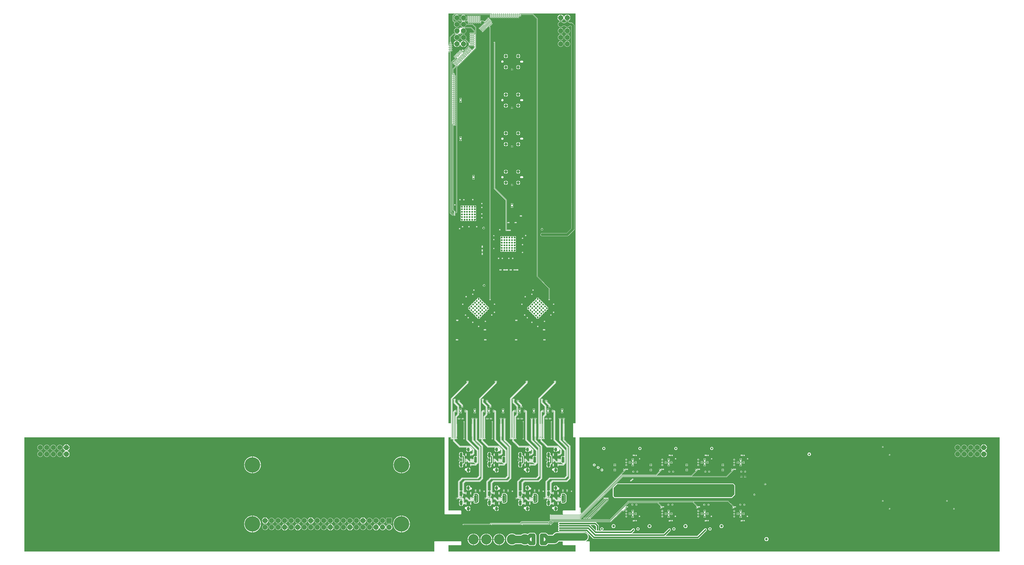
<source format=gbr>
%TF.GenerationSoftware,Altium Limited,Altium Designer,22.5.1 (42)*%
G04 Layer_Physical_Order=6*
G04 Layer_Color=6684774*
%FSLAX26Y26*%
%MOIN*%
%TF.SameCoordinates,3C46EB80-FEDE-48F7-A63F-DE7BBD85CC47*%
%TF.FilePolarity,Positive*%
%TF.FileFunction,Copper,L6,Inr,Signal*%
%TF.Part,Single*%
G01*
G75*
%TA.AperFunction,Conductor*%
%ADD10C,0.007874*%
%ADD11C,0.005000*%
%ADD50C,0.005906*%
%ADD52C,0.039370*%
%ADD53C,0.059055*%
%ADD54C,0.019685*%
%ADD55C,0.118110*%
%TA.AperFunction,ComponentPad*%
%ADD64C,0.078740*%
%ADD65R,0.078740X0.078740*%
%ADD66C,0.236220*%
%ADD67C,0.043307*%
G04:AMPARAMS|DCode=68|XSize=51.181mil|YSize=39.37mil|CornerRadius=9.842mil|HoleSize=0mil|Usage=FLASHONLY|Rotation=90.000|XOffset=0mil|YOffset=0mil|HoleType=Round|Shape=RoundedRectangle|*
%AMROUNDEDRECTD68*
21,1,0.051181,0.019685,0,0,90.0*
21,1,0.031496,0.039370,0,0,90.0*
1,1,0.019685,0.009843,0.015748*
1,1,0.019685,0.009843,-0.015748*
1,1,0.019685,-0.009843,-0.015748*
1,1,0.019685,-0.009843,0.015748*
%
%ADD68ROUNDEDRECTD68*%
G04:AMPARAMS|DCode=69|XSize=90.551mil|YSize=39.37mil|CornerRadius=9.842mil|HoleSize=0mil|Usage=FLASHONLY|Rotation=90.000|XOffset=0mil|YOffset=0mil|HoleType=Round|Shape=RoundedRectangle|*
%AMROUNDEDRECTD69*
21,1,0.090551,0.019685,0,0,90.0*
21,1,0.070866,0.039370,0,0,90.0*
1,1,0.019685,0.009843,0.035433*
1,1,0.019685,0.009843,-0.035433*
1,1,0.019685,-0.009843,-0.035433*
1,1,0.019685,-0.009843,0.035433*
%
%ADD69ROUNDEDRECTD69*%
G04:AMPARAMS|DCode=70|XSize=74.803mil|YSize=39.37mil|CornerRadius=9.842mil|HoleSize=0mil|Usage=FLASHONLY|Rotation=270.000|XOffset=0mil|YOffset=0mil|HoleType=Round|Shape=RoundedRectangle|*
%AMROUNDEDRECTD70*
21,1,0.074803,0.019685,0,0,270.0*
21,1,0.055118,0.039370,0,0,270.0*
1,1,0.019685,-0.009843,-0.027559*
1,1,0.019685,-0.009843,0.027559*
1,1,0.019685,0.009843,0.027559*
1,1,0.019685,0.009843,-0.027559*
%
%ADD70ROUNDEDRECTD70*%
%TA.AperFunction,ViaPad*%
%ADD71C,0.011811*%
%ADD72C,0.118110*%
%ADD73C,0.027559*%
%ADD74C,0.019685*%
%ADD76C,0.039370*%
%ADD77C,0.157480*%
%ADD78C,0.017716*%
%ADD79C,0.013780*%
%TA.AperFunction,Conductor*%
%ADD80C,0.023622*%
%ADD81C,0.004921*%
G36*
X7747661Y11598978D02*
X7746971Y11597944D01*
X7746193Y11594035D01*
X7741826Y11592746D01*
X7741008Y11592794D01*
X7740147Y11594083D01*
X7735537Y11597164D01*
X7730099Y11598245D01*
Y11598099D01*
X7189166D01*
X7186654Y11597599D01*
X7184525Y11596176D01*
X7161022Y11572674D01*
X7159600Y11570545D01*
X7159100Y11568033D01*
Y11498510D01*
X7159600Y11495999D01*
X7161022Y11493869D01*
X7190490Y11464401D01*
X7185235Y11455299D01*
X7182283Y11444284D01*
Y11432881D01*
X7185235Y11421867D01*
X7190936Y11411992D01*
X7198999Y11403928D01*
X7208875Y11398227D01*
X7219889Y11395276D01*
X7231292D01*
X7242306Y11398227D01*
X7252182Y11403928D01*
X7260245Y11411992D01*
X7265946Y11421867D01*
X7268898Y11432881D01*
Y11444284D01*
X7265946Y11455299D01*
X7260245Y11465174D01*
X7252182Y11473237D01*
X7242306Y11478939D01*
X7231292Y11481890D01*
X7219889D01*
X7208875Y11478939D01*
X7199772Y11473683D01*
X7172226Y11501229D01*
Y11565315D01*
X7191884Y11584972D01*
X7212075D01*
X7212733Y11579972D01*
X7208875Y11578939D01*
X7198999Y11573237D01*
X7190936Y11565174D01*
X7185235Y11555299D01*
X7182283Y11544284D01*
Y11532881D01*
X7185235Y11521867D01*
X7190936Y11511992D01*
X7198999Y11503928D01*
X7208875Y11498227D01*
X7219889Y11495276D01*
X7231292D01*
X7242306Y11498227D01*
X7251409Y11503482D01*
X7270359Y11484532D01*
X7272489Y11483110D01*
X7275000Y11482610D01*
X7305234D01*
X7306574Y11477610D01*
X7298999Y11473237D01*
X7290936Y11465174D01*
X7285235Y11455299D01*
X7282283Y11444284D01*
Y11432881D01*
X7285235Y11421867D01*
X7290936Y11411992D01*
X7298999Y11403928D01*
X7306915Y11399358D01*
X7305575Y11394358D01*
X7274803D01*
X7272292Y11393859D01*
X7270162Y11392436D01*
X7251409Y11373683D01*
X7242306Y11378939D01*
X7231292Y11381890D01*
X7219889D01*
X7208875Y11378939D01*
X7198999Y11373237D01*
X7190936Y11365174D01*
X7185235Y11355299D01*
X7182283Y11344284D01*
Y11332881D01*
X7185235Y11321867D01*
X7190936Y11311992D01*
X7198999Y11303928D01*
X7204187Y11300933D01*
X7202847Y11295933D01*
X7170276D01*
X7167764Y11295434D01*
X7165635Y11294011D01*
X7118391Y11246767D01*
X7116968Y11244638D01*
X7116468Y11242126D01*
Y11215551D01*
Y11173310D01*
X7116322D01*
X7117403Y11167872D01*
X7120484Y11163262D01*
X7119274Y11158168D01*
X7118824Y11157520D01*
X7113386Y11156438D01*
X7108776Y11153358D01*
X7105695Y11148748D01*
X7104614Y11143310D01*
X7105695Y11137872D01*
X7108776Y11133262D01*
X7110107Y11132372D01*
X7110145Y11131858D01*
X7108850Y11127199D01*
X7105026Y11126438D01*
X7101810Y11124289D01*
X7097290Y11126085D01*
X7096810Y11126504D01*
Y11603978D01*
X7744989D01*
X7747661Y11598978D01*
D02*
G37*
G36*
X7312733Y11579972D02*
X7308875Y11578939D01*
X7298999Y11573237D01*
X7290936Y11565174D01*
X7285235Y11555299D01*
X7282283Y11544284D01*
Y11532881D01*
X7285235Y11521867D01*
X7290936Y11511992D01*
X7298999Y11503928D01*
X7304528Y11500736D01*
X7303189Y11495736D01*
X7277719D01*
X7260691Y11512764D01*
X7265946Y11521867D01*
X7268898Y11532881D01*
Y11544284D01*
X7265946Y11555299D01*
X7260245Y11565174D01*
X7252182Y11573237D01*
X7242306Y11578939D01*
X7238448Y11579972D01*
X7239107Y11584972D01*
X7312075D01*
X7312733Y11579972D01*
D02*
G37*
G36*
X7488516Y11331927D02*
Y11312710D01*
X7488188D01*
X7488010Y11312279D01*
X7487579Y11312101D01*
Y11311773D01*
X7435092D01*
Y11311920D01*
X7429654Y11310838D01*
X7425044Y11307758D01*
X7421963Y11303148D01*
X7420882Y11297710D01*
X7421963Y11292272D01*
X7425044Y11287662D01*
X7428297Y11285488D01*
X7428539Y11284660D01*
Y11280760D01*
X7428297Y11279932D01*
X7425044Y11277758D01*
X7421963Y11273148D01*
X7420882Y11267710D01*
X7421963Y11262272D01*
X7425044Y11257662D01*
X7428297Y11255488D01*
X7428539Y11254660D01*
Y11250760D01*
X7428297Y11249932D01*
X7425044Y11247758D01*
X7421963Y11243148D01*
X7420882Y11237710D01*
X7421963Y11232272D01*
X7425044Y11227662D01*
X7428297Y11225488D01*
X7428539Y11224660D01*
Y11220760D01*
X7428297Y11219932D01*
X7425044Y11217758D01*
X7421963Y11213148D01*
X7420882Y11207710D01*
X7421963Y11202272D01*
X7425044Y11197662D01*
X7428297Y11195488D01*
X7428539Y11194660D01*
Y11190760D01*
X7428297Y11189932D01*
X7425044Y11187758D01*
X7421963Y11183148D01*
X7420882Y11177710D01*
X7421963Y11172272D01*
X7425044Y11167662D01*
X7428297Y11165488D01*
X7428539Y11164660D01*
Y11160760D01*
X7428297Y11159932D01*
X7425044Y11157758D01*
X7421963Y11153148D01*
X7416996Y11153740D01*
X7416497Y11156252D01*
X7415074Y11158381D01*
X7360691Y11212764D01*
X7365946Y11221867D01*
X7368898Y11232881D01*
Y11244284D01*
X7365946Y11255299D01*
X7360245Y11265174D01*
X7352182Y11273237D01*
X7342306Y11278939D01*
X7331292Y11281890D01*
X7319889D01*
X7308875Y11278939D01*
X7298999Y11273237D01*
X7290936Y11265174D01*
X7285235Y11255299D01*
X7282283Y11244284D01*
Y11232881D01*
X7285235Y11221867D01*
X7290936Y11211992D01*
X7298999Y11203928D01*
X7308875Y11198227D01*
X7319889Y11195276D01*
X7331292D01*
X7342306Y11198227D01*
X7351409Y11203482D01*
X7403870Y11151022D01*
Y11121813D01*
X7389060Y11107003D01*
X7329062Y11047005D01*
X7327893Y11046212D01*
X7323422Y11045928D01*
X7318812Y11049008D01*
X7313374Y11050090D01*
X7307936Y11049008D01*
X7303327Y11045929D01*
X7303326Y11045929D01*
X7303326Y11045928D01*
X7303326Y11045928D01*
X7300246Y11041318D01*
X7299164Y11035880D01*
X7299476Y11034311D01*
X7294868Y11031848D01*
X7286921Y11039796D01*
X7287025Y11039900D01*
X7282414Y11042980D01*
X7276976Y11044062D01*
X7271539Y11042980D01*
X7266929Y11039900D01*
X7266929Y11039900D01*
X7266928Y11039900D01*
X7266928Y11039900D01*
X7263848Y11035290D01*
X7262767Y11029852D01*
X7263530Y11026013D01*
X7263115Y11025257D01*
X7260358Y11022500D01*
X7259602Y11022085D01*
X7255763Y11022848D01*
X7250325Y11021767D01*
X7245716Y11018687D01*
X7245715Y11018687D01*
X7245715Y11018686D01*
X7245715Y11018686D01*
X7242635Y11014076D01*
X7241553Y11008638D01*
X7242317Y11004800D01*
X7241902Y11004044D01*
X7239145Y11001287D01*
X7238388Y11000872D01*
X7234550Y11001635D01*
X7229112Y11000553D01*
X7224502Y10997474D01*
X7224502Y10997474D01*
X7224502Y10997473D01*
X7224502Y10997473D01*
X7221422Y10992863D01*
X7220340Y10987425D01*
X7221104Y10983587D01*
X7220689Y10982830D01*
X7217932Y10980073D01*
X7217175Y10979658D01*
X7213337Y10980422D01*
X7207899Y10979340D01*
X7203289Y10976260D01*
X7203289Y10976261D01*
X7203289Y10976260D01*
X7203289Y10976260D01*
X7200209Y10971650D01*
X7199127Y10966212D01*
X7199891Y10962374D01*
X7199476Y10961617D01*
X7196719Y10958860D01*
X7195962Y10958445D01*
X7192124Y10959209D01*
X7186686Y10958127D01*
X7182076Y10955047D01*
X7182076Y10955047D01*
X7182075Y10955047D01*
X7182076Y10955047D01*
X7178995Y10950437D01*
X7177914Y10944999D01*
X7178995Y10939561D01*
X7182076Y10934951D01*
X7182180Y10935055D01*
X7182180Y10935054D01*
X7198983Y10918251D01*
X7198752Y10918020D01*
X7198930Y10917589D01*
X7198752Y10917158D01*
X7198983Y10916926D01*
X7142013Y10859956D01*
X7140590Y10857827D01*
X7140090Y10855315D01*
Y8558211D01*
X7140590Y8555699D01*
X7142013Y8553570D01*
X7166759Y8528824D01*
X7168888Y8527401D01*
X7171400Y8526901D01*
X7179176D01*
X7181073Y8523622D01*
X7179176Y8520343D01*
X7158230D01*
X7129595Y8548978D01*
Y11005809D01*
Y11008310D01*
X7129742D01*
X7128660Y11013748D01*
X7125579Y11018358D01*
X7124249Y11019247D01*
X7125766Y11024247D01*
X7141536D01*
Y11024100D01*
X7146974Y11025181D01*
X7151584Y11028262D01*
X7154664Y11032872D01*
X7155746Y11038310D01*
X7154664Y11043748D01*
X7151584Y11048358D01*
X7148330Y11050532D01*
X7148088Y11051360D01*
Y11055260D01*
X7148330Y11056088D01*
X7151584Y11058262D01*
X7154664Y11062872D01*
X7155746Y11068310D01*
X7154664Y11073748D01*
X7151584Y11078358D01*
X7148330Y11080532D01*
X7148088Y11081360D01*
Y11085260D01*
X7148330Y11086088D01*
X7151584Y11088262D01*
X7154664Y11092872D01*
X7155746Y11098310D01*
X7154664Y11103748D01*
X7151584Y11108358D01*
X7148330Y11110532D01*
X7148088Y11111360D01*
Y11115260D01*
X7148330Y11116088D01*
X7151584Y11118262D01*
X7154664Y11122872D01*
X7155746Y11128310D01*
X7154664Y11133748D01*
X7151584Y11138358D01*
X7146974Y11141438D01*
X7141536Y11142520D01*
X7139466Y11146662D01*
X7139250Y11147373D01*
X7140581Y11148262D01*
X7143661Y11152872D01*
X7144743Y11158310D01*
X7143661Y11163748D01*
X7140581Y11168358D01*
X7135970Y11171438D01*
X7130533Y11172520D01*
X7130532Y11172675D01*
X7130532Y11172700D01*
X7130493Y11172717D01*
X7129595Y11177131D01*
Y11215551D01*
Y11239407D01*
X7172994Y11282807D01*
X7205575D01*
X7206915Y11277807D01*
X7198999Y11273237D01*
X7190936Y11265174D01*
X7185235Y11255299D01*
X7182283Y11244284D01*
Y11232881D01*
X7185235Y11221867D01*
X7190936Y11211992D01*
X7198999Y11203928D01*
X7208875Y11198227D01*
X7219889Y11195276D01*
X7231292D01*
X7242306Y11198227D01*
X7252182Y11203928D01*
X7260245Y11211992D01*
X7265946Y11221867D01*
X7268898Y11232881D01*
Y11244284D01*
X7265946Y11255299D01*
X7260245Y11265174D01*
X7252182Y11273237D01*
X7244266Y11277807D01*
X7245606Y11282807D01*
X7276378D01*
X7278890Y11283307D01*
X7281019Y11284729D01*
X7299772Y11303482D01*
X7308875Y11298227D01*
X7319889Y11295276D01*
X7331292D01*
X7342306Y11298227D01*
X7352182Y11303928D01*
X7360245Y11311992D01*
X7365946Y11321867D01*
X7368898Y11332881D01*
Y11344284D01*
X7365946Y11355299D01*
X7360245Y11365174D01*
X7352182Y11373237D01*
X7346994Y11376232D01*
X7348334Y11381232D01*
X7439211D01*
X7488516Y11331927D01*
D02*
G37*
G36*
X7507216Y11391967D02*
Y11286773D01*
X7502216Y11286281D01*
X7501845Y11288148D01*
X7498765Y11292758D01*
X7495008Y11295268D01*
X7494579Y11298913D01*
X7494840Y11300800D01*
X7497627Y11302662D01*
X7500707Y11307272D01*
X7501789Y11312710D01*
X7501642D01*
Y11334646D01*
X7501142Y11337157D01*
X7499720Y11339287D01*
X7446570Y11392436D01*
X7444441Y11393859D01*
X7441929Y11394358D01*
X7345606D01*
X7344266Y11399358D01*
X7352182Y11403928D01*
X7360245Y11411992D01*
X7365946Y11421867D01*
X7368667Y11432020D01*
X7467163D01*
X7507216Y11391967D01*
D02*
G37*
G36*
X7421323Y11115491D02*
X7421963Y11112272D01*
X7425044Y11107662D01*
X7429654Y11104582D01*
X7435092Y11103500D01*
Y11103647D01*
X7487579D01*
Y11103319D01*
X7488010Y11103141D01*
X7488188Y11102710D01*
X7488516D01*
Y11082443D01*
X7458516Y11052443D01*
X7458284Y11052675D01*
X7457853Y11052496D01*
X7457422Y11052675D01*
X7457191Y11052443D01*
X7420928Y11088706D01*
X7421032Y11088810D01*
X7416422Y11091890D01*
X7410984Y11092972D01*
X7405546Y11091890D01*
X7400936Y11088810D01*
X7400936Y11088810D01*
X7400935Y11088810D01*
X7400936Y11088810D01*
X7397855Y11084200D01*
X7396774Y11078762D01*
X7397537Y11074924D01*
X7397122Y11074167D01*
X7394365Y11071410D01*
X7393609Y11070995D01*
X7389770Y11071759D01*
X7384333Y11070677D01*
X7379723Y11067597D01*
X7379723Y11067597D01*
X7379722Y11067597D01*
X7379722Y11067597D01*
X7376642Y11062987D01*
X7375561Y11057549D01*
X7376324Y11053710D01*
X7375909Y11052954D01*
X7373152Y11050197D01*
X7372396Y11049782D01*
X7368557Y11050545D01*
X7363119Y11049464D01*
X7358510Y11046384D01*
X7358509Y11046384D01*
X7358509Y11046383D01*
X7358509Y11046383D01*
X7355429Y11041773D01*
X7354347Y11036335D01*
X7355111Y11032497D01*
X7354696Y11031741D01*
X7351939Y11028984D01*
X7351182Y11028569D01*
X7347344Y11029332D01*
X7341906Y11028251D01*
X7337296Y11025171D01*
X7337296Y11025171D01*
X7337296Y11025170D01*
X7337296Y11025170D01*
X7334216Y11020560D01*
X7333134Y11015122D01*
X7333898Y11011284D01*
X7333483Y11010527D01*
X7330726Y11007770D01*
X7329969Y11007355D01*
X7326131Y11008119D01*
X7323555Y11007607D01*
X7320548Y11012106D01*
X7321781Y11013951D01*
X7322862Y11019389D01*
X7321781Y11024827D01*
X7320630Y11026549D01*
X7323637Y11031048D01*
X7325600Y11030658D01*
X7331038Y11031740D01*
X7335648Y11034820D01*
X7335544Y11034924D01*
X7398342Y11097721D01*
X7415074Y11114454D01*
X7416120Y11116019D01*
X7418374Y11116158D01*
X7421323Y11115491D01*
D02*
G37*
G36*
X7218362Y10921408D02*
X7223800Y10920326D01*
X7226376Y10920839D01*
X7229382Y10916339D01*
X7228150Y10914494D01*
X7227068Y10909056D01*
X7227832Y10905218D01*
X7227417Y10904461D01*
X7224660Y10901704D01*
X7223903Y10901290D01*
X7220065Y10902053D01*
X7214627Y10900971D01*
X7210017Y10897891D01*
X7210017Y10897891D01*
X7210017Y10897891D01*
X7210017Y10897891D01*
X7206937Y10893281D01*
X7205855Y10887843D01*
X7206618Y10884005D01*
X7206204Y10883248D01*
X7203447Y10880491D01*
X7202690Y10880076D01*
X7198852Y10880840D01*
X7193414Y10879758D01*
X7188804Y10876678D01*
X7188804Y10876678D01*
X7188803Y10876678D01*
X7188804Y10876678D01*
X7185724Y10872068D01*
X7184642Y10866630D01*
X7185405Y10862792D01*
X7184990Y10862035D01*
X7182233Y10859278D01*
X7181477Y10858863D01*
X7177639Y10859627D01*
X7172201Y10858545D01*
X7167591Y10855465D01*
X7167591Y10855465D01*
X7167590Y10855465D01*
X7167590Y10855465D01*
X7164510Y10850855D01*
X7163429Y10845417D01*
X7164510Y10839979D01*
X7167591Y10835369D01*
X7167694Y10835472D01*
X7167695Y10835472D01*
X7203957Y10799210D01*
X7203726Y10798978D01*
X7203904Y10798547D01*
X7203726Y10798116D01*
X7203957Y10797885D01*
X7161698Y10755625D01*
X7160275Y10753496D01*
X7159775Y10750984D01*
Y10729202D01*
Y10693123D01*
X7159629D01*
X7160710Y10687686D01*
X7163791Y10683076D01*
X7165679Y10681814D01*
X7164623Y10676505D01*
X7163348Y10676252D01*
X7158738Y10673172D01*
X7158217Y10672391D01*
X7153217Y10673908D01*
Y10852596D01*
X7208265Y10907645D01*
X7208369Y10907541D01*
X7211449Y10912151D01*
X7212531Y10917589D01*
X7212140Y10919551D01*
X7216640Y10922558D01*
X7218362Y10921408D01*
D02*
G37*
G36*
X7222637Y10803066D02*
X7228075Y10801984D01*
X7228661Y10802101D01*
X7231124Y10797492D01*
X7217800Y10784168D01*
X7216377Y10782039D01*
X7215878Y10779528D01*
Y8562280D01*
X7213310Y8559713D01*
X7199341D01*
X7196596Y8564414D01*
X7197243Y8566198D01*
X7198305Y8567259D01*
X7199803Y8570877D01*
Y8574792D01*
X7198305Y8578410D01*
X7195536Y8581179D01*
X7191918Y8582677D01*
X7189400D01*
X7172902Y8599175D01*
Y9865623D01*
Y9883123D01*
X7173229D01*
X7173408Y9883554D01*
X7173839Y9883733D01*
Y9884060D01*
X7196391D01*
Y9883914D01*
X7201828Y9884995D01*
X7206439Y9888076D01*
X7209519Y9892686D01*
X7210600Y9898123D01*
X7209519Y9903561D01*
X7206439Y9908172D01*
X7203185Y9910346D01*
X7202943Y9911174D01*
Y9915073D01*
X7203185Y9915901D01*
X7206439Y9918076D01*
X7209519Y9922686D01*
X7210600Y9928123D01*
X7209519Y9933561D01*
X7206439Y9938172D01*
X7203185Y9940346D01*
X7202943Y9941174D01*
Y9945073D01*
X7203185Y9945901D01*
X7206439Y9948076D01*
X7209519Y9952686D01*
X7210600Y9958123D01*
X7209519Y9963561D01*
X7206439Y9968172D01*
X7203185Y9970346D01*
X7202943Y9971174D01*
Y9975073D01*
X7203185Y9975901D01*
X7206439Y9978076D01*
X7209519Y9982686D01*
X7210600Y9988123D01*
X7209519Y9993561D01*
X7206439Y9998172D01*
X7203185Y10000346D01*
X7202943Y10001174D01*
Y10005073D01*
X7203185Y10005901D01*
X7206439Y10008076D01*
X7209519Y10012686D01*
X7210600Y10018123D01*
X7209519Y10023561D01*
X7206439Y10028172D01*
X7203185Y10030346D01*
X7202943Y10031174D01*
Y10035073D01*
X7203185Y10035901D01*
X7206439Y10038076D01*
X7209519Y10042686D01*
X7210600Y10048123D01*
X7209519Y10053561D01*
X7206439Y10058172D01*
X7203185Y10060346D01*
X7202943Y10061174D01*
Y10065073D01*
X7203185Y10065901D01*
X7206439Y10068076D01*
X7209519Y10072686D01*
X7210600Y10078123D01*
X7209519Y10083561D01*
X7206439Y10088172D01*
X7203185Y10090346D01*
X7202943Y10091174D01*
Y10095073D01*
X7203185Y10095901D01*
X7206439Y10098076D01*
X7209519Y10102686D01*
X7210600Y10108123D01*
X7209519Y10113561D01*
X7206439Y10118172D01*
X7203185Y10120346D01*
X7202943Y10121174D01*
Y10125073D01*
X7203185Y10125901D01*
X7206439Y10128076D01*
X7209519Y10132686D01*
X7210600Y10138123D01*
X7209519Y10143561D01*
X7206439Y10148172D01*
X7203185Y10150346D01*
X7202943Y10151174D01*
Y10155073D01*
X7203185Y10155901D01*
X7206439Y10158076D01*
X7209519Y10162686D01*
X7210600Y10168123D01*
X7209519Y10173561D01*
X7206439Y10178172D01*
X7203185Y10180346D01*
X7202943Y10181174D01*
Y10185073D01*
X7203185Y10185901D01*
X7206439Y10188076D01*
X7209519Y10192686D01*
X7210600Y10198123D01*
X7209519Y10203561D01*
X7206439Y10208172D01*
X7203185Y10210346D01*
X7202943Y10211174D01*
Y10215073D01*
X7203185Y10215901D01*
X7206439Y10218076D01*
X7209519Y10222686D01*
X7210600Y10228123D01*
X7209519Y10233561D01*
X7206439Y10238172D01*
X7203185Y10240346D01*
X7202943Y10241174D01*
Y10245073D01*
X7203185Y10245901D01*
X7206439Y10248076D01*
X7209519Y10252686D01*
X7210600Y10258123D01*
X7209519Y10263561D01*
X7206439Y10268172D01*
X7203185Y10270346D01*
X7202943Y10271174D01*
Y10275073D01*
X7203185Y10275901D01*
X7206439Y10278076D01*
X7209519Y10282686D01*
X7210600Y10288123D01*
X7209519Y10293561D01*
X7206439Y10298172D01*
X7203185Y10300346D01*
X7202943Y10301174D01*
Y10305073D01*
X7203185Y10305901D01*
X7206439Y10308076D01*
X7209519Y10312686D01*
X7210600Y10318123D01*
X7209519Y10323561D01*
X7206439Y10328172D01*
X7203185Y10330346D01*
X7202943Y10331174D01*
Y10335073D01*
X7203185Y10335901D01*
X7206439Y10338076D01*
X7209519Y10342686D01*
X7210600Y10348123D01*
X7209519Y10353561D01*
X7206439Y10358172D01*
X7203185Y10360346D01*
X7202943Y10361174D01*
Y10365073D01*
X7203185Y10365901D01*
X7206439Y10368076D01*
X7209519Y10372686D01*
X7210600Y10378123D01*
X7209519Y10383561D01*
X7206439Y10388172D01*
X7203185Y10390346D01*
X7202943Y10391174D01*
Y10395073D01*
X7203185Y10395901D01*
X7206439Y10398076D01*
X7209519Y10402686D01*
X7210600Y10408123D01*
X7209519Y10413561D01*
X7206439Y10418172D01*
X7203185Y10420346D01*
X7202943Y10421174D01*
Y10425073D01*
X7203185Y10425901D01*
X7206439Y10428076D01*
X7209519Y10432686D01*
X7210600Y10438123D01*
X7209519Y10443561D01*
X7206439Y10448172D01*
X7203185Y10450346D01*
X7202943Y10451174D01*
Y10455073D01*
X7203185Y10455901D01*
X7206439Y10458076D01*
X7209519Y10462686D01*
X7210600Y10468123D01*
X7209519Y10473561D01*
X7206439Y10478172D01*
X7203185Y10480346D01*
X7202943Y10481174D01*
Y10485073D01*
X7203185Y10485901D01*
X7206439Y10488076D01*
X7209519Y10492686D01*
X7210600Y10498123D01*
X7209519Y10503561D01*
X7206439Y10508172D01*
X7203185Y10510346D01*
X7202943Y10511174D01*
Y10515073D01*
X7203185Y10515901D01*
X7206439Y10518076D01*
X7209519Y10522686D01*
X7210600Y10528123D01*
X7209519Y10533561D01*
X7206439Y10538172D01*
X7203185Y10540346D01*
X7202943Y10541174D01*
Y10545073D01*
X7203185Y10545901D01*
X7206439Y10548076D01*
X7209519Y10552686D01*
X7210600Y10558123D01*
X7209519Y10563561D01*
X7206439Y10568172D01*
X7203185Y10570346D01*
X7202943Y10571174D01*
Y10575073D01*
X7203185Y10575901D01*
X7206439Y10578076D01*
X7209519Y10582686D01*
X7210600Y10588123D01*
X7209519Y10593561D01*
X7206439Y10598172D01*
X7203185Y10600346D01*
X7202943Y10601174D01*
Y10605073D01*
X7203185Y10605901D01*
X7206439Y10608076D01*
X7209519Y10612686D01*
X7210600Y10618123D01*
X7209519Y10623561D01*
X7206439Y10628172D01*
X7203185Y10630346D01*
X7202943Y10631174D01*
Y10635073D01*
X7203185Y10635901D01*
X7206439Y10638076D01*
X7209519Y10642686D01*
X7210600Y10648123D01*
X7209519Y10653561D01*
X7206439Y10658172D01*
X7201828Y10661252D01*
X7196391Y10662334D01*
Y10662187D01*
X7189503D01*
X7187987Y10667187D01*
X7189317Y10668076D01*
X7192397Y10672686D01*
X7193479Y10678123D01*
X7192397Y10683561D01*
X7189317Y10688172D01*
X7184707Y10691252D01*
X7179269Y10692334D01*
Y10692187D01*
X7173839D01*
Y10692514D01*
X7173408Y10692693D01*
X7173229Y10693123D01*
X7172902D01*
Y10729202D01*
Y10748266D01*
X7213239Y10788603D01*
X7213343Y10788499D01*
X7216423Y10793109D01*
X7217505Y10798547D01*
X7217061Y10800777D01*
X7221561Y10803784D01*
X7222637Y10803066D01*
D02*
G37*
G36*
X7158738Y9903076D02*
X7163348Y9899995D01*
X7164623Y9899742D01*
X7165679Y9894433D01*
X7163791Y9893172D01*
X7160710Y9888561D01*
X7159629Y9883123D01*
X7159775D01*
Y9865623D01*
Y8596457D01*
X7160275Y8593945D01*
X7161698Y8591816D01*
X7180118Y8573396D01*
Y8570877D01*
X7181617Y8567259D01*
X7182678Y8566198D01*
X7183841Y8562992D01*
X7182678Y8559786D01*
X7181617Y8558725D01*
X7180118Y8555107D01*
Y8551192D01*
X7181617Y8547574D01*
X7182678Y8546513D01*
X7183325Y8544729D01*
X7180581Y8540028D01*
X7174118D01*
X7153217Y8560929D01*
Y9902339D01*
X7158217Y9903856D01*
X7158738Y9903076D01*
D02*
G37*
G36*
X9044923Y5325156D02*
X9015750D01*
X9015576Y5325122D01*
X9015403Y5325150D01*
X9013799Y5324774D01*
X9012170Y5324507D01*
X9012169Y5324507D01*
X9012020Y5324414D01*
X9011848Y5324380D01*
X9011701Y5324282D01*
X9011530Y5324242D01*
X9010190Y5323279D01*
X9008788Y5322410D01*
X9008685Y5322267D01*
X9008540Y5322170D01*
X9008540Y5322169D01*
X9008539Y5322169D01*
X9008442Y5322024D01*
X9008299Y5321921D01*
X9007430Y5320519D01*
X9006467Y5319179D01*
X9006426Y5319007D01*
X9006329Y5318861D01*
X9006294Y5318689D01*
X9006202Y5318540D01*
X9006202Y5318539D01*
X9005935Y5316910D01*
X9005559Y5315306D01*
X9005587Y5315132D01*
X9005553Y5314959D01*
Y5118112D01*
X9005587Y5117938D01*
X9005559Y5117765D01*
X9005935Y5116161D01*
X9006202Y5114532D01*
X9006202Y5114531D01*
X9006294Y5114382D01*
X9006329Y5114210D01*
X9006427Y5114063D01*
X9006467Y5113892D01*
X9007429Y5112552D01*
X9008299Y5111150D01*
X9008442Y5111047D01*
X9008539Y5110902D01*
X9008540Y5110902D01*
X9008540Y5110901D01*
X9008685Y5110804D01*
X9008788Y5110661D01*
X9010189Y5109792D01*
X9011530Y5108829D01*
X9011702Y5108788D01*
X9011848Y5108691D01*
X9012020Y5108657D01*
X9012169Y5108564D01*
X9012170Y5108564D01*
X9013798Y5108297D01*
X9015403Y5107921D01*
X9015576Y5107949D01*
X9015750Y5107915D01*
X9044923D01*
Y3986573D01*
X8858269D01*
X8858096Y3986539D01*
X8857923Y3986567D01*
X8856319Y3986191D01*
X8854689Y3985924D01*
X8854688Y3985924D01*
X8854539Y3985831D01*
X8854368Y3985797D01*
X8854221Y3985699D01*
X8854049Y3985659D01*
X8852710Y3984697D01*
X8851308Y3983827D01*
X8851205Y3983684D01*
X8851060Y3983587D01*
X8851059Y3983586D01*
X8851059Y3983586D01*
X8850962Y3983441D01*
X8850818Y3983338D01*
X8849950Y3981937D01*
X8848986Y3980596D01*
X8848946Y3980424D01*
X8848848Y3980278D01*
X8848814Y3980106D01*
X8848722Y3979957D01*
X8848721Y3979956D01*
X8848455Y3978328D01*
X8848078Y3976723D01*
X8848107Y3976550D01*
X8848072Y3976376D01*
Y3937010D01*
X8848107Y3936836D01*
X8848078Y3936663D01*
X8848454Y3935059D01*
X8848721Y3933430D01*
X8848722Y3933429D01*
X8848814Y3933280D01*
X8848848Y3933108D01*
X8848946Y3932961D01*
X8848987Y3932790D01*
X8849949Y3931450D01*
X8850818Y3930048D01*
X8850962Y3929945D01*
X8851059Y3929800D01*
X8851059Y3929800D01*
X8851060Y3929799D01*
X8851205Y3929702D01*
X8851308Y3929559D01*
X8851648Y3929347D01*
X8850884Y3925552D01*
X8850183Y3924347D01*
X8668312D01*
X8666993Y3925667D01*
X8663375Y3927165D01*
X8659460D01*
X8655842Y3925667D01*
X8653073Y3922898D01*
X8651575Y3919281D01*
Y3915365D01*
X8653073Y3911747D01*
X8654134Y3910686D01*
X8655298Y3907480D01*
X8654134Y3904274D01*
X8653073Y3903213D01*
X8651575Y3899596D01*
Y3895680D01*
X8653073Y3892062D01*
X8654134Y3891001D01*
X8655298Y3887795D01*
X8654134Y3884589D01*
X8653073Y3883528D01*
X8651575Y3879911D01*
Y3875995D01*
X8653073Y3872378D01*
X8654134Y3871316D01*
X8655298Y3868110D01*
X8654134Y3864904D01*
X8653073Y3863843D01*
X8651575Y3860226D01*
Y3856310D01*
X8653073Y3852692D01*
X8655842Y3849924D01*
X8659460Y3848425D01*
X8660160D01*
X8662231Y3843425D01*
X8637838Y3819033D01*
X8212598D01*
X8209910Y3818498D01*
X8207631Y3816975D01*
X8188044Y3797388D01*
X7742135D01*
X7739447Y3796854D01*
X7737168Y3795331D01*
X7721500Y3779662D01*
X7331698D01*
X7330378Y3780982D01*
X7326761Y3782480D01*
X7322845D01*
X7319228Y3780982D01*
X7316459Y3778213D01*
X7314961Y3774596D01*
Y3770680D01*
X7316459Y3767062D01*
X7319228Y3764294D01*
X7322845Y3762795D01*
X7326761D01*
X7330378Y3764294D01*
X7331698Y3765613D01*
X7724409D01*
X7727098Y3766148D01*
X7729377Y3767671D01*
X7743014Y3781308D01*
X7745636Y3780883D01*
X7745674Y3780857D01*
X7748418Y3775528D01*
X7748032Y3774596D01*
Y3770680D01*
X7749530Y3767062D01*
X7752299Y3764294D01*
X7755916Y3762795D01*
X7759832D01*
X7763449Y3764294D01*
X7764769Y3765613D01*
X8201772D01*
X8204460Y3766148D01*
X8206739Y3767671D01*
X8216048Y3776980D01*
X8219746Y3774987D01*
X8220472Y3774333D01*
Y3770680D01*
X8221971Y3767062D01*
X8224740Y3764294D01*
X8228357Y3762795D01*
X8232273D01*
X8235890Y3764294D01*
X8237210Y3765613D01*
X8629921D01*
X8632610Y3766148D01*
X8634888Y3767671D01*
X8683028Y3815810D01*
X8690091D01*
X8692004Y3811191D01*
X8663294Y3782480D01*
X8661428D01*
X8657810Y3780982D01*
X8655042Y3778213D01*
X8653543Y3774596D01*
Y3770680D01*
X8655042Y3767062D01*
X8657810Y3764294D01*
X8661428Y3762795D01*
X8665344D01*
X8668961Y3764294D01*
X8671730Y3767062D01*
X8673228Y3770680D01*
Y3772546D01*
X8706650Y3805967D01*
X8779708D01*
X8782235Y3800967D01*
X8778816Y3795850D01*
X8777135Y3787402D01*
X8778816Y3778953D01*
X8783601Y3771790D01*
Y3769548D01*
X8778816Y3762386D01*
X8777135Y3753937D01*
X8778816Y3745488D01*
X8783601Y3738326D01*
X8784484Y3737736D01*
Y3732736D01*
X8783601Y3732147D01*
X8778816Y3724984D01*
X8777135Y3716535D01*
X8778816Y3708087D01*
X8781859Y3703532D01*
X8783199Y3699803D01*
X8781859Y3696075D01*
X8778816Y3691520D01*
X8777135Y3683071D01*
X8778816Y3674622D01*
X8783601Y3667460D01*
X8790764Y3662674D01*
X8799213Y3660993D01*
X9205422D01*
X9248168Y3618247D01*
X9248168Y3618247D01*
X9307223Y3559192D01*
X9314386Y3554406D01*
X9322835Y3552725D01*
X10917323D01*
X10925772Y3554406D01*
X10932934Y3559192D01*
X11049076Y3675334D01*
X11053862Y3682496D01*
X11055542Y3690945D01*
X11053862Y3699394D01*
X11049076Y3706556D01*
X11041913Y3711342D01*
X11033465Y3713023D01*
X11025016Y3711342D01*
X11017853Y3706556D01*
X10908178Y3596881D01*
X10425975D01*
X10424061Y3601500D01*
X10497895Y3675334D01*
X10502681Y3682496D01*
X10504361Y3690945D01*
X10502681Y3699394D01*
X10497895Y3706556D01*
X10490732Y3711342D01*
X10482283Y3713023D01*
X10473835Y3711342D01*
X10466672Y3706556D01*
X10392430Y3632314D01*
X9909904D01*
X9908387Y3637314D01*
X9909312Y3637932D01*
X9946714Y3675334D01*
X9951499Y3682496D01*
X9953180Y3690945D01*
X9951499Y3699394D01*
X9946714Y3706556D01*
X9939551Y3711342D01*
X9931102Y3713023D01*
X9922654Y3711342D01*
X9915491Y3706556D01*
X9884556Y3675621D01*
X9401028D01*
X9398671Y3680031D01*
X9400318Y3682496D01*
X9401999Y3690945D01*
Y3750000D01*
X9400318Y3758449D01*
X9395532Y3765611D01*
X9360176Y3800967D01*
X9362247Y3805967D01*
X9574238D01*
X9576926Y3806502D01*
X9579072Y3807936D01*
X9586614D01*
X9589302Y3808471D01*
X9591581Y3809993D01*
X9753894Y3972306D01*
X9775591D01*
X9778279Y3972841D01*
X9780558Y3974363D01*
X9820912Y4014718D01*
X9822435Y4016997D01*
X9822969Y4019685D01*
Y4037397D01*
X9823305Y4037732D01*
X9824121Y4039702D01*
X9829422D01*
X9830239Y4037732D01*
X9833007Y4034963D01*
X9836625Y4033465D01*
X9840540D01*
X9844158Y4034963D01*
X9846927Y4037732D01*
X9848425Y4041349D01*
Y4045265D01*
X9846927Y4048882D01*
X9844158Y4051651D01*
X9840540Y4053150D01*
X9836625D01*
X9833007Y4051651D01*
X9830239Y4048882D01*
X9829422Y4046912D01*
X9824121D01*
X9823305Y4048882D01*
X9820536Y4051651D01*
X9817317Y4052985D01*
X9816372Y4054961D01*
X9815411Y4058150D01*
X9856536Y4099275D01*
X10300240D01*
X10348705Y4050809D01*
X10347532Y4044912D01*
X10345321Y4043996D01*
X10340846Y4039521D01*
X10339186Y4035512D01*
X10354331D01*
Y4030512D01*
X10359331D01*
Y4015367D01*
X10363340Y4017028D01*
X10367815Y4021502D01*
X10370236Y4027348D01*
Y4033676D01*
X10369998Y4034251D01*
X10371717Y4034963D01*
X10374486Y4037732D01*
X10375302Y4039702D01*
X10380603D01*
X10381420Y4037732D01*
X10384189Y4034963D01*
X10387806Y4033465D01*
X10391722D01*
X10395339Y4034963D01*
X10398108Y4037732D01*
X10399606Y4041349D01*
Y4045265D01*
X10398108Y4048882D01*
X10395339Y4051651D01*
X10391722Y4053150D01*
X10387806D01*
X10384189Y4051651D01*
X10381420Y4048882D01*
X10380603Y4046912D01*
X10375302D01*
X10374486Y4048882D01*
X10371717Y4051651D01*
X10368099Y4053150D01*
X10366234D01*
X10314886Y4104498D01*
X10316799Y4109117D01*
X10841578D01*
X10899886Y4050809D01*
X10898713Y4044912D01*
X10896502Y4043996D01*
X10892028Y4039521D01*
X10890367Y4035512D01*
X10905512D01*
Y4030512D01*
X10910512D01*
Y4015367D01*
X10914521Y4017028D01*
X10918996Y4021502D01*
X10921417Y4027348D01*
Y4033676D01*
X10921179Y4034251D01*
X10922898Y4034963D01*
X10925667Y4037732D01*
X10926483Y4039702D01*
X10931785D01*
X10932601Y4037732D01*
X10935370Y4034963D01*
X10938987Y4033465D01*
X10942903D01*
X10946520Y4034963D01*
X10949289Y4037732D01*
X10950788Y4041349D01*
Y4045265D01*
X10949289Y4048882D01*
X10946520Y4051651D01*
X10942903Y4053150D01*
X10938987D01*
X10935370Y4051651D01*
X10932601Y4048882D01*
X10931785Y4046912D01*
X10926483D01*
X10925667Y4048882D01*
X10922898Y4051651D01*
X10919281Y4053150D01*
X10917415D01*
X10856224Y4114340D01*
X10858138Y4118959D01*
X11382917D01*
X11451067Y4050809D01*
X11449894Y4044912D01*
X11447683Y4043996D01*
X11443209Y4039521D01*
X11441548Y4035512D01*
X11456693D01*
Y4030512D01*
X11461693D01*
Y4015367D01*
X11465703Y4017028D01*
X11470177Y4021502D01*
X11472598Y4027348D01*
Y4033676D01*
X11472360Y4034251D01*
X11474079Y4034963D01*
X11476848Y4037732D01*
X11477664Y4039702D01*
X11482966D01*
X11483782Y4037732D01*
X11486551Y4034963D01*
X11490168Y4033465D01*
X11494084D01*
X11497701Y4034963D01*
X11500470Y4037732D01*
X11501969Y4041349D01*
Y4045265D01*
X11500470Y4048882D01*
X11497701Y4051651D01*
X11494084Y4053150D01*
X11490168D01*
X11486551Y4051651D01*
X11483782Y4048882D01*
X11482966Y4046912D01*
X11477664D01*
X11476848Y4048882D01*
X11474079Y4051651D01*
X11470462Y4053150D01*
X11468596D01*
X11390794Y4130951D01*
X11388515Y4132474D01*
X11385827Y4133009D01*
X9845472D01*
X9842784Y4132474D01*
X9840505Y4130951D01*
X9559098Y3849544D01*
X9122186D01*
X9122111Y3849638D01*
X9120384Y3854544D01*
X9763737Y4497897D01*
X11355315D01*
X11358003Y4498431D01*
X11360282Y4499954D01*
X11468596Y4608268D01*
X11470462D01*
X11474079Y4609766D01*
X11476848Y4612535D01*
X11477664Y4614506D01*
X11482966D01*
X11483782Y4612535D01*
X11486551Y4609766D01*
X11490168Y4608268D01*
X11494084D01*
X11497701Y4609766D01*
X11500470Y4612535D01*
X11501969Y4616152D01*
Y4620068D01*
X11500470Y4623685D01*
X11497701Y4626454D01*
X11494084Y4627953D01*
X11490168D01*
X11486551Y4626454D01*
X11483782Y4623685D01*
X11482966Y4621715D01*
X11477664D01*
X11476848Y4623685D01*
X11474079Y4626454D01*
X11470462Y4627953D01*
X11466546D01*
X11462929Y4626454D01*
X11460160Y4623685D01*
X11459489Y4622065D01*
X11456632Y4621585D01*
X11454042Y4621601D01*
X11449955Y4625689D01*
X11445945Y4627350D01*
Y4612205D01*
X11440945D01*
Y4607205D01*
X11425800D01*
X11427461Y4603195D01*
X11431935Y4598721D01*
X11432901Y4598321D01*
X11433876Y4593417D01*
X11352405Y4511946D01*
X10827626D01*
X10825712Y4516565D01*
X10917415Y4608268D01*
X10919281D01*
X10922898Y4609766D01*
X10925667Y4612535D01*
X10926483Y4614506D01*
X10931785D01*
X10932601Y4612535D01*
X10935370Y4609766D01*
X10938987Y4608268D01*
X10942903D01*
X10946520Y4609766D01*
X10949289Y4612535D01*
X10950788Y4616152D01*
Y4620068D01*
X10949289Y4623685D01*
X10946520Y4626454D01*
X10942903Y4627953D01*
X10938987D01*
X10935370Y4626454D01*
X10932601Y4623685D01*
X10931785Y4621715D01*
X10926483D01*
X10925667Y4623685D01*
X10922898Y4626454D01*
X10919281Y4627953D01*
X10915365D01*
X10911747Y4626454D01*
X10908979Y4623685D01*
X10908308Y4622065D01*
X10905451Y4621585D01*
X10902861Y4621601D01*
X10898774Y4625689D01*
X10894764Y4627350D01*
Y4612205D01*
X10889764D01*
Y4607205D01*
X10874619D01*
X10876280Y4603195D01*
X10880754Y4598721D01*
X10881720Y4598321D01*
X10882695Y4593417D01*
X10813035Y4523757D01*
X10288794D01*
X10286723Y4528757D01*
X10366234Y4608268D01*
X10368100D01*
X10371717Y4609766D01*
X10374486Y4612535D01*
X10375302Y4614506D01*
X10380604D01*
X10381420Y4612535D01*
X10384189Y4609766D01*
X10387806Y4608268D01*
X10391722D01*
X10395339Y4609766D01*
X10398108Y4612535D01*
X10399606Y4616152D01*
Y4620068D01*
X10398108Y4623685D01*
X10395339Y4626454D01*
X10391722Y4627953D01*
X10387806D01*
X10384189Y4626454D01*
X10381420Y4623685D01*
X10380604Y4621715D01*
X10375302D01*
X10374486Y4623685D01*
X10371717Y4626454D01*
X10368100Y4627953D01*
X10364184D01*
X10360566Y4626454D01*
X10357798Y4623685D01*
X10357127Y4622065D01*
X10354270Y4621585D01*
X10351680Y4621601D01*
X10347593Y4625689D01*
X10343583Y4627350D01*
Y4612205D01*
X10338583D01*
Y4607205D01*
X10323438D01*
X10325099Y4603195D01*
X10329573Y4598721D01*
X10330539Y4598321D01*
X10331514Y4593417D01*
X10274649Y4536552D01*
X9750408D01*
X9749610Y4537492D01*
X9748046Y4541262D01*
X9815052Y4608268D01*
X9816918D01*
X9820536Y4609766D01*
X9823305Y4612535D01*
X9824121Y4614506D01*
X9829422D01*
X9830239Y4612535D01*
X9833007Y4609766D01*
X9836625Y4608268D01*
X9840540D01*
X9844158Y4609766D01*
X9846927Y4612535D01*
X9848425Y4616152D01*
Y4620068D01*
X9846927Y4623685D01*
X9844158Y4626454D01*
X9840540Y4627953D01*
X9836625D01*
X9833007Y4626454D01*
X9830239Y4623685D01*
X9829422Y4621715D01*
X9824121D01*
X9823305Y4623685D01*
X9820536Y4626454D01*
X9816918Y4627953D01*
X9813003D01*
X9809385Y4626454D01*
X9806617Y4623685D01*
X9805945Y4622065D01*
X9803088Y4621585D01*
X9800499Y4621601D01*
X9796411Y4625689D01*
X9792402Y4627350D01*
Y4612205D01*
X9787402D01*
Y4607205D01*
X9772257D01*
X9773918Y4603195D01*
X9778392Y4598721D01*
X9779357Y4598321D01*
X9780333Y4593417D01*
X9135455Y3948539D01*
X9129557Y3949712D01*
X9128641Y3951923D01*
X9124167Y3956397D01*
X9125000Y3960641D01*
Y3964556D01*
X9123502Y3968174D01*
X9122440Y3969235D01*
X9121277Y3972441D01*
X9122440Y3975647D01*
X9123502Y3976708D01*
X9125000Y3980326D01*
Y3984241D01*
X9123502Y3987859D01*
X9122441Y3988920D01*
X9121277Y3992126D01*
X9122441Y3995332D01*
X9123502Y3996393D01*
X9125000Y4000011D01*
Y4003926D01*
X9123502Y4007544D01*
X9122441Y4008605D01*
X9121277Y4011811D01*
X9122441Y4015017D01*
X9123502Y4016078D01*
X9125000Y4019696D01*
Y4023611D01*
X9123502Y4027229D01*
X9120733Y4029997D01*
X9117115Y4031496D01*
X9113200D01*
X9109582Y4029997D01*
X9104684Y4032170D01*
X9104684Y5107915D01*
X15540986D01*
Y3356653D01*
X9262164Y3356652D01*
Y3503935D01*
X9262129Y3504109D01*
X9262158Y3504282D01*
X9261782Y3505886D01*
X9261515Y3507515D01*
X9261514Y3507516D01*
X9261422Y3507665D01*
X9261388Y3507837D01*
X9261290Y3507984D01*
X9261250Y3508155D01*
X9260287Y3509495D01*
X9259418Y3510897D01*
X9259274Y3511000D01*
X9259178Y3511145D01*
X9259177Y3511145D01*
X9259176Y3511146D01*
X9259031Y3511243D01*
X9258929Y3511386D01*
X9257527Y3512255D01*
X9256187Y3513218D01*
X9256015Y3513259D01*
X9255869Y3513356D01*
X9255697Y3513390D01*
X9255548Y3513483D01*
X9255547Y3513483D01*
X9253918Y3513750D01*
X9252314Y3514126D01*
X9252140Y3514098D01*
X9251967Y3514132D01*
X9205994D01*
X9205000Y3519132D01*
X9206796Y3519876D01*
X9209705Y3521820D01*
X9212790Y3523469D01*
X9215494Y3525688D01*
X9218403Y3527632D01*
X9220876Y3530105D01*
X9223581Y3532325D01*
X9225800Y3535029D01*
X9228274Y3537503D01*
X9230217Y3540411D01*
X9232436Y3543116D01*
X9234085Y3546201D01*
X9236029Y3549110D01*
X9237368Y3552342D01*
X9239017Y3555427D01*
X9240032Y3558774D01*
X9241371Y3562006D01*
X9242054Y3565438D01*
X9243069Y3568785D01*
X9243412Y3572266D01*
X9244094Y3575698D01*
Y3579196D01*
X9244437Y3582677D01*
X9244094Y3586159D01*
Y3589657D01*
X9243412Y3593088D01*
X9243069Y3596569D01*
X9242054Y3599916D01*
X9241371Y3603348D01*
X9240032Y3606581D01*
X9239017Y3609928D01*
X9237368Y3613013D01*
X9236029Y3616245D01*
X9234085Y3619154D01*
X9232436Y3622239D01*
X9230217Y3624943D01*
X9228274Y3627852D01*
X9225800Y3630325D01*
X9223581Y3633030D01*
X9220876Y3635249D01*
X9218403Y3637722D01*
X9215494Y3639666D01*
X9212790Y3641885D01*
X9209705Y3643534D01*
X9206796Y3645478D01*
X9203564Y3646817D01*
X9200479Y3648466D01*
X9197132Y3649481D01*
X9193899Y3650820D01*
X9190468Y3651503D01*
X9187121Y3652518D01*
X9183639Y3652861D01*
X9180208Y3653543D01*
X9176710D01*
X9173228Y3653886D01*
X8759843D01*
X8745950Y3652518D01*
X8732592Y3648466D01*
X8720281Y3641885D01*
X8709490Y3633030D01*
X8709490Y3633029D01*
X8690977Y3614516D01*
X8641732D01*
X8638251Y3614173D01*
X8634753D01*
X8631321Y3613491D01*
X8627840Y3613148D01*
X8626268Y3612671D01*
X8607094Y3631845D01*
X8598459Y3638471D01*
X8588403Y3642637D01*
X8577611Y3644057D01*
X8577610Y3644057D01*
X8527559D01*
X8516767Y3642637D01*
X8506711Y3638471D01*
X8498076Y3631845D01*
X8491450Y3623210D01*
X8487284Y3613154D01*
X8485864Y3602362D01*
Y3484252D01*
X8487284Y3473461D01*
X8491450Y3463404D01*
X8498076Y3454769D01*
X8506711Y3448143D01*
X8516767Y3443977D01*
X8527559Y3442557D01*
X8577610D01*
X8577611Y3442557D01*
X8588403Y3443977D01*
X8598459Y3448143D01*
X8607094Y3454769D01*
X8626268Y3473943D01*
X8627840Y3473466D01*
X8631321Y3473124D01*
X8634753Y3472441D01*
X8638251D01*
X8641732Y3472098D01*
X8720472D01*
X8734365Y3473466D01*
X8747723Y3477519D01*
X8760034Y3484099D01*
X8770825Y3492955D01*
X8789338Y3511468D01*
X8845210D01*
X8846251Y3510555D01*
X8848550Y3506468D01*
X8848455Y3505887D01*
X8848078Y3504282D01*
X8848107Y3504109D01*
X8848072Y3503935D01*
Y3464568D01*
X8848107Y3464395D01*
X8848078Y3464222D01*
X8848454Y3462618D01*
X8848721Y3460988D01*
X8848722Y3460988D01*
X8848814Y3460839D01*
X8848848Y3460667D01*
X8848946Y3460520D01*
X8848987Y3460349D01*
X8849949Y3459009D01*
X8850818Y3457607D01*
X8850962Y3457504D01*
X8851059Y3457359D01*
X8851059Y3457358D01*
X8851060Y3457358D01*
X8851205Y3457261D01*
X8851308Y3457118D01*
X8852709Y3456249D01*
X8854049Y3455286D01*
X8854221Y3455245D01*
X8854368Y3455148D01*
X8854540Y3455113D01*
X8854689Y3455021D01*
X8854689Y3455021D01*
X8856318Y3454754D01*
X8857923Y3454378D01*
X8858096Y3454406D01*
X8858269Y3454372D01*
X9044923D01*
Y3356652D01*
X7096810D01*
Y3454372D01*
X7283463D01*
X7283637Y3454406D01*
X7283810Y3454378D01*
X7285414Y3454754D01*
X7287043Y3455021D01*
X7287044Y3455021D01*
X7287193Y3455113D01*
X7287365Y3455148D01*
X7287511Y3455245D01*
X7287683Y3455286D01*
X7289023Y3456248D01*
X7290425Y3457118D01*
X7290528Y3457261D01*
X7290673Y3457358D01*
X7290673Y3457358D01*
X7290674Y3457359D01*
X7290771Y3457504D01*
X7290914Y3457607D01*
X7291783Y3459008D01*
X7292746Y3460349D01*
X7292786Y3460521D01*
X7292884Y3460667D01*
X7292918Y3460839D01*
X7293011Y3460988D01*
X7293011Y3460988D01*
X7293278Y3462617D01*
X7293654Y3464222D01*
X7293626Y3464395D01*
X7293660Y3464568D01*
Y3503935D01*
X7293626Y3504109D01*
X7293654Y3504282D01*
X7293278Y3505886D01*
X7293011Y3507515D01*
X7293011Y3507516D01*
X7292918Y3507665D01*
X7292884Y3507837D01*
X7292786Y3507984D01*
X7292746Y3508155D01*
X7291783Y3509495D01*
X7290914Y3510897D01*
X7290771Y3511000D01*
X7290674Y3511145D01*
X7290673Y3511145D01*
X7290673Y3511146D01*
X7290528Y3511243D01*
X7290425Y3511386D01*
X7289023Y3512255D01*
X7287683Y3513218D01*
X7287511Y3513259D01*
X7287365Y3513356D01*
X7287193Y3513390D01*
X7287044Y3513483D01*
X7287043Y3513483D01*
X7285414Y3513750D01*
X7283810Y3514126D01*
X7283636Y3514098D01*
X7283463Y3514132D01*
X6889765D01*
X6889592Y3514098D01*
X6889419Y3514126D01*
X6887815Y3513750D01*
X6886185Y3513483D01*
X6886185Y3513483D01*
X6886035Y3513390D01*
X6885864Y3513356D01*
X6885717Y3513258D01*
X6885546Y3513218D01*
X6884206Y3512256D01*
X6882804Y3511386D01*
X6882701Y3511243D01*
X6882556Y3511146D01*
X6882555Y3511145D01*
X6882555Y3511145D01*
X6882458Y3511000D01*
X6882315Y3510897D01*
X6881446Y3509496D01*
X6880483Y3508155D01*
X6880442Y3507983D01*
X6880345Y3507837D01*
X6880310Y3507665D01*
X6880218Y3507516D01*
X6880218Y3507515D01*
X6879951Y3505887D01*
X6879574Y3504282D01*
X6879603Y3504109D01*
X6879568Y3503935D01*
Y3356652D01*
X600747Y3356653D01*
Y5107915D01*
X7037049D01*
X7037049Y3937010D01*
X7037083Y3936836D01*
X7037055Y3936663D01*
X7037431Y3935059D01*
X7037698Y3933430D01*
X7037698Y3933429D01*
X7037791Y3933280D01*
X7037825Y3933108D01*
X7037923Y3932961D01*
X7037963Y3932790D01*
X7038925Y3931450D01*
X7039795Y3930048D01*
X7039938Y3929945D01*
X7040035Y3929800D01*
X7040036Y3929800D01*
X7040036Y3929799D01*
X7040181Y3929702D01*
X7040284Y3929559D01*
X7041685Y3928690D01*
X7043026Y3927727D01*
X7043198Y3927686D01*
X7043344Y3927589D01*
X7043516Y3927554D01*
X7043665Y3927462D01*
X7043666Y3927462D01*
X7045294Y3927195D01*
X7046899Y3926819D01*
X7047072Y3926847D01*
X7047246Y3926812D01*
X7283463D01*
X7283637Y3926847D01*
X7283810Y3926819D01*
X7285414Y3927195D01*
X7287043Y3927462D01*
X7287044Y3927462D01*
X7287193Y3927554D01*
X7287365Y3927589D01*
X7287511Y3927686D01*
X7287683Y3927727D01*
X7289023Y3928689D01*
X7290425Y3929559D01*
X7290528Y3929702D01*
X7290673Y3929799D01*
X7290673Y3929800D01*
X7290674Y3929800D01*
X7290771Y3929945D01*
X7290914Y3930048D01*
X7291783Y3931449D01*
X7292746Y3932790D01*
X7292786Y3932961D01*
X7292884Y3933108D01*
X7292918Y3933280D01*
X7293011Y3933429D01*
X7293011Y3933430D01*
X7293278Y3935058D01*
X7293654Y3936663D01*
X7293626Y3936836D01*
X7293660Y3937010D01*
Y3976376D01*
X7293626Y3976550D01*
X7293654Y3976723D01*
X7293278Y3978327D01*
X7293011Y3979956D01*
X7293011Y3979957D01*
X7292918Y3980106D01*
X7292884Y3980278D01*
X7292786Y3980425D01*
X7292746Y3980596D01*
X7291783Y3981936D01*
X7290914Y3983338D01*
X7290771Y3983441D01*
X7290674Y3983586D01*
X7290673Y3983586D01*
X7290673Y3983587D01*
X7290528Y3983684D01*
X7290425Y3983827D01*
X7289023Y3984696D01*
X7287683Y3985659D01*
X7287511Y3985700D01*
X7287365Y3985797D01*
X7287193Y3985831D01*
X7287044Y3985924D01*
X7287043Y3985924D01*
X7285414Y3986191D01*
X7283810Y3986567D01*
X7283636Y3986539D01*
X7283463Y3986573D01*
X7096810D01*
Y5107915D01*
X7125983D01*
X7126156Y5107949D01*
X7126329Y5107921D01*
X7127933Y5108297D01*
X7129563Y5108564D01*
X7129564Y5108564D01*
X7129713Y5108657D01*
X7129717Y5108658D01*
X7129915Y5108683D01*
X7130832Y5108455D01*
X7134296Y5106396D01*
X7134717Y5105877D01*
Y5097146D01*
X7134189Y5096927D01*
X7131420Y5094158D01*
X7129921Y5090541D01*
Y5086625D01*
X7131420Y5083007D01*
X7134189Y5080239D01*
X7137806Y5078740D01*
X7141722D01*
X7145339Y5080239D01*
X7147638Y5082537D01*
X7149936Y5080239D01*
X7153554Y5078740D01*
X7157470D01*
X7161087Y5080239D01*
X7162690Y5081841D01*
X7167690Y5080192D01*
Y5053150D01*
X7168186Y5050654D01*
X7169600Y5048537D01*
X7265073Y4953065D01*
X7267189Y4951651D01*
X7269685Y4951154D01*
X7371754D01*
X7374111Y4946744D01*
X7373041Y4945144D01*
X7371501Y4937401D01*
Y4926653D01*
X7401574D01*
Y4921653D01*
X7406574D01*
Y4885674D01*
X7411417D01*
X7419159Y4887214D01*
X7425723Y4891600D01*
X7429439Y4897162D01*
X7434469Y4895079D01*
X7441909D01*
X7448782Y4897926D01*
X7454043Y4903186D01*
X7456890Y4910060D01*
Y4917184D01*
X7457748Y4917940D01*
X7461351Y4919793D01*
X7468871Y4912274D01*
Y4870812D01*
X7453499Y4855440D01*
X7447370D01*
X7446336Y4857937D01*
X7443567Y4860706D01*
X7439950Y4862204D01*
X7436034D01*
X7432417Y4860706D01*
X7429648Y4857937D01*
X7428150Y4854320D01*
Y4850404D01*
X7429648Y4846787D01*
X7430709Y4845726D01*
X7431873Y4842520D01*
X7430709Y4839313D01*
X7429648Y4838252D01*
X7428150Y4834635D01*
Y4830719D01*
X7429648Y4827102D01*
X7432417Y4824333D01*
X7436034Y4822834D01*
X7439950D01*
X7443567Y4824333D01*
X7446336Y4827102D01*
X7447371Y4829599D01*
X7448396D01*
X7448397Y4829599D01*
X7461501D01*
X7463997Y4830095D01*
X7466113Y4831509D01*
X7492801Y4858198D01*
X7494215Y4860314D01*
X7494712Y4862810D01*
Y4920276D01*
X7494215Y4922772D01*
X7492801Y4924888D01*
X7442605Y4975085D01*
X7440489Y4976499D01*
X7437993Y4976995D01*
X7277687D01*
X7193531Y5061151D01*
Y5083604D01*
X7198531Y5084598D01*
X7198782Y5083992D01*
X7201551Y5081223D01*
X7205168Y5079725D01*
X7209084D01*
X7212701Y5081223D01*
X7215000Y5083522D01*
X7217299Y5081223D01*
X7220916Y5079725D01*
X7224832D01*
X7228449Y5081223D01*
X7231218Y5083992D01*
X7232717Y5087609D01*
Y5091525D01*
X7231218Y5095142D01*
X7228449Y5097911D01*
X7227921Y5098130D01*
Y5114884D01*
X7228408Y5115614D01*
X7228905Y5118110D01*
Y5314961D01*
X7228408Y5317457D01*
X7227921Y5318187D01*
Y5421452D01*
X7257564Y5451095D01*
X7258978Y5453211D01*
X7259474Y5455707D01*
Y5586010D01*
X7258978Y5588506D01*
X7257564Y5590623D01*
X7202389Y5645797D01*
Y5675156D01*
X7202547Y5675951D01*
Y5680479D01*
X7202918Y5680632D01*
X7205687Y5683401D01*
X7207185Y5687019D01*
Y5690934D01*
X7205687Y5694552D01*
X7202918Y5697320D01*
X7199300Y5698819D01*
X7195385D01*
X7191767Y5697320D01*
X7189469Y5695022D01*
X7187170Y5697320D01*
X7183552Y5698819D01*
X7179637D01*
X7176019Y5697320D01*
X7173251Y5694552D01*
X7171752Y5690934D01*
Y5687019D01*
X7173251Y5683401D01*
X7176019Y5680632D01*
X7176390Y5680479D01*
Y5675951D01*
X7176548Y5675156D01*
Y5637795D01*
X7177044Y5635299D01*
X7178458Y5633183D01*
X7233633Y5578008D01*
Y5463709D01*
X7203990Y5434066D01*
X7202576Y5431950D01*
X7202079Y5429454D01*
Y5318187D01*
X7201592Y5317457D01*
X7201095Y5314961D01*
Y5118110D01*
X7201592Y5115614D01*
X7202079Y5114884D01*
Y5098130D01*
X7201551Y5097911D01*
X7198782Y5095142D01*
X7198531Y5094536D01*
X7193531Y5095530D01*
Y5114884D01*
X7194019Y5115614D01*
X7194515Y5118110D01*
Y5314961D01*
X7194019Y5317457D01*
X7193531Y5318187D01*
Y5490900D01*
X7198402Y5495771D01*
X7203420Y5496721D01*
X7206466Y5493676D01*
X7210445Y5492028D01*
X7214752D01*
X7218731Y5493676D01*
X7221777Y5496721D01*
X7223425Y5500701D01*
Y5505008D01*
X7221777Y5508987D01*
X7218953Y5511811D01*
X7221777Y5514635D01*
X7223425Y5518614D01*
Y5522921D01*
X7221777Y5526900D01*
X7218731Y5529946D01*
X7214752Y5531594D01*
X7210445D01*
X7206466Y5529946D01*
X7203420Y5526900D01*
X7202521Y5524731D01*
X7193519D01*
X7191023Y5524235D01*
X7188907Y5522821D01*
X7169600Y5503515D01*
X7168186Y5501398D01*
X7167690Y5498902D01*
Y5318187D01*
X7167202Y5317457D01*
X7166705Y5314961D01*
Y5118110D01*
X7167202Y5115614D01*
X7167690Y5114884D01*
Y5100470D01*
X7162690Y5097978D01*
X7160558Y5099586D01*
Y5114884D01*
X7161046Y5115614D01*
X7161543Y5118110D01*
Y5314961D01*
X7161046Y5317457D01*
X7160558Y5318187D01*
Y5694754D01*
X7401758Y5935954D01*
X7403172Y5938070D01*
X7403668Y5940566D01*
Y5956988D01*
X7404197Y5957207D01*
X7406966Y5959976D01*
X7408465Y5963593D01*
Y5967509D01*
X7406966Y5971127D01*
X7404197Y5973895D01*
X7400580Y5975394D01*
X7396664D01*
X7393047Y5973895D01*
X7390748Y5971596D01*
X7388449Y5973895D01*
X7384832Y5975394D01*
X7380916D01*
X7377299Y5973895D01*
X7374530Y5971127D01*
X7373032Y5967509D01*
Y5963593D01*
X7374530Y5959976D01*
X7377299Y5957207D01*
X7377827Y5956988D01*
Y5948568D01*
X7136628Y5707368D01*
X7135214Y5705252D01*
X7134717Y5702756D01*
Y5327194D01*
X7134297Y5326676D01*
X7130831Y5324616D01*
X7129915Y5324387D01*
X7129717Y5324413D01*
X7129712Y5324414D01*
X7129564Y5324507D01*
X7129563Y5324507D01*
X7127934Y5324774D01*
X7126329Y5325150D01*
X7126156Y5325122D01*
X7125983Y5325156D01*
X7096810D01*
Y11010115D01*
X7097290Y11010535D01*
X7101810Y11012330D01*
X7105026Y11010181D01*
X7110464Y11009100D01*
Y11009247D01*
X7115532D01*
Y11008919D01*
X7115962Y11008741D01*
X7116141Y11008310D01*
X7116468D01*
Y11005809D01*
Y8546260D01*
X7116968Y8543748D01*
X7118391Y8541619D01*
X7150871Y8509139D01*
X7153000Y8507716D01*
X7155512Y8507216D01*
X7182604D01*
X7184385Y8505435D01*
X7188003Y8503937D01*
X7191918D01*
X7195536Y8505435D01*
X7198305Y8508204D01*
X7199803Y8511822D01*
Y8515737D01*
X7198305Y8519355D01*
X7197243Y8520416D01*
X7196080Y8523622D01*
X7197243Y8526828D01*
X7198305Y8527889D01*
X7199803Y8531507D01*
Y8535422D01*
X7198305Y8539040D01*
X7197244Y8540101D01*
X7196596Y8541885D01*
X7199341Y8546586D01*
X7216029D01*
X7218540Y8547086D01*
X7220670Y8548509D01*
X7227082Y8554921D01*
X7228504Y8557050D01*
X7229004Y8559562D01*
Y10776809D01*
X7518420Y11066225D01*
X7519843Y11068354D01*
X7520343Y11070866D01*
Y11394685D01*
X7519843Y11397197D01*
X7518420Y11399326D01*
X7474523Y11443224D01*
X7472393Y11444646D01*
X7469882Y11445146D01*
X7368667D01*
X7365946Y11455299D01*
X7360245Y11465174D01*
X7352182Y11473237D01*
X7344607Y11477610D01*
X7345947Y11482610D01*
X7378092D01*
Y11482463D01*
X7383530Y11483545D01*
X7388140Y11486625D01*
X7389029Y11487956D01*
X7394029Y11486439D01*
Y11466246D01*
X7393882D01*
X7394963Y11460808D01*
X7398044Y11456198D01*
X7402654Y11453118D01*
X7408092Y11452036D01*
X7413530Y11453118D01*
X7418140Y11456198D01*
X7420314Y11459452D01*
X7421142Y11459693D01*
X7425042D01*
X7425870Y11459452D01*
X7428044Y11456198D01*
X7432654Y11453118D01*
X7438092Y11452036D01*
X7443530Y11453118D01*
X7448140Y11456198D01*
X7450314Y11459452D01*
X7451142Y11459693D01*
X7455042D01*
X7455870Y11459452D01*
X7458044Y11456198D01*
X7462654Y11453118D01*
X7468092Y11452036D01*
X7473530Y11453118D01*
X7478140Y11456198D01*
X7480314Y11459452D01*
X7481142Y11459693D01*
X7485042D01*
X7485870Y11459452D01*
X7488044Y11456198D01*
X7492654Y11453118D01*
X7498092Y11452036D01*
X7503530Y11453118D01*
X7508140Y11456198D01*
X7510314Y11459452D01*
X7511142Y11459693D01*
X7515042D01*
X7515870Y11459452D01*
X7518044Y11456198D01*
X7522654Y11453118D01*
X7528092Y11452036D01*
X7533530Y11453118D01*
X7538140Y11456198D01*
X7540314Y11459452D01*
X7541142Y11459693D01*
X7545042D01*
X7545870Y11459452D01*
X7548044Y11456198D01*
X7552654Y11453118D01*
X7558092Y11452036D01*
X7563530Y11453118D01*
X7568140Y11456198D01*
X7570314Y11459452D01*
X7571142Y11459693D01*
X7575042D01*
X7575870Y11459452D01*
X7578044Y11456198D01*
X7582654Y11453118D01*
X7588092Y11452036D01*
X7593530Y11453118D01*
X7598140Y11456198D01*
X7601220Y11460808D01*
X7602302Y11466246D01*
X7602155D01*
Y11481673D01*
X7602482D01*
X7602661Y11482104D01*
X7603092Y11482283D01*
Y11482610D01*
X7631140D01*
X7635906Y11477844D01*
X7635907Y11477843D01*
X7635803Y11477739D01*
X7640413Y11474659D01*
X7645851Y11473577D01*
X7647420Y11473889D01*
X7649883Y11469281D01*
X7567598Y11386996D01*
X7567494Y11387100D01*
X7564414Y11382490D01*
X7563332Y11377052D01*
X7564414Y11371614D01*
X7567494Y11367004D01*
X7567494Y11367004D01*
X7567494Y11367004D01*
X7567494Y11367004D01*
X7572104Y11363924D01*
X7577542Y11362842D01*
X7581381Y11363606D01*
X7582137Y11363191D01*
X7584894Y11360434D01*
X7585309Y11359677D01*
X7584546Y11355839D01*
X7585627Y11350401D01*
X7588707Y11345791D01*
X7588707Y11345791D01*
X7588708Y11345791D01*
X7588708Y11345791D01*
X7593318Y11342711D01*
X7598756Y11341629D01*
X7602594Y11342392D01*
X7603350Y11341978D01*
X7606107Y11339220D01*
X7606522Y11338464D01*
X7605759Y11334626D01*
X7606841Y11329188D01*
X7609920Y11324578D01*
X7609920Y11324578D01*
X7609921Y11324577D01*
X7609921Y11324577D01*
X7614531Y11321497D01*
X7619969Y11320416D01*
X7625407Y11321497D01*
X7630017Y11324578D01*
X7629913Y11324682D01*
X7712198Y11406967D01*
X7716806Y11404504D01*
X7716494Y11402934D01*
X7717575Y11397496D01*
X7720656Y11392886D01*
X7720760Y11392990D01*
X7720760Y11392990D01*
X7728109Y11385641D01*
Y7227409D01*
X7726328Y7225628D01*
X7724829Y7222010D01*
Y7218095D01*
X7726328Y7214477D01*
X7729096Y7211709D01*
X7732714Y7210210D01*
X7736630D01*
X7740247Y7211709D01*
X7743016Y7214477D01*
X7744514Y7218095D01*
Y7222010D01*
X7743016Y7225628D01*
X7741235Y7227409D01*
Y11388360D01*
X7740735Y11390871D01*
X7739313Y11393001D01*
X7738713Y11393600D01*
X7738713Y11393600D01*
X7730041Y11402272D01*
X7730273Y11402503D01*
X7730094Y11402934D01*
X7730273Y11403365D01*
X7730041Y11403597D01*
X7768235Y11441791D01*
X7768339Y11441687D01*
X7771420Y11446297D01*
X7772501Y11451735D01*
X7771420Y11457173D01*
X7768340Y11461783D01*
X7768340Y11461783D01*
X7768339Y11461783D01*
X7768339Y11461783D01*
X7763729Y11464863D01*
X7758291Y11465945D01*
X7756722Y11465633D01*
X7754259Y11470241D01*
X7758342Y11474324D01*
X7758446Y11474220D01*
X7761527Y11478831D01*
X7762608Y11484269D01*
X7761527Y11489706D01*
X7758447Y11494317D01*
X7758447Y11494317D01*
X7758446Y11494317D01*
X7758446Y11494317D01*
X7753836Y11497397D01*
X7748398Y11498478D01*
X7744560Y11497715D01*
X7743803Y11498130D01*
X7741047Y11500887D01*
X7740632Y11501643D01*
X7741395Y11505482D01*
X7740313Y11510920D01*
X7737233Y11515530D01*
X7737233Y11515530D01*
X7737233Y11515530D01*
X7737233Y11515530D01*
X7732623Y11518610D01*
X7727185Y11519692D01*
X7723347Y11518928D01*
X7722590Y11519343D01*
X7719833Y11522100D01*
X7719418Y11522857D01*
X7720182Y11526695D01*
X7719100Y11532133D01*
X7716020Y11536743D01*
X7716020Y11536743D01*
X7716020Y11536743D01*
X7716020Y11536743D01*
X7711410Y11539823D01*
X7705972Y11540905D01*
X7700534Y11539823D01*
X7695924Y11536743D01*
X7695924Y11536743D01*
X7696028Y11536639D01*
X7649313Y11489924D01*
X7645488Y11487328D01*
X7645420Y11487356D01*
X7645188Y11487125D01*
X7638499Y11493814D01*
X7636370Y11495237D01*
X7633858Y11495736D01*
X7603092D01*
Y11495883D01*
X7597654Y11494801D01*
X7593044Y11491721D01*
X7592155Y11490391D01*
X7587155Y11491908D01*
Y11561077D01*
X7587302D01*
X7586220Y11566515D01*
X7583140Y11571125D01*
X7578530Y11574206D01*
X7573092Y11575287D01*
X7567654Y11574206D01*
X7563044Y11571125D01*
X7560870Y11567871D01*
X7560042Y11567630D01*
X7556142D01*
X7555314Y11567871D01*
X7553140Y11571125D01*
X7548530Y11574206D01*
X7543092Y11575287D01*
X7537654Y11574206D01*
X7533044Y11571125D01*
X7530870Y11567871D01*
X7530042Y11567630D01*
X7526142D01*
X7525314Y11567871D01*
X7523140Y11571125D01*
X7518530Y11574206D01*
X7513092Y11575287D01*
X7507654Y11574206D01*
X7503044Y11571125D01*
X7500870Y11567871D01*
X7500042Y11567630D01*
X7496142D01*
X7495314Y11567871D01*
X7493140Y11571125D01*
X7488530Y11574206D01*
X7483092Y11575287D01*
X7477654Y11574206D01*
X7473044Y11571125D01*
X7470870Y11567871D01*
X7470042Y11567630D01*
X7466142D01*
X7465314Y11567871D01*
X7463140Y11571125D01*
X7458530Y11574206D01*
X7453092Y11575287D01*
X7447654Y11574206D01*
X7443044Y11571125D01*
X7440870Y11567871D01*
X7440042Y11567630D01*
X7436142D01*
X7435314Y11567871D01*
X7433140Y11571125D01*
X7428530Y11574206D01*
X7423092Y11575287D01*
X7417654Y11574206D01*
X7413044Y11571125D01*
X7410870Y11567871D01*
X7410042Y11567630D01*
X7406142D01*
X7405314Y11567871D01*
X7403140Y11571125D01*
X7398530Y11574206D01*
X7393092Y11575287D01*
X7387654Y11574206D01*
X7383044Y11571125D01*
X7379963Y11566515D01*
X7378882Y11561077D01*
X7379029D01*
Y11496673D01*
X7378701D01*
X7378523Y11496242D01*
X7378092Y11496064D01*
Y11495736D01*
X7347993D01*
X7346653Y11500736D01*
X7352182Y11503928D01*
X7360245Y11511992D01*
X7365946Y11521867D01*
X7368898Y11532881D01*
Y11544284D01*
X7365946Y11555299D01*
X7360245Y11565174D01*
X7352182Y11573237D01*
X7342306Y11578939D01*
X7338448Y11579972D01*
X7339107Y11584972D01*
X7730099D01*
Y11584645D01*
X7730530Y11584466D01*
X7730708Y11584035D01*
X7731036D01*
Y11546740D01*
X7730889D01*
X7731971Y11541302D01*
X7735051Y11536692D01*
X7739661Y11533612D01*
X7745099Y11532530D01*
X7750537Y11533612D01*
X7755147Y11536692D01*
X7757321Y11539946D01*
X7758149Y11540187D01*
X7762049D01*
X7762877Y11539946D01*
X7765051Y11536692D01*
X7769661Y11533612D01*
X7775099Y11532530D01*
X7780537Y11533612D01*
X7785147Y11536692D01*
X7787321Y11539946D01*
X7788149Y11540187D01*
X7792049D01*
X7792877Y11539946D01*
X7795051Y11536692D01*
X7799661Y11533612D01*
X7805099Y11532530D01*
X7810537Y11533612D01*
X7815147Y11536692D01*
X7817321Y11539946D01*
X7818149Y11540187D01*
X7822049D01*
X7822877Y11539946D01*
X7825051Y11536692D01*
X7829661Y11533612D01*
X7835099Y11532530D01*
X7840537Y11533612D01*
X7845147Y11536692D01*
X7847321Y11539946D01*
X7848149Y11540187D01*
X7852049D01*
X7852877Y11539946D01*
X7855051Y11536692D01*
X7859661Y11533612D01*
X7865099Y11532530D01*
X7870537Y11533612D01*
X7875147Y11536692D01*
X7877321Y11539946D01*
X7878149Y11540187D01*
X7882049D01*
X7882877Y11539946D01*
X7885051Y11536692D01*
X7889661Y11533612D01*
X7895099Y11532530D01*
X7900537Y11533612D01*
X7905147Y11536692D01*
X7907321Y11539946D01*
X7908149Y11540187D01*
X7912049D01*
X7912877Y11539946D01*
X7915051Y11536692D01*
X7919661Y11533612D01*
X7925099Y11532530D01*
X7930537Y11533612D01*
X7935147Y11536692D01*
X7937321Y11539946D01*
X7938149Y11540187D01*
X7942049D01*
X7942877Y11539946D01*
X7945051Y11536692D01*
X7949661Y11533612D01*
X7955099Y11532530D01*
X7960537Y11533612D01*
X7965147Y11536692D01*
X7967321Y11539946D01*
X7968149Y11540187D01*
X7972049D01*
X7972877Y11539946D01*
X7975051Y11536692D01*
X7979661Y11533612D01*
X7985099Y11532530D01*
X7990537Y11533612D01*
X7995147Y11536692D01*
X7997321Y11539946D01*
X7998149Y11540187D01*
X8002049D01*
X8002877Y11539946D01*
X8005051Y11536692D01*
X8009661Y11533612D01*
X8015099Y11532530D01*
X8020537Y11533612D01*
X8025147Y11536692D01*
X8027321Y11539946D01*
X8028149Y11540187D01*
X8032049D01*
X8032877Y11539946D01*
X8035051Y11536692D01*
X8039661Y11533612D01*
X8045099Y11532530D01*
X8050537Y11533612D01*
X8055147Y11536692D01*
X8057321Y11539946D01*
X8058149Y11540187D01*
X8062049D01*
X8062877Y11539946D01*
X8065051Y11536692D01*
X8069661Y11533612D01*
X8075099Y11532530D01*
X8080537Y11533612D01*
X8085147Y11536692D01*
X8087321Y11539946D01*
X8088149Y11540187D01*
X8092049D01*
X8092877Y11539946D01*
X8095051Y11536692D01*
X8099661Y11533612D01*
X8105099Y11532530D01*
X8110537Y11533612D01*
X8115147Y11536692D01*
X8117321Y11539946D01*
X8118149Y11540187D01*
X8122049D01*
X8122877Y11539946D01*
X8125051Y11536692D01*
X8129661Y11533612D01*
X8135099Y11532530D01*
X8140537Y11533612D01*
X8145147Y11536692D01*
X8147321Y11539946D01*
X8148149Y11540187D01*
X8152049D01*
X8152877Y11539946D01*
X8155051Y11536692D01*
X8159661Y11533612D01*
X8165099Y11532530D01*
X8170537Y11533612D01*
X8175147Y11536692D01*
X8178227Y11541302D01*
X8179309Y11546740D01*
X8179162D01*
Y11560176D01*
X8184162Y11561693D01*
X8185051Y11560362D01*
X8189661Y11557282D01*
X8195099Y11556201D01*
X8200537Y11557282D01*
X8205147Y11560362D01*
X8208227Y11564973D01*
X8209309Y11570410D01*
X8209162D01*
Y11584035D01*
X8209489D01*
X8209668Y11584466D01*
X8210099Y11584645D01*
Y11584972D01*
X8386061D01*
X8452098Y11518935D01*
Y7573819D01*
X8452598Y7571307D01*
X8454021Y7569178D01*
X8633621Y7389578D01*
Y7227409D01*
X8631840Y7225628D01*
X8630341Y7222010D01*
Y7218095D01*
X8631840Y7214477D01*
X8634608Y7211709D01*
X8638226Y7210210D01*
X8642141D01*
X8645759Y7211709D01*
X8648528Y7214477D01*
X8650026Y7218095D01*
Y7222010D01*
X8648528Y7225628D01*
X8646747Y7227409D01*
Y7392297D01*
X8646247Y7394808D01*
X8644824Y7396938D01*
X8465225Y7576537D01*
Y11521654D01*
X8464725Y11524165D01*
X8463302Y11526294D01*
X8393420Y11596176D01*
X8391291Y11597599D01*
X8388780Y11598099D01*
X8210099D01*
Y11598245D01*
X8204661Y11597164D01*
X8200051Y11594083D01*
X8199190Y11592794D01*
X8198371Y11592746D01*
X8194005Y11594035D01*
X8193227Y11597944D01*
X8192537Y11598978D01*
X8195209Y11603978D01*
X9044923D01*
Y5325156D01*
D02*
G37*
G36*
X8630469Y3799983D02*
X8629261Y3798363D01*
X8220472D01*
X8217784Y3797829D01*
X8215505Y3796306D01*
X8200807Y3781608D01*
X8199531Y3781935D01*
X8198011Y3787486D01*
X8215508Y3804983D01*
X8627961D01*
X8630469Y3799983D01*
D02*
G37*
G36*
X9357844Y3740855D02*
Y3690945D01*
X9359472Y3682759D01*
X9359257Y3682446D01*
X9354838Y3680322D01*
X9274455Y3760704D01*
X9276369Y3765324D01*
X9333375D01*
X9357844Y3740855D01*
D02*
G37*
%LPC*%
G36*
X7320591Y11187953D02*
X7319091D01*
X7306534Y11184588D01*
X7295277Y11178089D01*
X7286085Y11168897D01*
X7279585Y11157639D01*
X7278179Y11152391D01*
X7273002D01*
X7271596Y11157639D01*
X7265096Y11168897D01*
X7255904Y11178089D01*
X7244647Y11184588D01*
X7232090Y11187953D01*
X7230591D01*
Y11138582D01*
X7225591D01*
D01*
X7230591D01*
Y11089213D01*
X7232090D01*
X7244647Y11092577D01*
X7255904Y11099077D01*
X7265096Y11108269D01*
X7271596Y11119527D01*
X7273002Y11124774D01*
X7278179D01*
X7279585Y11119527D01*
X7286085Y11108269D01*
X7295277Y11099077D01*
X7306534Y11092577D01*
X7319091Y11089213D01*
X7320591D01*
Y11138582D01*
Y11187953D01*
D02*
G37*
G36*
X7332090D02*
X7330591D01*
Y11143582D01*
X7374961D01*
Y11145082D01*
X7371596Y11157639D01*
X7365096Y11168897D01*
X7355904Y11178089D01*
X7344647Y11184588D01*
X7332090Y11187953D01*
D02*
G37*
G36*
X7220591D02*
X7219091D01*
X7206534Y11184588D01*
X7195277Y11178089D01*
X7186085Y11168897D01*
X7179585Y11157639D01*
X7176221Y11145082D01*
Y11143582D01*
X7220591D01*
Y11187953D01*
D02*
G37*
G36*
X7374961Y11133582D02*
X7330591D01*
Y11089213D01*
X7332090D01*
X7344647Y11092577D01*
X7355904Y11099077D01*
X7365096Y11108269D01*
X7371596Y11119527D01*
X7374961Y11132083D01*
Y11133582D01*
D02*
G37*
G36*
X7220591D02*
X7176221D01*
Y11132083D01*
X7179585Y11119527D01*
X7186085Y11108269D01*
X7195277Y11099077D01*
X7206534Y11092577D01*
X7219091Y11089213D01*
X7220591D01*
Y11133582D01*
D02*
G37*
G36*
X7196840Y8681102D02*
X7192924D01*
X7189307Y8679604D01*
X7186538Y8676835D01*
X7185039Y8673218D01*
Y8669302D01*
X7186538Y8665685D01*
X7189307Y8662916D01*
X7192924Y8661417D01*
X7196840D01*
X7200457Y8662916D01*
X7203226Y8665685D01*
X7204724Y8669302D01*
Y8673218D01*
X7203226Y8676835D01*
X7200457Y8679604D01*
X7196840Y8681102D01*
D02*
G37*
G36*
X8911141Y11587953D02*
X8909642D01*
X8897086Y11584588D01*
X8885828Y11578089D01*
X8876636Y11568897D01*
X8870136Y11557639D01*
X8868730Y11552391D01*
X8863553D01*
X8862147Y11557639D01*
X8855648Y11568897D01*
X8846456Y11578089D01*
X8835198Y11584588D01*
X8822641Y11587953D01*
X8821141D01*
Y11538583D01*
Y11489213D01*
X8822641D01*
X8835198Y11492577D01*
X8846456Y11499077D01*
X8855648Y11508269D01*
X8862147Y11519527D01*
X8863553Y11524774D01*
X8868730D01*
X8870136Y11519527D01*
X8876636Y11508269D01*
X8885828Y11499077D01*
X8897086Y11492577D01*
X8909642Y11489213D01*
X8911141D01*
Y11538583D01*
Y11587953D01*
D02*
G37*
G36*
X8922641D02*
X8921141D01*
Y11543583D01*
X8965512D01*
Y11545082D01*
X8962147Y11557639D01*
X8955648Y11568897D01*
X8946456Y11578089D01*
X8935198Y11584588D01*
X8922641Y11587953D01*
D02*
G37*
G36*
X8811141D02*
X8809642D01*
X8797086Y11584588D01*
X8785828Y11578089D01*
X8776636Y11568897D01*
X8770136Y11557639D01*
X8766772Y11545082D01*
Y11543583D01*
X8811141D01*
Y11587953D01*
D02*
G37*
G36*
X8965512Y11533583D02*
X8921141D01*
Y11489213D01*
X8922641D01*
X8935198Y11492577D01*
X8946456Y11499077D01*
X8955648Y11508269D01*
X8962147Y11519527D01*
X8965512Y11532083D01*
Y11533583D01*
D02*
G37*
G36*
X8811141D02*
X8766772D01*
Y11532083D01*
X8770136Y11519527D01*
X8776636Y11508269D01*
X8785828Y11499077D01*
X8797086Y11492577D01*
X8809642Y11489213D01*
X8811141D01*
Y11533583D01*
D02*
G37*
G36*
X8921843Y11481890D02*
X8910440D01*
X8899426Y11478939D01*
X8889550Y11473237D01*
X8881487Y11465174D01*
X8880040Y11462667D01*
X8852243D01*
X8850796Y11465174D01*
X8842733Y11473237D01*
X8832858Y11478939D01*
X8821843Y11481890D01*
X8810440D01*
X8799426Y11478939D01*
X8789550Y11473237D01*
X8781487Y11465174D01*
X8775786Y11455299D01*
X8772835Y11444284D01*
Y11432881D01*
X8775786Y11421867D01*
X8781487Y11411992D01*
X8789550Y11403928D01*
X8799426Y11398227D01*
X8810440Y11395276D01*
X8821843D01*
X8832858Y11398227D01*
X8842733Y11403928D01*
X8850796Y11411992D01*
X8852243Y11414498D01*
X8880040D01*
X8881487Y11411992D01*
X8889550Y11403928D01*
X8899426Y11398227D01*
X8910440Y11395276D01*
X8921843D01*
X8932858Y11398227D01*
X8942733Y11403928D01*
X8950796Y11411992D01*
X8952243Y11414498D01*
X8970898D01*
X8979852Y11405544D01*
Y8310173D01*
X8908331Y8238652D01*
X8530512D01*
X8521295Y8236818D01*
X8513481Y8231597D01*
X8508260Y8223784D01*
X8506427Y8214567D01*
X8508260Y8205350D01*
X8513481Y8197536D01*
X8521295Y8192315D01*
X8530512Y8190482D01*
X8918307D01*
X8927524Y8192315D01*
X8935337Y8197536D01*
X9020968Y8283166D01*
X9026189Y8290980D01*
X9028022Y8300197D01*
Y11415520D01*
X9026189Y11424737D01*
X9020968Y11432551D01*
X8997905Y11455613D01*
X8990091Y11460834D01*
X8980874Y11462667D01*
X8952243D01*
X8950796Y11465174D01*
X8942733Y11473237D01*
X8932858Y11478939D01*
X8921843Y11481890D01*
D02*
G37*
G36*
Y11381890D02*
X8910440D01*
X8899426Y11378939D01*
X8889550Y11373237D01*
X8881487Y11365174D01*
X8875786Y11355299D01*
X8872835Y11344284D01*
Y11332881D01*
X8875786Y11321867D01*
X8881487Y11311992D01*
X8889550Y11303928D01*
X8899426Y11298227D01*
X8910440Y11295276D01*
X8921843D01*
X8932858Y11298227D01*
X8942733Y11303928D01*
X8950796Y11311992D01*
X8956497Y11321867D01*
X8959449Y11332881D01*
Y11344284D01*
X8956497Y11355299D01*
X8950796Y11365174D01*
X8942733Y11373237D01*
X8932858Y11378939D01*
X8921843Y11381890D01*
D02*
G37*
G36*
X8821843D02*
X8810440D01*
X8799426Y11378939D01*
X8789550Y11373237D01*
X8781487Y11365174D01*
X8775786Y11355299D01*
X8772835Y11344284D01*
Y11332881D01*
X8775786Y11321867D01*
X8781487Y11311992D01*
X8789550Y11303928D01*
X8799426Y11298227D01*
X8810440Y11295276D01*
X8821843D01*
X8832858Y11298227D01*
X8842733Y11303928D01*
X8850796Y11311992D01*
X8856497Y11321867D01*
X8859449Y11332881D01*
Y11344284D01*
X8856497Y11355299D01*
X8850796Y11365174D01*
X8842733Y11373237D01*
X8832858Y11378939D01*
X8821843Y11381890D01*
D02*
G37*
G36*
X8921843Y11281890D02*
X8910440D01*
X8899426Y11278939D01*
X8889550Y11273237D01*
X8881487Y11265174D01*
X8875786Y11255299D01*
X8872835Y11244284D01*
Y11232881D01*
X8875786Y11221867D01*
X8881487Y11211992D01*
X8889550Y11203928D01*
X8899426Y11198227D01*
X8910440Y11195276D01*
X8921843D01*
X8932858Y11198227D01*
X8942733Y11203928D01*
X8950796Y11211992D01*
X8956497Y11221867D01*
X8959449Y11232881D01*
Y11244284D01*
X8956497Y11255299D01*
X8950796Y11265174D01*
X8942733Y11273237D01*
X8932858Y11278939D01*
X8921843Y11281890D01*
D02*
G37*
G36*
X8821843D02*
X8810440D01*
X8799426Y11278939D01*
X8789550Y11273237D01*
X8781487Y11265174D01*
X8775786Y11255299D01*
X8772835Y11244284D01*
Y11232881D01*
X8775786Y11221867D01*
X8781487Y11211992D01*
X8789550Y11203928D01*
X8799426Y11198227D01*
X8810440Y11195276D01*
X8821843D01*
X8832858Y11198227D01*
X8842733Y11203928D01*
X8850796Y11211992D01*
X8856497Y11221867D01*
X8859449Y11232881D01*
Y11244284D01*
X8856497Y11255299D01*
X8850796Y11265174D01*
X8842733Y11273237D01*
X8832858Y11278939D01*
X8821843Y11281890D01*
D02*
G37*
G36*
X8921843Y11181890D02*
X8910440D01*
X8899426Y11178939D01*
X8889550Y11173237D01*
X8881487Y11165174D01*
X8875786Y11155299D01*
X8872835Y11144284D01*
Y11132881D01*
X8875786Y11121867D01*
X8881487Y11111992D01*
X8889550Y11103928D01*
X8899426Y11098227D01*
X8910440Y11095276D01*
X8921843D01*
X8932858Y11098227D01*
X8942733Y11103928D01*
X8950796Y11111992D01*
X8956497Y11121867D01*
X8959449Y11132881D01*
Y11144284D01*
X8956497Y11155299D01*
X8950796Y11165174D01*
X8942733Y11173237D01*
X8932858Y11178939D01*
X8921843Y11181890D01*
D02*
G37*
G36*
X8821843D02*
X8810440D01*
X8799426Y11178939D01*
X8789550Y11173237D01*
X8781487Y11165174D01*
X8775786Y11155299D01*
X8772835Y11144284D01*
Y11132881D01*
X8775786Y11121867D01*
X8781487Y11111992D01*
X8789550Y11103928D01*
X8799426Y11098227D01*
X8810440Y11095276D01*
X8821843D01*
X8832858Y11098227D01*
X8842733Y11103928D01*
X8850796Y11111992D01*
X8856497Y11121867D01*
X8859449Y11132881D01*
Y11144284D01*
X8856497Y11155299D01*
X8850796Y11165174D01*
X8842733Y11173237D01*
X8832858Y11178939D01*
X8821843Y11181890D01*
D02*
G37*
G36*
X8170355Y10982218D02*
Y10955787D01*
X8196785D01*
X8194851Y10963005D01*
X8190683Y10970223D01*
X8184790Y10976117D01*
X8177572Y10980284D01*
X8170355Y10982218D01*
D02*
G37*
G36*
X7981377Y10982218D02*
Y10955787D01*
X8007808D01*
X8005874Y10963005D01*
X8001707Y10970223D01*
X7995814Y10976117D01*
X7988596Y10980284D01*
X7981377Y10982218D01*
D02*
G37*
G36*
X7971377Y10982218D02*
X7964160Y10980284D01*
X7956942Y10976117D01*
X7951049Y10970223D01*
X7946882Y10963005D01*
X7944947Y10955787D01*
X7971377D01*
Y10982218D01*
D02*
G37*
G36*
X8160355Y10982218D02*
X8153136Y10980284D01*
X8145919Y10976117D01*
X8140025Y10970223D01*
X8135858Y10963005D01*
X8133924Y10955787D01*
X8160355D01*
Y10982218D01*
D02*
G37*
G36*
X7971377Y10945787D02*
X7944948D01*
X7946882Y10938570D01*
X7951049Y10931352D01*
X7956942Y10925458D01*
X7964160Y10921291D01*
X7971377Y10919357D01*
Y10945787D01*
D02*
G37*
G36*
X8196785D02*
X8170355D01*
Y10919357D01*
X8177572Y10921291D01*
X8184790Y10925458D01*
X8190683Y10931352D01*
X8194851Y10938570D01*
X8196785Y10945787D01*
D02*
G37*
G36*
X8160355D02*
X8133924D01*
X8135858Y10938570D01*
X8140025Y10931352D01*
X8145919Y10925458D01*
X8153136Y10921291D01*
X8160355Y10919357D01*
Y10945787D01*
D02*
G37*
G36*
X8007808D02*
X7981377D01*
Y10919357D01*
X7988596Y10921291D01*
X7995814Y10925458D01*
X8001707Y10931352D01*
X8005874Y10938570D01*
X8007808Y10945787D01*
D02*
G37*
G36*
X8226772Y10881797D02*
X8210236D01*
X8204245Y10880605D01*
X8199166Y10877211D01*
X8195773Y10872133D01*
X8194581Y10866142D01*
X8195773Y10860151D01*
X8199166Y10855072D01*
X8204245Y10851678D01*
X8210236Y10850487D01*
X8226772D01*
X8232763Y10851678D01*
X8237841Y10855072D01*
X8241235Y10860151D01*
X8242427Y10866142D01*
X8241235Y10872133D01*
X8237841Y10877211D01*
X8232763Y10880605D01*
X8226772Y10881797D01*
D02*
G37*
G36*
X7926596Y10883071D02*
X7919861D01*
X7913639Y10880494D01*
X7908877Y10875731D01*
X7906299Y10869509D01*
Y10862774D01*
X7908877Y10856552D01*
X7913639Y10851790D01*
X7919861Y10849213D01*
X7926596D01*
X7932818Y10851790D01*
X7937580Y10856552D01*
X7940157Y10862774D01*
Y10869509D01*
X7937580Y10875731D01*
X7932818Y10880494D01*
X7926596Y10883071D01*
D02*
G37*
G36*
X8170355Y10812926D02*
Y10786496D01*
X8196785D01*
X8194851Y10793714D01*
X8190683Y10800932D01*
X8184790Y10806825D01*
X8177572Y10810992D01*
X8170355Y10812926D01*
D02*
G37*
G36*
X7981377Y10812926D02*
Y10786496D01*
X8007808D01*
X8005874Y10793714D01*
X8001707Y10800932D01*
X7995814Y10806825D01*
X7988596Y10810992D01*
X7981377Y10812926D01*
D02*
G37*
G36*
X7971377Y10812926D02*
X7964160Y10810992D01*
X7956942Y10806825D01*
X7951049Y10800932D01*
X7946882Y10793714D01*
X7944948Y10786496D01*
X7971377D01*
Y10812926D01*
D02*
G37*
G36*
X8160355Y10812926D02*
X8153136Y10810992D01*
X8145919Y10806825D01*
X8140025Y10800932D01*
X8135858Y10793714D01*
X8133924Y10786496D01*
X8160355D01*
Y10812926D01*
D02*
G37*
G36*
X8075866Y10763176D02*
Y10753031D01*
X8086011D01*
X8084350Y10757041D01*
X8079876Y10761515D01*
X8075866Y10763176D01*
D02*
G37*
G36*
X8065866D02*
X8061856Y10761515D01*
X8057382Y10757041D01*
X8055721Y10753031D01*
X8065866D01*
Y10763176D01*
D02*
G37*
G36*
X7971377Y10776496D02*
X7944948D01*
X7946882Y10769278D01*
X7951049Y10762060D01*
X7956942Y10756167D01*
X7964160Y10752000D01*
X7971377Y10750066D01*
Y10776496D01*
D02*
G37*
G36*
X8196785D02*
X8170355D01*
Y10750066D01*
X8177572Y10752000D01*
X8184790Y10756167D01*
X8190683Y10762060D01*
X8194851Y10769278D01*
X8196785Y10776496D01*
D02*
G37*
G36*
X8160355D02*
X8133924D01*
X8135858Y10769278D01*
X8140025Y10762060D01*
X8145919Y10756167D01*
X8153136Y10752000D01*
X8160355Y10750066D01*
Y10776496D01*
D02*
G37*
G36*
X8007808D02*
X7981377D01*
Y10750066D01*
X7988596Y10752000D01*
X7995814Y10756167D01*
X8001707Y10762060D01*
X8005874Y10769278D01*
X8007808Y10776496D01*
D02*
G37*
G36*
X8086011Y10743031D02*
X8075866D01*
Y10732887D01*
X8079876Y10734548D01*
X8084350Y10739022D01*
X8086011Y10743031D01*
D02*
G37*
G36*
X8065866D02*
X8055721D01*
X8057382Y10739022D01*
X8061856Y10734548D01*
X8065866Y10732887D01*
Y10743031D01*
D02*
G37*
G36*
X8170355Y10391667D02*
Y10365236D01*
X8196785D01*
X8194851Y10372454D01*
X8190683Y10379672D01*
X8184790Y10385565D01*
X8177572Y10389733D01*
X8170355Y10391667D01*
D02*
G37*
G36*
X7981377Y10391667D02*
Y10365236D01*
X8007808D01*
X8005874Y10372454D01*
X8001707Y10379672D01*
X7995814Y10385565D01*
X7988596Y10389733D01*
X7981377Y10391667D01*
D02*
G37*
G36*
X7971377Y10391666D02*
X7964160Y10389733D01*
X7956942Y10385565D01*
X7951049Y10379672D01*
X7946882Y10372454D01*
X7944947Y10365236D01*
X7971377D01*
Y10391666D01*
D02*
G37*
G36*
X8160355Y10391667D02*
X8153136Y10389733D01*
X8145919Y10385565D01*
X8140025Y10379672D01*
X8135858Y10372454D01*
X8133924Y10365236D01*
X8160355D01*
Y10391667D01*
D02*
G37*
G36*
X7971377Y10355236D02*
X7944948D01*
X7946882Y10348019D01*
X7951049Y10340801D01*
X7956942Y10334907D01*
X7964160Y10330740D01*
X7971377Y10328806D01*
Y10355236D01*
D02*
G37*
G36*
X8196784D02*
X8170355D01*
Y10328806D01*
X8177572Y10330740D01*
X8184790Y10334907D01*
X8190683Y10340801D01*
X8194851Y10348019D01*
X8196784Y10355236D01*
D02*
G37*
G36*
X8160355D02*
X8133924D01*
X8135858Y10348019D01*
X8140025Y10340801D01*
X8145919Y10334907D01*
X8153136Y10330740D01*
X8160355Y10328806D01*
Y10355236D01*
D02*
G37*
G36*
X8007808D02*
X7981377D01*
Y10328806D01*
X7988596Y10330740D01*
X7995814Y10334907D01*
X8001707Y10340801D01*
X8005874Y10348019D01*
X8007808Y10355236D01*
D02*
G37*
G36*
X7288465Y10311648D02*
Y10298307D01*
X7301806D01*
X7299452Y10303989D01*
X7294147Y10309294D01*
X7288465Y10311648D01*
D02*
G37*
G36*
X7278465D02*
X7272782Y10309294D01*
X7267477Y10303989D01*
X7265124Y10298307D01*
X7278465D01*
Y10311648D01*
D02*
G37*
G36*
X7301806Y10288307D02*
X7265124D01*
X7267477Y10282625D01*
X7271401Y10278701D01*
X7272289Y10275591D01*
X7271401Y10272480D01*
X7267477Y10268556D01*
X7265124Y10262874D01*
X7301806D01*
X7299452Y10268556D01*
X7295528Y10272480D01*
X7294641Y10275591D01*
X7295528Y10278701D01*
X7299452Y10282625D01*
X7301806Y10288307D01*
D02*
G37*
G36*
X8226772Y10291246D02*
X8210236D01*
X8204245Y10290054D01*
X8199166Y10286660D01*
X8195773Y10281582D01*
X8194581Y10275591D01*
X8195773Y10269600D01*
X8199166Y10264521D01*
X8204245Y10261127D01*
X8210236Y10259935D01*
X8226772D01*
X8232763Y10261127D01*
X8237841Y10264521D01*
X8241235Y10269600D01*
X8242427Y10275591D01*
X8241235Y10281582D01*
X8237841Y10286660D01*
X8232763Y10290054D01*
X8226772Y10291246D01*
D02*
G37*
G36*
X7926596Y10292520D02*
X7919861D01*
X7913639Y10289942D01*
X7908877Y10285180D01*
X7906299Y10278958D01*
Y10272223D01*
X7908877Y10266001D01*
X7913639Y10261239D01*
X7919861Y10258662D01*
X7926596D01*
X7932818Y10261239D01*
X7937580Y10266001D01*
X7940157Y10272223D01*
Y10278958D01*
X7937580Y10285180D01*
X7932818Y10289942D01*
X7926596Y10292520D01*
D02*
G37*
G36*
X7301806Y10252874D02*
X7288465D01*
Y10239533D01*
X7294147Y10241887D01*
X7299452Y10247192D01*
X7301806Y10252874D01*
D02*
G37*
G36*
X7278465D02*
X7265124D01*
X7267477Y10247192D01*
X7272782Y10241887D01*
X7278465Y10239533D01*
Y10252874D01*
D02*
G37*
G36*
X8170355Y10222375D02*
Y10195945D01*
X8196785D01*
X8194851Y10203163D01*
X8190683Y10210381D01*
X8184790Y10216274D01*
X8177572Y10220441D01*
X8170355Y10222375D01*
D02*
G37*
G36*
X7981377Y10222375D02*
Y10195945D01*
X8007808D01*
X8005874Y10203163D01*
X8001707Y10210381D01*
X7995814Y10216274D01*
X7988596Y10220441D01*
X7981377Y10222375D01*
D02*
G37*
G36*
X7971377Y10222375D02*
X7964160Y10220441D01*
X7956942Y10216274D01*
X7951049Y10210381D01*
X7946882Y10203163D01*
X7944948Y10195945D01*
X7971377D01*
Y10222375D01*
D02*
G37*
G36*
X8160355Y10222375D02*
X8153136Y10220441D01*
X8145919Y10216274D01*
X8140025Y10210381D01*
X8135858Y10203163D01*
X8133924Y10195945D01*
X8160355D01*
Y10222375D01*
D02*
G37*
G36*
X8075866Y10172625D02*
Y10162480D01*
X8086011D01*
X8084350Y10166490D01*
X8079876Y10170964D01*
X8075866Y10172625D01*
D02*
G37*
G36*
X8065866D02*
X8061856Y10170964D01*
X8057382Y10166490D01*
X8055721Y10162480D01*
X8065866D01*
Y10172625D01*
D02*
G37*
G36*
X7971377Y10185945D02*
X7944948D01*
X7946882Y10178727D01*
X7951049Y10171509D01*
X7956942Y10165616D01*
X7964160Y10161449D01*
X7971377Y10159515D01*
Y10185945D01*
D02*
G37*
G36*
X8196785D02*
X8170355D01*
Y10159515D01*
X8177572Y10161449D01*
X8184790Y10165616D01*
X8190683Y10171509D01*
X8194851Y10178727D01*
X8196785Y10185945D01*
D02*
G37*
G36*
X8160355D02*
X8133924D01*
X8135858Y10178727D01*
X8140025Y10171509D01*
X8145919Y10165616D01*
X8153136Y10161449D01*
X8160355Y10159514D01*
Y10185945D01*
D02*
G37*
G36*
X8007808D02*
X7981377D01*
Y10159514D01*
X7988596Y10161449D01*
X7995814Y10165616D01*
X8001707Y10171509D01*
X8005874Y10178727D01*
X8007808Y10185945D01*
D02*
G37*
G36*
X8086011Y10152480D02*
X8075866D01*
Y10142335D01*
X8079876Y10143996D01*
X8084350Y10148471D01*
X8086011Y10152480D01*
D02*
G37*
G36*
X8065866D02*
X8055721D01*
X8057382Y10148471D01*
X8061856Y10143996D01*
X8065866Y10142335D01*
Y10152480D01*
D02*
G37*
G36*
X8170355Y9801115D02*
Y9774684D01*
X8196785D01*
X8194851Y9781903D01*
X8190683Y9789121D01*
X8184790Y9795014D01*
X8177572Y9799181D01*
X8170355Y9801115D01*
D02*
G37*
G36*
X7981377Y9801116D02*
Y9774684D01*
X8007808D01*
X8005874Y9781903D01*
X8001707Y9789121D01*
X7995814Y9795014D01*
X7988596Y9799181D01*
X7981377Y9801116D01*
D02*
G37*
G36*
X7971377Y9801115D02*
X7964160Y9799181D01*
X7956942Y9795014D01*
X7951049Y9789121D01*
X7946882Y9781903D01*
X7944947Y9774684D01*
X7971377D01*
Y9801115D01*
D02*
G37*
G36*
X8160355Y9801115D02*
X8153136Y9799181D01*
X8145919Y9795014D01*
X8140025Y9789121D01*
X8135858Y9781903D01*
X8133924Y9774684D01*
X8160355D01*
Y9801115D01*
D02*
G37*
G36*
X7971377Y9764684D02*
X7944948D01*
X7946882Y9757467D01*
X7951049Y9750249D01*
X7956942Y9744356D01*
X7964160Y9740189D01*
X7971377Y9738255D01*
Y9764684D01*
D02*
G37*
G36*
X8196784D02*
X8170355D01*
Y9738255D01*
X8177572Y9740189D01*
X8184790Y9744356D01*
X8190683Y9750249D01*
X8194851Y9757467D01*
X8196784Y9764684D01*
D02*
G37*
G36*
X8160355D02*
X8133924D01*
X8135858Y9757467D01*
X8140025Y9750249D01*
X8145919Y9744356D01*
X8153136Y9740189D01*
X8160355Y9738255D01*
Y9764684D01*
D02*
G37*
G36*
X8007808D02*
X7981377D01*
Y9738255D01*
X7988596Y9740189D01*
X7995814Y9744356D01*
X8001707Y9750249D01*
X8005874Y9757467D01*
X8007808Y9764684D01*
D02*
G37*
G36*
X7288465Y9721097D02*
Y9707756D01*
X7301806D01*
X7299452Y9713438D01*
X7294147Y9718743D01*
X7288465Y9721097D01*
D02*
G37*
G36*
X7278465D02*
X7272782Y9718743D01*
X7267477Y9713438D01*
X7265124Y9707756D01*
X7278465D01*
Y9721097D01*
D02*
G37*
G36*
X7301806Y9697756D02*
X7265124D01*
X7267477Y9692074D01*
X7271401Y9688150D01*
X7272289Y9685039D01*
X7271401Y9681929D01*
X7267477Y9678005D01*
X7265124Y9672323D01*
X7301806D01*
X7299452Y9678005D01*
X7295528Y9681929D01*
X7294641Y9685039D01*
X7295528Y9688150D01*
X7299452Y9692074D01*
X7301806Y9697756D01*
D02*
G37*
G36*
X8226772Y9700694D02*
X8210236D01*
X8204245Y9699503D01*
X8199166Y9696109D01*
X8195773Y9691030D01*
X8194581Y9685039D01*
X8195773Y9679049D01*
X8199166Y9673970D01*
X8204245Y9670576D01*
X8210236Y9669384D01*
X8226772D01*
X8232763Y9670576D01*
X8237841Y9673970D01*
X8241235Y9679049D01*
X8242427Y9685039D01*
X8241235Y9691030D01*
X8237841Y9696109D01*
X8232763Y9699503D01*
X8226772Y9700694D01*
D02*
G37*
G36*
X7926596Y9701969D02*
X7919861D01*
X7913639Y9699391D01*
X7908877Y9694629D01*
X7906299Y9688407D01*
Y9681672D01*
X7908877Y9675450D01*
X7913639Y9670688D01*
X7919861Y9668110D01*
X7926596D01*
X7932818Y9670688D01*
X7937580Y9675450D01*
X7940157Y9681672D01*
Y9688407D01*
X7937580Y9694629D01*
X7932818Y9699391D01*
X7926596Y9701969D01*
D02*
G37*
G36*
X7301806Y9662323D02*
X7288465D01*
Y9648982D01*
X7294147Y9651336D01*
X7299452Y9656641D01*
X7301806Y9662323D01*
D02*
G37*
G36*
X7278465D02*
X7265124D01*
X7267477Y9656641D01*
X7272782Y9651336D01*
X7278465Y9648982D01*
Y9662323D01*
D02*
G37*
G36*
X8170355Y9631824D02*
Y9605394D01*
X8196785D01*
X8194851Y9612612D01*
X8190683Y9619829D01*
X8184790Y9625723D01*
X8177572Y9629890D01*
X8170355Y9631824D01*
D02*
G37*
G36*
X7981377Y9631824D02*
Y9605394D01*
X8007808D01*
X8005874Y9612612D01*
X8001707Y9619829D01*
X7995814Y9625723D01*
X7988596Y9629890D01*
X7981377Y9631824D01*
D02*
G37*
G36*
X7971377Y9631824D02*
X7964160Y9629890D01*
X7956942Y9625723D01*
X7951049Y9619829D01*
X7946882Y9612612D01*
X7944948Y9605394D01*
X7971377D01*
Y9631824D01*
D02*
G37*
G36*
X8160355Y9631824D02*
X8153136Y9629890D01*
X8145919Y9625723D01*
X8140025Y9619829D01*
X8135858Y9612612D01*
X8133924Y9605394D01*
X8160355D01*
Y9631824D01*
D02*
G37*
G36*
X8075866Y9582074D02*
Y9571929D01*
X8086011D01*
X8084350Y9575939D01*
X8079876Y9580413D01*
X8075866Y9582074D01*
D02*
G37*
G36*
X8065866D02*
X8061856Y9580413D01*
X8057382Y9575939D01*
X8055721Y9571929D01*
X8065866D01*
Y9582074D01*
D02*
G37*
G36*
X7971377Y9595394D02*
X7944948D01*
X7946882Y9588176D01*
X7951049Y9580958D01*
X7956942Y9575065D01*
X7964160Y9570897D01*
X7971377Y9568963D01*
Y9595394D01*
D02*
G37*
G36*
X8196785D02*
X8170355D01*
Y9568963D01*
X8177572Y9570897D01*
X8184790Y9575065D01*
X8190683Y9580958D01*
X8194851Y9588176D01*
X8196785Y9595394D01*
D02*
G37*
G36*
X8160355D02*
X8133924D01*
X8135858Y9588176D01*
X8140025Y9580958D01*
X8145919Y9575065D01*
X8153136Y9570897D01*
X8160355Y9568963D01*
Y9595394D01*
D02*
G37*
G36*
X8007808D02*
X7981377D01*
Y9568963D01*
X7988596Y9570897D01*
X7995814Y9575065D01*
X8001707Y9580958D01*
X8005874Y9588176D01*
X8007808Y9595394D01*
D02*
G37*
G36*
X8086011Y9561929D02*
X8075866D01*
Y9551784D01*
X8079876Y9553445D01*
X8084350Y9557919D01*
X8086011Y9561929D01*
D02*
G37*
G36*
X8065866D02*
X8055721D01*
X8057382Y9557919D01*
X8061856Y9553445D01*
X8065866Y9551784D01*
Y9561929D01*
D02*
G37*
G36*
X8170355Y9210564D02*
Y9184133D01*
X8196785D01*
X8194851Y9191352D01*
X8190683Y9198570D01*
X8184790Y9204463D01*
X8177572Y9208630D01*
X8170355Y9210564D01*
D02*
G37*
G36*
X7981377Y9210564D02*
Y9184133D01*
X8007808D01*
X8005874Y9191352D01*
X8001707Y9198570D01*
X7995814Y9204463D01*
X7988596Y9208630D01*
X7981377Y9210564D01*
D02*
G37*
G36*
X7971377Y9210564D02*
X7964160Y9208630D01*
X7956942Y9204463D01*
X7951049Y9198570D01*
X7946882Y9191352D01*
X7944947Y9184133D01*
X7971377D01*
Y9210564D01*
D02*
G37*
G36*
X8160355Y9210564D02*
X8153136Y9208630D01*
X8145919Y9204463D01*
X8140025Y9198570D01*
X8135858Y9191352D01*
X8133924Y9184133D01*
X8160355D01*
Y9210564D01*
D02*
G37*
G36*
X7971377Y9174133D02*
X7944948D01*
X7946882Y9166916D01*
X7951049Y9159698D01*
X7956942Y9153805D01*
X7964160Y9149638D01*
X7971377Y9147704D01*
Y9174133D01*
D02*
G37*
G36*
X8196784D02*
X8170355D01*
Y9147704D01*
X8177572Y9149638D01*
X8184790Y9153805D01*
X8190683Y9159698D01*
X8194851Y9166916D01*
X8196784Y9174133D01*
D02*
G37*
G36*
X8160355D02*
X8133924D01*
X8135858Y9166916D01*
X8140025Y9159698D01*
X8145919Y9153805D01*
X8153136Y9149638D01*
X8160355Y9147703D01*
Y9174133D01*
D02*
G37*
G36*
X8007808D02*
X7981377D01*
Y9147703D01*
X7988596Y9149638D01*
X7995814Y9153805D01*
X8001707Y9159698D01*
X8005874Y9166916D01*
X8007808Y9174133D01*
D02*
G37*
G36*
X7485315Y9130546D02*
Y9117205D01*
X7498656D01*
X7496302Y9122887D01*
X7490997Y9128192D01*
X7485315Y9130546D01*
D02*
G37*
G36*
X7475315D02*
X7469633Y9128192D01*
X7464328Y9122887D01*
X7461974Y9117205D01*
X7475315D01*
Y9130546D01*
D02*
G37*
G36*
X7498656Y9107205D02*
X7461974D01*
X7464328Y9101522D01*
X7468251Y9097599D01*
X7469139Y9094488D01*
X7468251Y9091378D01*
X7464328Y9087454D01*
X7461974Y9081772D01*
X7498656D01*
X7496302Y9087454D01*
X7492379Y9091378D01*
X7491491Y9094488D01*
X7492379Y9097599D01*
X7496302Y9101522D01*
X7498656Y9107205D01*
D02*
G37*
G36*
X8226772Y9110143D02*
X8210236D01*
X8204245Y9108952D01*
X8199166Y9105558D01*
X8195773Y9100479D01*
X8194581Y9094488D01*
X8195773Y9088497D01*
X8199166Y9083418D01*
X8204245Y9080025D01*
X8210236Y9078833D01*
X8226772D01*
X8232763Y9080025D01*
X8237841Y9083418D01*
X8241235Y9088497D01*
X8242427Y9094488D01*
X8241235Y9100479D01*
X8237841Y9105558D01*
X8232763Y9108952D01*
X8226772Y9110143D01*
D02*
G37*
G36*
X7926596Y9111417D02*
X7919861D01*
X7913639Y9108840D01*
X7908877Y9104078D01*
X7906299Y9097856D01*
Y9091121D01*
X7908877Y9084899D01*
X7913639Y9080136D01*
X7919861Y9077559D01*
X7926596D01*
X7932818Y9080136D01*
X7937580Y9084899D01*
X7940157Y9091121D01*
Y9097856D01*
X7937580Y9104078D01*
X7932818Y9108840D01*
X7926596Y9111417D01*
D02*
G37*
G36*
X7498656Y9071772D02*
X7485315D01*
Y9058431D01*
X7490997Y9060784D01*
X7496302Y9066089D01*
X7498656Y9071772D01*
D02*
G37*
G36*
X7475315D02*
X7461974D01*
X7464328Y9066089D01*
X7469633Y9060784D01*
X7475315Y9058431D01*
Y9071772D01*
D02*
G37*
G36*
X8170355Y9041273D02*
Y9014842D01*
X8196785D01*
X8194851Y9022060D01*
X8190683Y9029278D01*
X8184790Y9035172D01*
X8177572Y9039339D01*
X8170355Y9041273D01*
D02*
G37*
G36*
X7981377Y9041273D02*
Y9014842D01*
X8007808D01*
X8005874Y9022060D01*
X8001707Y9029278D01*
X7995814Y9035172D01*
X7988596Y9039339D01*
X7981377Y9041273D01*
D02*
G37*
G36*
X7971377Y9041273D02*
X7964160Y9039339D01*
X7956942Y9035172D01*
X7951049Y9029278D01*
X7946882Y9022060D01*
X7944948Y9014842D01*
X7971377D01*
Y9041273D01*
D02*
G37*
G36*
X8160355Y9041273D02*
X8153136Y9039339D01*
X8145919Y9035172D01*
X8140025Y9029278D01*
X8135858Y9022060D01*
X8133924Y9014842D01*
X8160355D01*
Y9041273D01*
D02*
G37*
G36*
X8075866Y8991523D02*
Y8981378D01*
X8086011D01*
X8084350Y8985388D01*
X8079876Y8989862D01*
X8075866Y8991523D01*
D02*
G37*
G36*
X8065866D02*
X8061856Y8989862D01*
X8057382Y8985388D01*
X8055721Y8981378D01*
X8065866D01*
Y8991523D01*
D02*
G37*
G36*
X7971377Y9004842D02*
X7944948D01*
X7946882Y8997625D01*
X7951049Y8990407D01*
X7956942Y8984513D01*
X7964160Y8980346D01*
X7971377Y8978412D01*
Y9004842D01*
D02*
G37*
G36*
X8196785D02*
X8170355D01*
Y8978412D01*
X8177572Y8980346D01*
X8184790Y8984513D01*
X8190683Y8990407D01*
X8194851Y8997625D01*
X8196785Y9004842D01*
D02*
G37*
G36*
X8160355D02*
X8133924D01*
X8135858Y8997625D01*
X8140025Y8990407D01*
X8145919Y8984513D01*
X8153136Y8980346D01*
X8160355Y8978412D01*
Y9004842D01*
D02*
G37*
G36*
X8007808D02*
X7981377D01*
Y8978412D01*
X7988596Y8980346D01*
X7995814Y8984513D01*
X8001707Y8990407D01*
X8005874Y8997625D01*
X8007808Y9004842D01*
D02*
G37*
G36*
X8086011Y8971378D02*
X8075866D01*
Y8961233D01*
X8079876Y8962894D01*
X8084350Y8967368D01*
X8086011Y8971378D01*
D02*
G37*
G36*
X8065866D02*
X8055721D01*
X8057382Y8967368D01*
X8061856Y8962894D01*
X8065866Y8961233D01*
Y8971378D01*
D02*
G37*
G36*
X7472430Y8760827D02*
X7468515D01*
X7464897Y8759328D01*
X7462128Y8756560D01*
X7460630Y8752942D01*
Y8749026D01*
X7462128Y8745409D01*
X7464897Y8742640D01*
X7468515Y8741142D01*
X7472430D01*
X7476048Y8742640D01*
X7478816Y8745409D01*
X7480315Y8749026D01*
Y8752942D01*
X7478816Y8756560D01*
X7476048Y8759328D01*
X7472430Y8760827D01*
D02*
G37*
G36*
X7334635Y8759843D02*
X7330719D01*
X7327102Y8758344D01*
X7324333Y8755575D01*
X7322835Y8751958D01*
Y8748042D01*
X7324333Y8744425D01*
X7327102Y8741656D01*
X7330719Y8740157D01*
X7334635D01*
X7338252Y8741656D01*
X7341021Y8744425D01*
X7342520Y8748042D01*
Y8751958D01*
X7341021Y8755575D01*
X7338252Y8758344D01*
X7334635Y8759843D01*
D02*
G37*
G36*
X7275580D02*
X7271664D01*
X7268047Y8758344D01*
X7265278Y8755575D01*
X7263779Y8751958D01*
Y8748042D01*
X7265278Y8744425D01*
X7268047Y8741656D01*
X7271664Y8740157D01*
X7275580D01*
X7279197Y8741656D01*
X7281966Y8744425D01*
X7283465Y8748042D01*
Y8751958D01*
X7281966Y8755575D01*
X7279197Y8758344D01*
X7275580Y8759843D01*
D02*
G37*
G36*
X8075866Y8697475D02*
Y8684134D01*
X8089207D01*
X8086853Y8689816D01*
X8081548Y8695121D01*
X8075866Y8697475D01*
D02*
G37*
G36*
X8065866D02*
X8060184Y8695121D01*
X8054879Y8689816D01*
X8052525Y8684134D01*
X8065866D01*
Y8697475D01*
D02*
G37*
G36*
X7610225Y8700787D02*
X7606310D01*
X7602692Y8699289D01*
X7599924Y8696520D01*
X7598425Y8692903D01*
Y8688987D01*
X7599924Y8685370D01*
X7602692Y8682601D01*
X7606310Y8681102D01*
X7610225D01*
X7613843Y8682601D01*
X7616612Y8685370D01*
X7618110Y8688987D01*
Y8692903D01*
X7616612Y8696520D01*
X7613843Y8699289D01*
X7610225Y8700787D01*
D02*
G37*
G36*
X7495000Y8665400D02*
X7486530Y8661892D01*
X7480315Y8655677D01*
X7474100Y8661892D01*
X7465630Y8665400D01*
Y8641732D01*
X7455630D01*
Y8665400D01*
X7447160Y8661892D01*
X7440945Y8655677D01*
X7434730Y8661892D01*
X7426260Y8665400D01*
Y8641732D01*
X7416260D01*
Y8665400D01*
X7407790Y8661892D01*
X7401575Y8655677D01*
X7395360Y8661892D01*
X7386890Y8665400D01*
Y8641732D01*
X7376890D01*
Y8665400D01*
X7368420Y8661892D01*
X7362205Y8655677D01*
X7355990Y8661892D01*
X7347520Y8665400D01*
Y8641732D01*
X7337520D01*
Y8665400D01*
X7329050Y8661892D01*
X7322835Y8655677D01*
X7316620Y8661892D01*
X7308150Y8665400D01*
Y8641732D01*
X7303150D01*
Y8636732D01*
X7279482D01*
X7282990Y8628262D01*
X7289205Y8622047D01*
X7282990Y8615832D01*
X7279482Y8607362D01*
X7303150D01*
Y8597362D01*
X7279482D01*
X7282990Y8588892D01*
X7289205Y8582677D01*
X7282990Y8576462D01*
X7279482Y8567992D01*
X7303150D01*
Y8557992D01*
X7279482D01*
X7282990Y8549522D01*
X7289205Y8543307D01*
X7282990Y8537092D01*
X7279482Y8528622D01*
X7303150D01*
Y8518622D01*
X7279482D01*
X7282990Y8510152D01*
X7289205Y8503937D01*
X7282990Y8497722D01*
X7279482Y8489252D01*
X7303150D01*
Y8479252D01*
X7279482D01*
X7282990Y8470782D01*
X7289205Y8464567D01*
X7282990Y8458352D01*
X7279482Y8449882D01*
X7303150D01*
Y8444882D01*
X7308150D01*
Y8421214D01*
X7316620Y8424723D01*
X7322835Y8430938D01*
X7329050Y8424723D01*
X7337520Y8421214D01*
Y8444882D01*
X7347520D01*
Y8421214D01*
X7355990Y8424723D01*
X7362205Y8430938D01*
X7368420Y8424723D01*
X7376890Y8421214D01*
Y8444882D01*
X7386890D01*
Y8421214D01*
X7395360Y8424723D01*
X7401575Y8430938D01*
X7407790Y8424723D01*
X7416260Y8421214D01*
Y8444882D01*
X7426260D01*
Y8421214D01*
X7434730Y8424723D01*
X7440945Y8430938D01*
X7447160Y8424723D01*
X7455630Y8421214D01*
Y8444882D01*
X7465630D01*
Y8421214D01*
X7474100Y8424723D01*
X7480315Y8430938D01*
X7486530Y8424723D01*
X7495000Y8421214D01*
Y8444882D01*
X7500000D01*
Y8449882D01*
X7523668D01*
X7520159Y8458352D01*
X7513944Y8464567D01*
X7520159Y8470782D01*
X7523668Y8479252D01*
X7500000D01*
Y8489252D01*
X7523668D01*
X7520159Y8497722D01*
X7513944Y8503937D01*
X7520159Y8510152D01*
X7523668Y8518622D01*
X7500000D01*
Y8528622D01*
X7523668D01*
X7520159Y8537092D01*
X7513944Y8543307D01*
X7520159Y8549522D01*
X7523668Y8557992D01*
X7500000D01*
Y8567992D01*
X7523668D01*
X7520159Y8576462D01*
X7513944Y8582677D01*
X7520159Y8588892D01*
X7523668Y8597362D01*
X7500000D01*
Y8607362D01*
X7523668D01*
X7520159Y8615832D01*
X7513944Y8622047D01*
X7520159Y8628262D01*
X7523668Y8636732D01*
X7500000D01*
Y8641732D01*
X7495000D01*
Y8665400D01*
D02*
G37*
G36*
X8089207Y8674134D02*
X8052525D01*
X8054879Y8668451D01*
X8058802Y8664528D01*
X8059690Y8661417D01*
X8058802Y8658307D01*
X8054879Y8654383D01*
X8052525Y8648701D01*
X8089207D01*
X8086853Y8654383D01*
X8082930Y8658307D01*
X8082042Y8661417D01*
X8082930Y8664528D01*
X8086853Y8668451D01*
X8089207Y8674134D01*
D02*
G37*
G36*
X7505000Y8665400D02*
Y8646732D01*
X7523668D01*
X7520159Y8655202D01*
X7513470Y8661892D01*
X7505000Y8665400D01*
D02*
G37*
G36*
X7298150D02*
X7289680Y8661892D01*
X7282990Y8655202D01*
X7279482Y8646732D01*
X7298150D01*
Y8665400D01*
D02*
G37*
G36*
X8089207Y8638701D02*
X8075866D01*
Y8625360D01*
X8081548Y8627714D01*
X8086853Y8633019D01*
X8089207Y8638701D01*
D02*
G37*
G36*
X8065866D02*
X8052525D01*
X8054879Y8633019D01*
X8060184Y8627714D01*
X8065866Y8625360D01*
Y8638701D01*
D02*
G37*
G36*
X7610225Y8641732D02*
X7606310D01*
X7602692Y8640234D01*
X7599924Y8637465D01*
X7598425Y8633848D01*
Y8629932D01*
X7599924Y8626315D01*
X7602692Y8623546D01*
X7606310Y8622047D01*
X7610225D01*
X7613843Y8623546D01*
X7616612Y8626315D01*
X7618110Y8629932D01*
Y8633848D01*
X7616612Y8637465D01*
X7613843Y8640234D01*
X7610225Y8641732D01*
D02*
G37*
G36*
Y8543307D02*
X7606310D01*
X7602692Y8541809D01*
X7599924Y8539040D01*
X7598425Y8535422D01*
Y8531507D01*
X7599924Y8527889D01*
X7602692Y8525121D01*
X7606310Y8523622D01*
X7610225D01*
X7613843Y8525121D01*
X7616612Y8527889D01*
X7618110Y8531507D01*
Y8535422D01*
X7616612Y8539040D01*
X7613843Y8541809D01*
X7610225Y8543307D01*
D02*
G37*
G36*
X8217509Y8510827D02*
X8213594D01*
X8209976Y8509328D01*
X8207677Y8507030D01*
X8205379Y8509328D01*
X8201761Y8510827D01*
X8197845D01*
X8194228Y8509328D01*
X8191459Y8506560D01*
X8189961Y8502942D01*
Y8499027D01*
X8191459Y8495409D01*
X8194228Y8492640D01*
X8197845Y8491142D01*
X8201761D01*
X8205379Y8492640D01*
X8207677Y8494939D01*
X8209976Y8492640D01*
X8213594Y8491142D01*
X8217509D01*
X8221127Y8492640D01*
X8223895Y8495409D01*
X8225394Y8499027D01*
Y8502942D01*
X8223895Y8506560D01*
X8221127Y8509328D01*
X8217509Y8510827D01*
D02*
G37*
G36*
X7610225Y8484252D02*
X7606310D01*
X7602692Y8482753D01*
X7599924Y8479985D01*
X7598425Y8476367D01*
Y8472452D01*
X7599924Y8468834D01*
X7602692Y8466065D01*
X7606310Y8464567D01*
X7610225D01*
X7613843Y8466065D01*
X7616612Y8468834D01*
X7618110Y8472452D01*
Y8476367D01*
X7616612Y8479985D01*
X7613843Y8482753D01*
X7610225Y8484252D01*
D02*
G37*
G36*
X7523668Y8439882D02*
X7505000D01*
Y8421214D01*
X7513470Y8424723D01*
X7520159Y8431412D01*
X7523668Y8439882D01*
D02*
G37*
G36*
X7298150D02*
X7279482D01*
X7282990Y8431412D01*
X7289680Y8424723D01*
X7298150Y8421214D01*
Y8439882D01*
D02*
G37*
G36*
X8135816Y8408465D02*
X8131901D01*
X8128283Y8406966D01*
X8125984Y8404667D01*
X8123686Y8406966D01*
X8120068Y8408465D01*
X8116153D01*
X8112535Y8406966D01*
X8109766Y8404197D01*
X8108268Y8400580D01*
Y8396664D01*
X8109766Y8393047D01*
X8112535Y8390278D01*
X8116153Y8388780D01*
X8120068D01*
X8123686Y8390278D01*
X8125984Y8392577D01*
X8128283Y8390278D01*
X8131901Y8388780D01*
X8135816D01*
X8139434Y8390278D01*
X8142202Y8393047D01*
X8143701Y8396664D01*
Y8400580D01*
X8142202Y8404197D01*
X8139434Y8406966D01*
X8135816Y8408465D01*
D02*
G37*
G36*
X8025580D02*
X8021664D01*
X8018047Y8406966D01*
X8015748Y8404667D01*
X8013449Y8406966D01*
X8009832Y8408465D01*
X8005916D01*
X8002298Y8406966D01*
X7999530Y8404197D01*
X7998031Y8400580D01*
Y8396664D01*
X7999530Y8393047D01*
X8002298Y8390278D01*
X8005916Y8388780D01*
X8009832D01*
X8013449Y8390278D01*
X8015748Y8392577D01*
X8018047Y8390278D01*
X8021664Y8388780D01*
X8025580D01*
X8029197Y8390278D01*
X8031966Y8393047D01*
X8033464Y8396664D01*
Y8400580D01*
X8031966Y8404197D01*
X8029197Y8406966D01*
X8025580Y8408465D01*
D02*
G37*
G36*
X7531485Y8346457D02*
X7527570D01*
X7523952Y8344958D01*
X7521184Y8342190D01*
X7519685Y8338572D01*
Y8334656D01*
X7521184Y8331039D01*
X7523952Y8328270D01*
X7527570Y8326772D01*
X7531485D01*
X7535103Y8328270D01*
X7537872Y8331039D01*
X7539370Y8334656D01*
Y8338572D01*
X7537872Y8342190D01*
X7535103Y8344958D01*
X7531485Y8346457D01*
D02*
G37*
G36*
X7413375D02*
X7409459D01*
X7405842Y8344958D01*
X7403073Y8342190D01*
X7401575Y8338572D01*
Y8334656D01*
X7403073Y8331039D01*
X7405842Y8328270D01*
X7409459Y8326772D01*
X7413375D01*
X7416993Y8328270D01*
X7419761Y8331039D01*
X7421260Y8334656D01*
Y8338572D01*
X7419761Y8342190D01*
X7416993Y8344958D01*
X7413375Y8346457D01*
D02*
G37*
G36*
X7314950D02*
X7311034D01*
X7307417Y8344958D01*
X7304648Y8342190D01*
X7303150Y8338572D01*
Y8334656D01*
X7304648Y8331039D01*
X7307417Y8328270D01*
X7311034Y8326772D01*
X7314950D01*
X7318567Y8328270D01*
X7321336Y8331039D01*
X7322835Y8334656D01*
Y8338572D01*
X7321336Y8342190D01*
X7318567Y8344958D01*
X7314950Y8346457D01*
D02*
G37*
G36*
X7639351Y8332677D02*
X7632303D01*
X7625791Y8329980D01*
X7620807Y8324996D01*
X7618110Y8318485D01*
Y8311437D01*
X7620807Y8304925D01*
X7625791Y8299941D01*
X7632303Y8297244D01*
X7639351D01*
X7645862Y8299941D01*
X7650846Y8304925D01*
X7653543Y8311437D01*
Y8318485D01*
X7650846Y8324996D01*
X7645862Y8329980D01*
X7639351Y8332677D01*
D02*
G37*
G36*
X7270659Y8316929D02*
X7266743D01*
X7263126Y8315431D01*
X7260357Y8312662D01*
X7258858Y8309044D01*
Y8305129D01*
X7260357Y8301511D01*
X7263126Y8298743D01*
X7266743Y8297244D01*
X7270659D01*
X7274276Y8298743D01*
X7277045Y8301511D01*
X7278543Y8305129D01*
Y8309044D01*
X7277045Y8312662D01*
X7274276Y8315431D01*
X7270659Y8316929D01*
D02*
G37*
G36*
X7885811Y8300197D02*
X7881896D01*
X7878278Y8298698D01*
X7875509Y8295930D01*
X7874011Y8292312D01*
Y8288396D01*
X7875509Y8284779D01*
X7878278Y8282010D01*
X7881896Y8280512D01*
X7885811D01*
X7889429Y8282010D01*
X7892197Y8284779D01*
X7893696Y8288396D01*
Y8292312D01*
X7892197Y8295930D01*
X7889429Y8298698D01*
X7885811Y8300197D01*
D02*
G37*
G36*
X8534036Y8312992D02*
X8526988D01*
X8520476Y8310295D01*
X8515493Y8305311D01*
X8512795Y8298800D01*
Y8291752D01*
X8515493Y8285240D01*
X8520476Y8280256D01*
X8526988Y8277559D01*
X8534036D01*
X8540547Y8280256D01*
X8545531Y8285240D01*
X8548228Y8291752D01*
Y8298800D01*
X8545531Y8305311D01*
X8540547Y8310295D01*
X8534036Y8312992D01*
D02*
G37*
G36*
X7803139Y11170276D02*
X7799223D01*
X7795606Y11168777D01*
X7792837Y11166008D01*
X7791339Y11162391D01*
Y11158475D01*
X7792837Y11154858D01*
X7793153Y11154542D01*
Y8926181D01*
X7793764Y8923109D01*
X7795504Y8920504D01*
X7974255Y8741753D01*
Y8286403D01*
X7973940Y8286087D01*
X7972441Y8282470D01*
Y8278554D01*
X7973940Y8274936D01*
X7976708Y8272168D01*
X7980326Y8270669D01*
X7984241D01*
X7987859Y8272168D01*
X7988920Y8273229D01*
X7992126Y8274392D01*
X7995332Y8273229D01*
X7996393Y8272168D01*
X8000011Y8270669D01*
X8003926D01*
X8007544Y8272168D01*
X8008605Y8273229D01*
X8011811Y8274392D01*
X8015017Y8273229D01*
X8016078Y8272168D01*
X8019696Y8270669D01*
X8023611D01*
X8027229Y8272168D01*
X8028290Y8273229D01*
X8031496Y8274392D01*
X8034702Y8273229D01*
X8035763Y8272168D01*
X8039381Y8270669D01*
X8043297D01*
X8046914Y8272168D01*
X8049683Y8274936D01*
X8051181Y8278554D01*
Y8282470D01*
X8049683Y8286087D01*
X8046914Y8288856D01*
X8043297Y8290354D01*
X8039381D01*
X8035763Y8288856D01*
X8034702Y8287795D01*
X8031496Y8286631D01*
X8028290Y8287795D01*
X8027229Y8288856D01*
X8023611Y8290354D01*
X8019696D01*
X8016078Y8288856D01*
X8015017Y8287795D01*
X8011811Y8286631D01*
X8008605Y8287795D01*
X8007544Y8288856D01*
X8003926Y8290354D01*
X8000011D01*
X7996393Y8288856D01*
X7995332Y8287795D01*
X7995295Y8287781D01*
X7990312Y8289845D01*
Y8745078D01*
X7990312Y8745079D01*
X7989701Y8748151D01*
X7987960Y8750756D01*
X7987960Y8750756D01*
X7809209Y8929507D01*
Y11154542D01*
X7809525Y11154858D01*
X7811024Y11158475D01*
Y11162391D01*
X7809525Y11166008D01*
X7806756Y11168777D01*
X7803139Y11170276D01*
D02*
G37*
G36*
X8281515Y8211412D02*
X8277599D01*
X8273981Y8209914D01*
X8271213Y8207145D01*
X8269714Y8203528D01*
Y8199612D01*
X8271213Y8195995D01*
X8273981Y8193226D01*
X8277599Y8191727D01*
X8281515D01*
X8285132Y8193226D01*
X8287901Y8195995D01*
X8289399Y8199612D01*
Y8203528D01*
X8287901Y8207145D01*
X8285132Y8209914D01*
X8281515Y8211412D01*
D02*
G37*
G36*
X7794278Y8208659D02*
X7790363D01*
X7786745Y8207160D01*
X7783976Y8204392D01*
X7782478Y8200774D01*
Y8196859D01*
X7783976Y8193241D01*
X7786745Y8190472D01*
X7790363Y8188974D01*
X7794278D01*
X7797896Y8190472D01*
X7800664Y8193241D01*
X7802163Y8196859D01*
Y8200774D01*
X7800664Y8204392D01*
X7797896Y8207160D01*
X7794278Y8208659D01*
D02*
G37*
G36*
X8105234Y8192959D02*
X8096764Y8189451D01*
X8090549Y8183236D01*
X8084334Y8189451D01*
X8075864Y8192959D01*
Y8169291D01*
X8065864D01*
Y8192959D01*
X8057394Y8189451D01*
X8051179Y8183236D01*
X8044964Y8189451D01*
X8036494Y8192959D01*
Y8169291D01*
X8026494D01*
Y8192959D01*
X8018024Y8189451D01*
X8011809Y8183236D01*
X8005594Y8189451D01*
X7997124Y8192959D01*
Y8169291D01*
X7987124D01*
Y8192959D01*
X7978654Y8189451D01*
X7972439Y8183236D01*
X7966224Y8189451D01*
X7957753Y8192959D01*
Y8169291D01*
X7947753D01*
Y8192959D01*
X7939283Y8189451D01*
X7933068Y8183236D01*
X7926853Y8189451D01*
X7918383Y8192959D01*
Y8169291D01*
X7913383D01*
Y8164291D01*
X7889716D01*
X7893224Y8155821D01*
X7899439Y8149606D01*
X7893224Y8143391D01*
X7889716Y8134921D01*
X7913383D01*
Y8124921D01*
X7889716D01*
X7893224Y8116451D01*
X7899439Y8110236D01*
X7893224Y8104021D01*
X7889716Y8095551D01*
X7913383D01*
Y8085551D01*
X7889716D01*
X7893224Y8077081D01*
X7899439Y8070866D01*
X7893224Y8064651D01*
X7889716Y8056181D01*
X7913383D01*
Y8046181D01*
X7889716D01*
X7893224Y8037711D01*
X7899439Y8031496D01*
X7893224Y8025281D01*
X7889716Y8016811D01*
X7913383D01*
Y8006811D01*
X7889716D01*
X7893224Y7998341D01*
X7899439Y7992126D01*
X7893224Y7985911D01*
X7889716Y7977441D01*
X7913383D01*
Y7972441D01*
X7918383D01*
Y7948773D01*
X7926853Y7952282D01*
X7933068Y7958497D01*
X7939283Y7952282D01*
X7947753Y7948773D01*
Y7972441D01*
X7957753D01*
Y7948773D01*
X7966224Y7952282D01*
X7972439Y7958497D01*
X7978654Y7952282D01*
X7987124Y7948773D01*
Y7972441D01*
X7997124D01*
Y7948773D01*
X8005594Y7952282D01*
X8011809Y7958497D01*
X8018024Y7952282D01*
X8026494Y7948773D01*
Y7972441D01*
X8036494D01*
Y7948773D01*
X8044964Y7952282D01*
X8051179Y7958497D01*
X8057394Y7952282D01*
X8065864Y7948773D01*
Y7972441D01*
X8075864D01*
Y7948773D01*
X8084334Y7952282D01*
X8090549Y7958497D01*
X8096764Y7952282D01*
X8105234Y7948773D01*
Y7972441D01*
X8110234D01*
Y7977441D01*
X8133901D01*
X8130393Y7985911D01*
X8124178Y7992126D01*
X8130393Y7998341D01*
X8133901Y8006811D01*
X8110234D01*
Y8016811D01*
X8133901D01*
X8130393Y8025281D01*
X8124178Y8031496D01*
X8130393Y8037711D01*
X8133901Y8046181D01*
X8110234D01*
Y8056181D01*
X8133901D01*
X8130393Y8064651D01*
X8124178Y8070866D01*
X8130393Y8077081D01*
X8133901Y8085551D01*
X8110234D01*
Y8095551D01*
X8133901D01*
X8130393Y8104021D01*
X8124178Y8110236D01*
X8130393Y8116451D01*
X8133901Y8124921D01*
X8110234D01*
Y8134921D01*
X8133901D01*
X8130393Y8143391D01*
X8124178Y8149606D01*
X8130393Y8155821D01*
X8133901Y8164291D01*
X8110234D01*
Y8169291D01*
X8105234D01*
Y8192959D01*
D02*
G37*
G36*
X8115234D02*
Y8174291D01*
X8133901D01*
X8130393Y8182761D01*
X8123704Y8189451D01*
X8115234Y8192959D01*
D02*
G37*
G36*
X7908383D02*
X7899913Y8189451D01*
X7893224Y8182761D01*
X7889716Y8174291D01*
X7908383D01*
Y8192959D01*
D02*
G37*
G36*
X8233254Y8169294D02*
X8229339D01*
X8225721Y8167795D01*
X8222953Y8165026D01*
X8221454Y8161409D01*
Y8157493D01*
X8222953Y8153876D01*
X8225721Y8151107D01*
X8229339Y8149609D01*
X8233254D01*
X8236872Y8151107D01*
X8239641Y8153876D01*
X8241139Y8157493D01*
Y8161409D01*
X8239641Y8165026D01*
X8236872Y8167795D01*
X8233254Y8169294D01*
D02*
G37*
G36*
X7794278Y8149604D02*
X7790363D01*
X7786745Y8148105D01*
X7783976Y8145337D01*
X7782478Y8141719D01*
Y8137804D01*
X7783976Y8134186D01*
X7786745Y8131417D01*
X7790363Y8129919D01*
X7794278D01*
X7797896Y8131417D01*
X7800664Y8134186D01*
X7802163Y8137804D01*
Y8141719D01*
X7800664Y8145337D01*
X7797896Y8148105D01*
X7794278Y8149604D01*
D02*
G37*
G36*
X8233254Y8070868D02*
X8229339D01*
X8225721Y8069370D01*
X8222953Y8066601D01*
X8221454Y8062984D01*
Y8059068D01*
X8222953Y8055451D01*
X8225721Y8052682D01*
X8229339Y8051184D01*
X8233254D01*
X8236872Y8052682D01*
X8239641Y8055451D01*
X8241139Y8059068D01*
Y8062984D01*
X8239641Y8066601D01*
X8236872Y8069370D01*
X8233254Y8070868D01*
D02*
G37*
G36*
X7617113Y8049212D02*
X7613197D01*
X7609580Y8047714D01*
X7606811Y8044945D01*
X7605313Y8041328D01*
Y8037412D01*
X7606811Y8033795D01*
X7609110Y8031496D01*
X7606811Y8029197D01*
X7605313Y8025580D01*
Y8021664D01*
X7606811Y8018047D01*
X7609580Y8015278D01*
X7613197Y8013779D01*
X7617113D01*
X7620730Y8015278D01*
X7623499Y8018047D01*
X7624998Y8021664D01*
Y8025580D01*
X7623499Y8029197D01*
X7621200Y8031496D01*
X7623499Y8033795D01*
X7624998Y8037412D01*
Y8041328D01*
X7623499Y8044945D01*
X7620730Y8047714D01*
X7617113Y8049212D01*
D02*
G37*
G36*
X7794278Y8011809D02*
X7790363D01*
X7786745Y8010310D01*
X7783976Y8007541D01*
X7782478Y8003924D01*
Y8000008D01*
X7783976Y7996391D01*
X7786745Y7993622D01*
X7790363Y7992123D01*
X7794278D01*
X7797896Y7993622D01*
X7800664Y7996391D01*
X7802163Y8000008D01*
Y8003924D01*
X7800664Y8007541D01*
X7797896Y8010310D01*
X7794278Y8011809D01*
D02*
G37*
G36*
X7617113Y7990157D02*
X7613197D01*
X7609580Y7988659D01*
X7606811Y7985890D01*
X7605313Y7982273D01*
Y7978357D01*
X7606811Y7974739D01*
X7609110Y7972441D01*
X7606811Y7970142D01*
X7605313Y7966525D01*
Y7962609D01*
X7606811Y7958992D01*
X7609580Y7956223D01*
X7613197Y7954724D01*
X7617113D01*
X7620730Y7956223D01*
X7623499Y7958992D01*
X7624998Y7962609D01*
Y7966525D01*
X7623499Y7970142D01*
X7621200Y7972441D01*
X7623499Y7974739D01*
X7624998Y7978357D01*
Y7982273D01*
X7623499Y7985890D01*
X7620730Y7988659D01*
X7617113Y7990157D01*
D02*
G37*
G36*
X8133901Y7967441D02*
X8115234D01*
Y7948773D01*
X8123704Y7952282D01*
X8130393Y7958971D01*
X8133901Y7967441D01*
D02*
G37*
G36*
X7908383D02*
X7889716D01*
X7893224Y7958971D01*
X7899913Y7952282D01*
X7908383Y7948773D01*
Y7967441D01*
D02*
G37*
G36*
X8233254Y7952758D02*
X8229339D01*
X8225721Y7951260D01*
X8222953Y7948491D01*
X8221454Y7944873D01*
Y7940958D01*
X8222953Y7937340D01*
X8225721Y7934572D01*
X8229339Y7933073D01*
X8233254D01*
X8236872Y7934572D01*
X8239641Y7937340D01*
X8241139Y7940958D01*
Y7944873D01*
X8239641Y7948491D01*
X8236872Y7951260D01*
X8233254Y7952758D01*
D02*
G37*
G36*
X7617115Y7937990D02*
X7613200D01*
X7609582Y7936491D01*
X7606814Y7933722D01*
X7605315Y7930105D01*
Y7926189D01*
X7606814Y7922572D01*
X7609112Y7920273D01*
X7606814Y7917974D01*
X7605315Y7914357D01*
Y7910441D01*
X7606814Y7906824D01*
X7609582Y7904055D01*
X7613200Y7902557D01*
X7617115D01*
X7620733Y7904055D01*
X7623502Y7906824D01*
X7625000Y7910441D01*
Y7914357D01*
X7623502Y7917974D01*
X7621203Y7920273D01*
X7623502Y7922572D01*
X7625000Y7926189D01*
Y7930105D01*
X7623502Y7933722D01*
X7620733Y7936491D01*
X7617115Y7937990D01*
D02*
G37*
G36*
X8082667Y7861221D02*
X8078751D01*
X8075133Y7859722D01*
X8072365Y7856953D01*
X8070866Y7853336D01*
Y7849420D01*
X8072365Y7845803D01*
X8075133Y7843034D01*
X8078751Y7841535D01*
X8082667D01*
X8086284Y7843034D01*
X8089053Y7845803D01*
X8090551Y7849420D01*
Y7853336D01*
X8089053Y7856953D01*
X8086284Y7859722D01*
X8082667Y7861221D01*
D02*
G37*
G36*
X8023611D02*
X8019696D01*
X8016078Y7859722D01*
X8013310Y7856953D01*
X8011811Y7853336D01*
Y7849420D01*
X8013310Y7845803D01*
X8016078Y7843034D01*
X8019696Y7841535D01*
X8023611D01*
X8027229Y7843034D01*
X8029998Y7845803D01*
X8031496Y7849420D01*
Y7853336D01*
X8029998Y7856953D01*
X8027229Y7859722D01*
X8023611Y7861221D01*
D02*
G37*
G36*
X7925186D02*
X7921270D01*
X7917653Y7859722D01*
X7914884Y7856953D01*
X7913386Y7853336D01*
Y7849420D01*
X7914884Y7845803D01*
X7917653Y7843034D01*
X7921270Y7841535D01*
X7925186D01*
X7928804Y7843034D01*
X7931572Y7845803D01*
X7933071Y7849420D01*
Y7853336D01*
X7931572Y7856953D01*
X7928804Y7859722D01*
X7925186Y7861221D01*
D02*
G37*
G36*
X7866131D02*
X7862215D01*
X7858598Y7859722D01*
X7855829Y7856953D01*
X7854331Y7853336D01*
Y7849420D01*
X7855829Y7845803D01*
X7858598Y7843034D01*
X7862215Y7841535D01*
X7866131D01*
X7869748Y7843034D01*
X7872517Y7845803D01*
X7874016Y7849420D01*
Y7853336D01*
X7872517Y7856953D01*
X7869748Y7859722D01*
X7866131Y7861221D01*
D02*
G37*
G36*
X8159436Y7684055D02*
X8155520D01*
X8151903Y7682557D01*
X8149604Y7680258D01*
X8147305Y7682557D01*
X8143688Y7684055D01*
X8139772D01*
X8136155Y7682557D01*
X8133386Y7679788D01*
X8132570Y7677818D01*
X8127268D01*
X8126452Y7679788D01*
X8123683Y7682557D01*
X8120066Y7684055D01*
X8116150D01*
X8112533Y7682557D01*
X8110234Y7680258D01*
X8107935Y7682557D01*
X8104318Y7684055D01*
X8100402D01*
X8096784Y7682557D01*
X8094016Y7679788D01*
X8092517Y7676170D01*
Y7672255D01*
X8094016Y7668637D01*
X8096784Y7665869D01*
X8100402Y7664370D01*
X8104318D01*
X8107935Y7665869D01*
X8110234Y7668167D01*
X8112533Y7665869D01*
X8116150Y7664370D01*
X8120066D01*
X8123683Y7665869D01*
X8126452Y7668637D01*
X8127268Y7670608D01*
X8132570D01*
X8133386Y7668637D01*
X8136155Y7665869D01*
X8139772Y7664370D01*
X8143688D01*
X8147305Y7665869D01*
X8149604Y7668167D01*
X8151903Y7665869D01*
X8155520Y7664370D01*
X8159436D01*
X8163053Y7665869D01*
X8165822Y7668637D01*
X8167320Y7672255D01*
Y7676170D01*
X8165822Y7679788D01*
X8163053Y7682557D01*
X8159436Y7684055D01*
D02*
G37*
G36*
X8061011D02*
X8057095D01*
X8053477Y7682557D01*
X8051179Y7680258D01*
X8048880Y7682557D01*
X8045262Y7684055D01*
X8041347D01*
X8037729Y7682557D01*
X8034961Y7679788D01*
X8033462Y7676170D01*
Y7672255D01*
X8034961Y7668637D01*
X8037729Y7665869D01*
X8041347Y7664370D01*
X8045262D01*
X8048880Y7665869D01*
X8051179Y7668167D01*
X8053477Y7665869D01*
X8057095Y7664370D01*
X8061011D01*
X8064628Y7665869D01*
X8067397Y7668637D01*
X8068895Y7672255D01*
Y7676170D01*
X8067397Y7679788D01*
X8064628Y7682557D01*
X8061011Y7684055D01*
D02*
G37*
G36*
X8001955D02*
X7998040D01*
X7994422Y7682557D01*
X7992124Y7680258D01*
X7989825Y7682557D01*
X7986207Y7684055D01*
X7982292D01*
X7978674Y7682557D01*
X7975906Y7679788D01*
X7975089Y7677818D01*
X7969788D01*
X7968971Y7679788D01*
X7966203Y7682557D01*
X7962585Y7684055D01*
X7958670D01*
X7955052Y7682557D01*
X7952753Y7680258D01*
X7950455Y7682557D01*
X7946837Y7684055D01*
X7942922D01*
X7939304Y7682557D01*
X7936535Y7679788D01*
X7935037Y7676170D01*
Y7672255D01*
X7936535Y7668637D01*
X7939304Y7665869D01*
X7942922Y7664370D01*
X7946837D01*
X7950455Y7665869D01*
X7952753Y7668167D01*
X7955052Y7665869D01*
X7958670Y7664370D01*
X7962585D01*
X7966203Y7665869D01*
X7968971Y7668637D01*
X7969788Y7670608D01*
X7975089D01*
X7975906Y7668637D01*
X7978674Y7665869D01*
X7982292Y7664370D01*
X7986207D01*
X7989825Y7665869D01*
X7992124Y7668167D01*
X7994422Y7665869D01*
X7998040Y7664370D01*
X8001955D01*
X8005573Y7665869D01*
X8008342Y7668637D01*
X8009840Y7672255D01*
Y7676170D01*
X8008342Y7679788D01*
X8005573Y7682557D01*
X8001955Y7684055D01*
D02*
G37*
G36*
X7903530D02*
X7899615D01*
X7895997Y7682557D01*
X7893698Y7680258D01*
X7891400Y7682557D01*
X7887782Y7684055D01*
X7883867D01*
X7880249Y7682557D01*
X7877480Y7679788D01*
X7875982Y7676170D01*
Y7672255D01*
X7877480Y7668637D01*
X7880249Y7665869D01*
X7883867Y7664370D01*
X7887782D01*
X7891400Y7665869D01*
X7893698Y7668167D01*
X7895997Y7665869D01*
X7899615Y7664370D01*
X7903530D01*
X7907148Y7665869D01*
X7909916Y7668637D01*
X7911415Y7672255D01*
Y7676170D01*
X7909916Y7679788D01*
X7907148Y7682557D01*
X7903530Y7684055D01*
D02*
G37*
G36*
X7646240Y7452756D02*
X7639193D01*
X7632681Y7450059D01*
X7627697Y7445075D01*
X7625000Y7438563D01*
Y7431515D01*
X7627697Y7425004D01*
X7632681Y7420020D01*
X7639193Y7417323D01*
X7646240D01*
X7652752Y7420020D01*
X7657736Y7425004D01*
X7660433Y7431515D01*
Y7438563D01*
X7657736Y7445075D01*
X7652752Y7450059D01*
X7646240Y7452756D01*
D02*
G37*
G36*
X8394675Y7375000D02*
X8390759D01*
X8387141Y7373502D01*
X8384373Y7370733D01*
X8382874Y7367115D01*
Y7363200D01*
X8384373Y7359582D01*
X8387141Y7356814D01*
X8390759Y7355315D01*
X8394675D01*
X8398292Y7356814D01*
X8401061Y7359582D01*
X8402559Y7363200D01*
Y7367115D01*
X8401061Y7370733D01*
X8398292Y7373502D01*
X8394675Y7375000D01*
D02*
G37*
G36*
X7489163Y7375000D02*
X7485247D01*
X7481629Y7373502D01*
X7478861Y7370733D01*
X7477362Y7367115D01*
Y7363200D01*
X7478861Y7359582D01*
X7481629Y7356814D01*
X7485247Y7355315D01*
X7489163D01*
X7492780Y7356814D01*
X7495549Y7359582D01*
X7497047Y7363200D01*
Y7367115D01*
X7495549Y7370733D01*
X7492780Y7373502D01*
X7489163Y7375000D01*
D02*
G37*
G36*
X8376958Y7311024D02*
X8373042D01*
X8369425Y7309525D01*
X8369425Y7309525D01*
X8366656Y7306756D01*
X8365157Y7303139D01*
Y7299223D01*
X8366656Y7295606D01*
X8369425Y7292837D01*
X8373042Y7291339D01*
X8376958D01*
X8380575Y7292837D01*
X8380576Y7292837D01*
X8383344Y7295606D01*
X8384843Y7299224D01*
Y7303139D01*
X8383344Y7306757D01*
X8380576Y7309525D01*
X8376958Y7311024D01*
D02*
G37*
G36*
X7471446Y7311024D02*
X7467530D01*
X7463913Y7309525D01*
X7461144Y7306756D01*
X7459646Y7303139D01*
Y7299223D01*
X7461144Y7295606D01*
X7463913Y7292837D01*
X7467530Y7291339D01*
X7471446D01*
X7475064Y7292837D01*
X7477832Y7295606D01*
X7479331Y7299223D01*
Y7303139D01*
X7477832Y7306756D01*
X7475064Y7309525D01*
X7471446Y7311024D01*
D02*
G37*
G36*
X7370068Y7273622D02*
X7366152D01*
X7362535Y7272123D01*
X7359766Y7269355D01*
X7358268Y7265737D01*
Y7261822D01*
X7359766Y7258204D01*
X7362535Y7255435D01*
X7366152Y7253937D01*
X7370068D01*
X7373685Y7255435D01*
X7376454Y7258204D01*
X7377953Y7261822D01*
Y7265737D01*
X7376454Y7269355D01*
X7373685Y7272123D01*
X7370068Y7273622D01*
D02*
G37*
G36*
X8275580Y7272638D02*
X8271665D01*
X8268047Y7271139D01*
X8265278Y7268371D01*
X8263780Y7264753D01*
Y7260838D01*
X8265278Y7257220D01*
X8268047Y7254451D01*
X8271665Y7252953D01*
X8275580D01*
X8279198Y7254451D01*
X8281966Y7257220D01*
X8283465Y7260838D01*
Y7264753D01*
X8281966Y7268371D01*
X8279198Y7271139D01*
X8275580Y7272638D01*
D02*
G37*
G36*
X8469567Y7249476D02*
Y7225809D01*
X8459567D01*
Y7249476D01*
X8451097Y7245968D01*
X8444408Y7239279D01*
X8440787Y7230538D01*
Y7221749D01*
X8431998D01*
X8423258Y7218129D01*
X8416569Y7211440D01*
X8412949Y7202700D01*
Y7193910D01*
X8404159D01*
X8395419Y7190290D01*
X8388730Y7183601D01*
X8385110Y7174861D01*
Y7166071D01*
X8376320D01*
X8367580Y7162451D01*
X8360891Y7155762D01*
X8357271Y7147022D01*
Y7138233D01*
X8348481D01*
X8339742Y7134612D01*
X8333052Y7127923D01*
X8329432Y7119183D01*
Y7110394D01*
X8320643D01*
X8311903Y7106774D01*
X8305213Y7100084D01*
X8301705Y7091614D01*
X8325373D01*
Y7081614D01*
X8301705D01*
X8305213Y7073144D01*
X8311903Y7066455D01*
X8320643Y7062835D01*
X8329432D01*
Y7054045D01*
X8333052Y7045305D01*
X8339742Y7038616D01*
X8348481Y7034996D01*
X8357271D01*
Y7026207D01*
X8360891Y7017467D01*
X8367580Y7010777D01*
X8376320Y7007157D01*
X8385110D01*
Y6998368D01*
X8388730Y6989628D01*
X8395419Y6982938D01*
X8404159Y6979318D01*
X8412949D01*
Y6970529D01*
X8416569Y6961789D01*
X8423258Y6955100D01*
X8431998Y6951479D01*
X8440787D01*
Y6942690D01*
X8444408Y6933950D01*
X8451097Y6927261D01*
X8459567Y6923752D01*
Y6947420D01*
X8469567D01*
Y6923752D01*
X8478037Y6927261D01*
X8484726Y6933950D01*
X8488346Y6942690D01*
Y6951479D01*
X8497136D01*
X8505876Y6955100D01*
X8512565Y6961789D01*
X8516185Y6970529D01*
Y6979318D01*
X8524975D01*
X8533715Y6982938D01*
X8540404Y6989628D01*
X8544024Y6998368D01*
Y7007157D01*
X8552813D01*
X8561553Y7010777D01*
X8568243Y7017467D01*
X8571863Y7026207D01*
Y7034996D01*
X8580652D01*
X8589392Y7038616D01*
X8596082Y7045305D01*
X8599702Y7054045D01*
Y7062835D01*
X8608491D01*
X8617231Y7066455D01*
X8623921Y7073144D01*
X8627429Y7081614D01*
X8603761D01*
Y7091614D01*
X8627429D01*
X8623921Y7100084D01*
X8617231Y7106774D01*
X8608491Y7110394D01*
X8599702D01*
Y7119183D01*
X8596082Y7127923D01*
X8589392Y7134612D01*
X8580652Y7138233D01*
X8571863D01*
Y7147022D01*
X8568243Y7155762D01*
X8561553Y7162451D01*
X8552813Y7166071D01*
X8544024D01*
Y7174861D01*
X8540404Y7183601D01*
X8533715Y7190290D01*
X8524975Y7193910D01*
X8516185D01*
Y7202700D01*
X8512565Y7211440D01*
X8505876Y7218129D01*
X8497136Y7221749D01*
X8488346D01*
Y7230538D01*
X8484726Y7239279D01*
X8478037Y7245968D01*
X8469567Y7249476D01*
D02*
G37*
G36*
X7564055D02*
Y7225809D01*
X7554055D01*
Y7249476D01*
X7545585Y7245968D01*
X7538896Y7239279D01*
X7535276Y7230538D01*
Y7221749D01*
X7526486D01*
X7517746Y7218129D01*
X7511057Y7211440D01*
X7507437Y7202700D01*
Y7193910D01*
X7498647D01*
X7489907Y7190290D01*
X7483218Y7183601D01*
X7479598Y7174861D01*
Y7166071D01*
X7470809D01*
X7462069Y7162451D01*
X7455379Y7155762D01*
X7451759Y7147022D01*
Y7138233D01*
X7442970D01*
X7434230Y7134612D01*
X7427540Y7127923D01*
X7423920Y7119183D01*
Y7110394D01*
X7415131D01*
X7406391Y7106774D01*
X7399702Y7100084D01*
X7396193Y7091614D01*
X7419861D01*
Y7081614D01*
X7396193D01*
X7399702Y7073144D01*
X7406391Y7066455D01*
X7415131Y7062835D01*
X7423920D01*
Y7054045D01*
X7427540Y7045305D01*
X7434230Y7038616D01*
X7442970Y7034996D01*
X7451759D01*
Y7026207D01*
X7455379Y7017467D01*
X7462069Y7010777D01*
X7470809Y7007157D01*
X7479598D01*
Y6998368D01*
X7483218Y6989628D01*
X7489907Y6982938D01*
X7498647Y6979318D01*
X7507437D01*
Y6970529D01*
X7511057Y6961789D01*
X7517746Y6955100D01*
X7526486Y6951479D01*
X7535276D01*
Y6942690D01*
X7538896Y6933950D01*
X7545585Y6927261D01*
X7554055Y6923752D01*
Y6947420D01*
X7564055D01*
Y6923752D01*
X7572525Y6927261D01*
X7579214Y6933950D01*
X7582835Y6942690D01*
Y6951479D01*
X7591624D01*
X7600364Y6955100D01*
X7607053Y6961789D01*
X7610673Y6970529D01*
Y6979318D01*
X7619463D01*
X7628203Y6982938D01*
X7634892Y6989628D01*
X7638512Y6998368D01*
Y7007157D01*
X7647302D01*
X7656042Y7010777D01*
X7662731Y7017467D01*
X7666351Y7026207D01*
Y7034996D01*
X7675141D01*
X7683881Y7038616D01*
X7690570Y7045305D01*
X7694190Y7054045D01*
Y7062835D01*
X7702979D01*
X7711719Y7066455D01*
X7718409Y7073144D01*
X7721917Y7081614D01*
X7698249D01*
Y7091614D01*
X7721917D01*
X7718409Y7100084D01*
X7711719Y7106774D01*
X7702979Y7110394D01*
X7694190D01*
Y7119183D01*
X7690570Y7127923D01*
X7683881Y7134612D01*
X7675141Y7138233D01*
X7666351D01*
Y7147022D01*
X7662731Y7155762D01*
X7656042Y7162451D01*
X7647302Y7166071D01*
X7638512D01*
Y7174861D01*
X7634892Y7183601D01*
X7628203Y7190290D01*
X7619463Y7193910D01*
X7610673D01*
Y7202700D01*
X7607053Y7211440D01*
X7600364Y7218129D01*
X7591624Y7221749D01*
X7582835D01*
Y7230538D01*
X7579214Y7239279D01*
X7572525Y7245968D01*
X7564055Y7249476D01*
D02*
G37*
G36*
X8710620Y7159449D02*
X8706704D01*
X8703086Y7157950D01*
X8700317Y7155182D01*
X8698819Y7151564D01*
Y7147649D01*
X8700317Y7144031D01*
X8703086Y7141262D01*
X8706703Y7139764D01*
X8710619D01*
X8714237Y7141262D01*
X8717006Y7144031D01*
X8718504Y7147649D01*
Y7151564D01*
X8717006Y7155182D01*
X8714237Y7157950D01*
X8710620Y7159449D01*
D02*
G37*
G36*
X7805107Y7159449D02*
X7801192D01*
X7797574Y7157950D01*
X7794806Y7155182D01*
X7793307Y7151564D01*
Y7147649D01*
X7794806Y7144031D01*
X7797574Y7141262D01*
X7801192Y7139764D01*
X7805107D01*
X7808725Y7141262D01*
X7811494Y7144031D01*
X7812992Y7147649D01*
Y7151564D01*
X7811494Y7155182D01*
X7808725Y7157950D01*
X7805107Y7159449D01*
D02*
G37*
G36*
X8223844Y7157910D02*
X8219929D01*
X8216311Y7156412D01*
X8216311Y7156411D01*
X8213542Y7153643D01*
X8212044Y7150025D01*
Y7146110D01*
X8213542Y7142492D01*
X8216311Y7139723D01*
X8219928Y7138225D01*
X8223844D01*
X8227462Y7139723D01*
X8227462Y7139724D01*
X8230231Y7142492D01*
X8231729Y7146110D01*
Y7150025D01*
X8230231Y7153643D01*
X8227462Y7156412D01*
X8223844Y7157910D01*
D02*
G37*
G36*
X7318332Y7157910D02*
X7314417D01*
X7310799Y7156411D01*
X7308030Y7153643D01*
X7306532Y7150025D01*
Y7146110D01*
X7308030Y7142492D01*
X7310799Y7139723D01*
X7314417Y7138225D01*
X7318332D01*
X7321950Y7139723D01*
X7324718Y7142492D01*
X7326217Y7146110D01*
Y7150025D01*
X7324718Y7153643D01*
X7321950Y7156411D01*
X7318332Y7157910D01*
D02*
G37*
G36*
X8709206Y7035004D02*
X8705290D01*
X8701673Y7033505D01*
X8698904Y7030736D01*
X8697405Y7027119D01*
Y7023203D01*
X8698904Y7019586D01*
X8701673Y7016817D01*
X8705290Y7015319D01*
X8709206D01*
X8712823Y7016817D01*
X8715592Y7019586D01*
X8717090Y7023203D01*
Y7027119D01*
X8715592Y7030736D01*
X8712823Y7033505D01*
X8709206Y7035004D01*
D02*
G37*
G36*
X7803694Y7035003D02*
X7799778D01*
X7796160Y7033505D01*
X7793392Y7030736D01*
X7791893Y7027119D01*
Y7023203D01*
X7793392Y7019586D01*
X7796160Y7016817D01*
X7799778Y7015319D01*
X7803694D01*
X7807311Y7016817D01*
X7810080Y7019586D01*
X7811578Y7023203D01*
Y7027119D01*
X7810080Y7030736D01*
X7807311Y7033505D01*
X7803694Y7035003D01*
D02*
G37*
G36*
X8667447Y6993245D02*
X8663532D01*
X8659914Y6991747D01*
X8657146Y6988978D01*
X8655647Y6985361D01*
Y6981445D01*
X8657146Y6977828D01*
X8659914Y6975059D01*
X8663532Y6973560D01*
X8667447D01*
X8671065Y6975059D01*
X8673834Y6977828D01*
X8675332Y6981445D01*
Y6985361D01*
X8673834Y6988978D01*
X8671065Y6991747D01*
X8667447Y6993245D01*
D02*
G37*
G36*
X7761935Y6993245D02*
X7758020D01*
X7754402Y6991747D01*
X7751633Y6988978D01*
X7750135Y6985360D01*
Y6981445D01*
X7751633Y6977827D01*
X7754402Y6975059D01*
X7758020Y6973560D01*
X7761935D01*
X7765553Y6975059D01*
X7768321Y6977827D01*
X7769820Y6981445D01*
Y6985360D01*
X7768321Y6988978D01*
X7765553Y6991747D01*
X7761935Y6993245D01*
D02*
G37*
G36*
X8265878Y6992971D02*
X8261962D01*
X8258344Y6991472D01*
X8255576Y6988703D01*
X8254077Y6985086D01*
Y6981170D01*
X8255576Y6977553D01*
X8258344Y6974784D01*
X8261962Y6973286D01*
X8265878D01*
X8269495Y6974784D01*
X8272264Y6977553D01*
X8273762Y6981170D01*
Y6985086D01*
X8272264Y6988703D01*
X8269495Y6991472D01*
X8265878Y6992971D01*
D02*
G37*
G36*
X7360365Y6992970D02*
X7356450D01*
X7352832Y6991472D01*
X7350064Y6988703D01*
X7348565Y6985086D01*
Y6981170D01*
X7350064Y6977553D01*
X7352832Y6974784D01*
X7356450Y6973285D01*
X7360365D01*
X7363983Y6974784D01*
X7366752Y6977553D01*
X7368250Y6981170D01*
Y6985086D01*
X7366752Y6988703D01*
X7363983Y6991472D01*
X7360365Y6992970D01*
D02*
G37*
G36*
X8307636Y6951212D02*
X8303720D01*
X8300103Y6949714D01*
X8297334Y6946945D01*
X8295835Y6943328D01*
Y6939412D01*
X8297334Y6935794D01*
X8300103Y6933026D01*
X8303720Y6931527D01*
X8307636D01*
X8311253Y6933026D01*
X8314022Y6935794D01*
X8315521Y6939412D01*
Y6943328D01*
X8314022Y6946945D01*
X8311253Y6949714D01*
X8307636Y6951212D01*
D02*
G37*
G36*
X7402124Y6951212D02*
X7398208D01*
X7394591Y6949714D01*
X7391822Y6946945D01*
X7390323Y6943327D01*
Y6939412D01*
X7391822Y6935794D01*
X7394591Y6933026D01*
X7398208Y6931527D01*
X7402124D01*
X7405741Y6933026D01*
X7408510Y6935794D01*
X7410008Y6939412D01*
Y6943327D01*
X7408510Y6946945D01*
X7405741Y6949714D01*
X7402124Y6951212D01*
D02*
G37*
G36*
X8147627Y6911417D02*
X8143712D01*
X8140094Y6909919D01*
X8137795Y6907620D01*
X8135497Y6909919D01*
X8131879Y6911417D01*
X8127964D01*
X8124346Y6909919D01*
X8121577Y6907150D01*
X8120079Y6903533D01*
Y6899617D01*
X8121577Y6895999D01*
X8124346Y6893231D01*
X8127964Y6891732D01*
X8131879D01*
X8135497Y6893231D01*
X8137795Y6895529D01*
X8140094Y6893231D01*
X8143712Y6891732D01*
X8147627D01*
X8151245Y6893231D01*
X8154013Y6895999D01*
X8155512Y6899617D01*
Y6903533D01*
X8154013Y6907150D01*
X8151245Y6909919D01*
X8147627Y6911417D01*
D02*
G37*
G36*
X7242115D02*
X7238200D01*
X7234582Y6909919D01*
X7232284Y6907620D01*
X7229985Y6909919D01*
X7226367Y6911417D01*
X7222452D01*
X7218834Y6909919D01*
X7216066Y6907150D01*
X7214567Y6903533D01*
Y6899617D01*
X7216066Y6895999D01*
X7218834Y6893231D01*
X7222452Y6891732D01*
X7226367D01*
X7229985Y6893231D01*
X7232284Y6895529D01*
X7234582Y6893231D01*
X7238200Y6891732D01*
X7242115D01*
X7245733Y6893231D01*
X7248502Y6895999D01*
X7250000Y6899617D01*
Y6903533D01*
X7248502Y6907150D01*
X7245733Y6909919D01*
X7242115Y6911417D01*
D02*
G37*
G36*
X8570011Y6895809D02*
X8566096D01*
X8562478Y6894311D01*
X8559710Y6891542D01*
X8558211Y6887925D01*
Y6884009D01*
X8559710Y6880392D01*
X8562478Y6877623D01*
X8566096Y6876124D01*
X8570011D01*
X8573629Y6877623D01*
X8576397Y6880392D01*
X8577896Y6884009D01*
Y6887925D01*
X8576397Y6891542D01*
X8573629Y6894311D01*
X8570011Y6895809D01*
D02*
G37*
G36*
X7664499Y6895809D02*
X7660584D01*
X7656966Y6894311D01*
X7654197Y6891542D01*
X7652699Y6887925D01*
Y6884009D01*
X7654197Y6880391D01*
X7656966Y6877623D01*
X7660584Y6876124D01*
X7664499D01*
X7668117Y6877623D01*
X7670885Y6880391D01*
X7672384Y6884009D01*
Y6887925D01*
X7670885Y6891542D01*
X7668117Y6894311D01*
X7664499Y6895809D01*
D02*
G37*
G36*
X8377233Y6881615D02*
X8373317D01*
X8369700Y6880117D01*
X8366931Y6877348D01*
X8365433Y6873730D01*
Y6869815D01*
X8366931Y6866197D01*
X8369700Y6863429D01*
X8373317Y6861930D01*
X8377233D01*
X8380850Y6863429D01*
X8383619Y6866197D01*
X8385118Y6869815D01*
Y6873730D01*
X8383619Y6877348D01*
X8380850Y6880117D01*
X8377233Y6881615D01*
D02*
G37*
G36*
X7471721Y6881615D02*
X7467805D01*
X7464188Y6880117D01*
X7461419Y6877348D01*
X7459921Y6873730D01*
Y6869815D01*
X7461419Y6866197D01*
X7464188Y6863428D01*
X7467805Y6861930D01*
X7471721D01*
X7475338Y6863428D01*
X7478107Y6866197D01*
X7479605Y6869815D01*
Y6873730D01*
X7478107Y6877348D01*
X7475338Y6880117D01*
X7471721Y6881615D01*
D02*
G37*
G36*
X8466525Y6818068D02*
X8462609D01*
X8458992Y6816570D01*
X8456223Y6813801D01*
X8454724Y6810184D01*
Y6806268D01*
X8456223Y6802650D01*
X8458992Y6799882D01*
X8462609Y6798383D01*
X8466525D01*
X8470142Y6799882D01*
X8472911Y6802651D01*
X8474410Y6806268D01*
Y6810184D01*
X8472911Y6813801D01*
X8470142Y6816570D01*
X8466525Y6818068D01*
D02*
G37*
G36*
X7561013Y6818068D02*
X7557097D01*
X7553480Y6816570D01*
X7550711Y6813801D01*
X7549213Y6810184D01*
Y6806268D01*
X7550711Y6802650D01*
X7553480Y6799882D01*
X7557097Y6798383D01*
X7561013D01*
X7564630Y6799882D01*
X7567399Y6802650D01*
X7568898Y6806268D01*
Y6810184D01*
X7567399Y6813801D01*
X7564630Y6816570D01*
X7561013Y6818068D01*
D02*
G37*
G36*
X8571840Y6766732D02*
X8567924D01*
X8564307Y6765234D01*
X8562008Y6762935D01*
X8559709Y6765234D01*
X8556092Y6766732D01*
X8552176D01*
X8548559Y6765234D01*
X8545790Y6762465D01*
X8544291Y6758848D01*
Y6754932D01*
X8545790Y6751315D01*
X8548559Y6748546D01*
X8552176Y6747047D01*
X8556092D01*
X8559709Y6748546D01*
X8562008Y6750845D01*
X8564307Y6748546D01*
X8567924Y6747047D01*
X8571840D01*
X8575457Y6748546D01*
X8578226Y6751315D01*
X8579725Y6754932D01*
Y6758848D01*
X8578226Y6762465D01*
X8575457Y6765234D01*
X8571840Y6766732D01*
D02*
G37*
G36*
X7666328D02*
X7662412D01*
X7658795Y6765234D01*
X7656496Y6762935D01*
X7654198Y6765234D01*
X7650580Y6766732D01*
X7646664D01*
X7643047Y6765234D01*
X7640278Y6762465D01*
X7638780Y6758848D01*
Y6754932D01*
X7640278Y6751315D01*
X7643047Y6748546D01*
X7646664Y6747047D01*
X7650580D01*
X7654198Y6748546D01*
X7656496Y6750845D01*
X7658795Y6748546D01*
X7662412Y6747047D01*
X7666328D01*
X7669945Y6748546D01*
X7672714Y6751315D01*
X7674213Y6754932D01*
Y6758848D01*
X7672714Y6762465D01*
X7669945Y6765234D01*
X7666328Y6766732D01*
D02*
G37*
G36*
X8576761Y6613189D02*
X8572845D01*
X8569228Y6611691D01*
X8566929Y6609392D01*
X8564630Y6611691D01*
X8561013Y6613189D01*
X8557097D01*
X8553480Y6611691D01*
X8550711Y6608922D01*
X8549213Y6605304D01*
Y6601389D01*
X8550711Y6597771D01*
X8553480Y6595003D01*
X8557097Y6593504D01*
X8561013D01*
X8564630Y6595003D01*
X8566929Y6597301D01*
X8569228Y6595003D01*
X8572845Y6593504D01*
X8576761D01*
X8580379Y6595003D01*
X8583147Y6597771D01*
X8584646Y6601389D01*
Y6605304D01*
X8583147Y6608922D01*
X8580379Y6611691D01*
X8576761Y6613189D01*
D02*
G37*
G36*
X8143690D02*
X8139775D01*
X8136157Y6611691D01*
X8133858Y6609392D01*
X8131560Y6611691D01*
X8127942Y6613189D01*
X8124026D01*
X8120409Y6611691D01*
X8117640Y6608922D01*
X8116142Y6605304D01*
Y6601389D01*
X8117640Y6597771D01*
X8120409Y6595003D01*
X8124026Y6593504D01*
X8127942D01*
X8131560Y6595003D01*
X8133858Y6597301D01*
X8136157Y6595003D01*
X8139775Y6593504D01*
X8143690D01*
X8147308Y6595003D01*
X8150076Y6597771D01*
X8151575Y6601389D01*
Y6605304D01*
X8150076Y6608922D01*
X8147308Y6611691D01*
X8143690Y6613189D01*
D02*
G37*
G36*
X7671249D02*
X7667334D01*
X7663716Y6611691D01*
X7661417Y6609392D01*
X7659119Y6611691D01*
X7655501Y6613189D01*
X7651586D01*
X7647968Y6611691D01*
X7645199Y6608922D01*
X7643701Y6605304D01*
Y6601389D01*
X7645199Y6597771D01*
X7647968Y6595003D01*
X7651586Y6593504D01*
X7655501D01*
X7659119Y6595003D01*
X7661417Y6597301D01*
X7663716Y6595003D01*
X7667334Y6593504D01*
X7671249D01*
X7674867Y6595003D01*
X7677635Y6597771D01*
X7679134Y6601389D01*
Y6605304D01*
X7677635Y6608922D01*
X7674867Y6611691D01*
X7671249Y6613189D01*
D02*
G37*
G36*
X7238178D02*
X7234263D01*
X7230645Y6611691D01*
X7228346Y6609392D01*
X7226048Y6611691D01*
X7222430Y6613189D01*
X7218515D01*
X7214897Y6611691D01*
X7212128Y6608922D01*
X7210630Y6605304D01*
Y6601389D01*
X7212128Y6597771D01*
X7214897Y6595003D01*
X7218515Y6593504D01*
X7222430D01*
X7226048Y6595003D01*
X7228346Y6597301D01*
X7230645Y6595003D01*
X7234263Y6593504D01*
X7238178D01*
X7241796Y6595003D01*
X7244565Y6597771D01*
X7246063Y6601389D01*
Y6605304D01*
X7244565Y6608922D01*
X7241796Y6611691D01*
X7238178Y6613189D01*
D02*
G37*
G36*
X8739163Y5975394D02*
X8735247D01*
X8731629Y5973895D01*
X8729331Y5971596D01*
X8727032Y5973895D01*
X8723415Y5975394D01*
X8719499D01*
X8715881Y5973895D01*
X8713113Y5971127D01*
X8711614Y5967509D01*
Y5963593D01*
X8713113Y5959976D01*
X8715881Y5957207D01*
X8716410Y5956988D01*
Y5948568D01*
X8475210Y5707368D01*
X8473796Y5705252D01*
X8473300Y5702756D01*
Y5318187D01*
X8472812Y5317457D01*
X8472316Y5314961D01*
Y5118110D01*
X8472812Y5115614D01*
X8473300Y5114884D01*
Y5097146D01*
X8472771Y5096927D01*
X8470003Y5094158D01*
X8468504Y5090541D01*
Y5086625D01*
X8470003Y5083007D01*
X8472771Y5080239D01*
X8476389Y5078740D01*
X8480304D01*
X8483922Y5080239D01*
X8486220Y5082537D01*
X8488519Y5080239D01*
X8492137Y5078740D01*
X8496052D01*
X8499670Y5080239D01*
X8501272Y5081841D01*
X8506272Y5080192D01*
Y5053150D01*
X8506769Y5050654D01*
X8508183Y5048537D01*
X8603656Y4953065D01*
X8605772Y4951651D01*
X8608268Y4951154D01*
X8710337D01*
X8712694Y4946744D01*
X8711624Y4945144D01*
X8710084Y4937401D01*
Y4926654D01*
X8740157D01*
Y4921654D01*
X8745157D01*
Y4885674D01*
X8750000D01*
X8757742Y4887214D01*
X8764306Y4891600D01*
X8768022Y4897162D01*
X8773052Y4895079D01*
X8780492D01*
X8787365Y4897926D01*
X8792626Y4903186D01*
X8795472Y4910060D01*
Y4917184D01*
X8796331Y4917940D01*
X8799934Y4919793D01*
X8807453Y4912274D01*
Y4870812D01*
X8792082Y4855440D01*
X8785953D01*
X8784919Y4857937D01*
X8782150Y4860706D01*
X8778533Y4862204D01*
X8774617D01*
X8770999Y4860706D01*
X8768231Y4857937D01*
X8766732Y4854320D01*
Y4850404D01*
X8768231Y4846787D01*
X8769292Y4845726D01*
X8770456Y4842520D01*
X8769292Y4839313D01*
X8768231Y4838252D01*
X8766732Y4834635D01*
Y4830719D01*
X8768231Y4827102D01*
X8770999Y4824333D01*
X8774617Y4822834D01*
X8778533D01*
X8782150Y4824333D01*
X8784919Y4827102D01*
X8785953Y4829599D01*
X8786979D01*
X8786979Y4829599D01*
X8800083D01*
X8802579Y4830095D01*
X8804696Y4831509D01*
X8831384Y4858198D01*
X8832798Y4860314D01*
X8833295Y4862810D01*
Y4920276D01*
X8832798Y4922772D01*
X8831384Y4924888D01*
X8781188Y4975085D01*
X8779071Y4976499D01*
X8776575Y4976995D01*
X8616270D01*
X8532113Y5061151D01*
Y5083604D01*
X8537113Y5084598D01*
X8537365Y5083992D01*
X8540133Y5081223D01*
X8543751Y5079725D01*
X8547667D01*
X8551284Y5081223D01*
X8553583Y5083522D01*
X8555881Y5081223D01*
X8559499Y5079725D01*
X8563415D01*
X8567032Y5081223D01*
X8569801Y5083992D01*
X8571299Y5087609D01*
Y5091525D01*
X8569801Y5095142D01*
X8567032Y5097911D01*
X8566503Y5098130D01*
Y5114884D01*
X8566991Y5115614D01*
X8567488Y5118110D01*
Y5314961D01*
X8566991Y5317457D01*
X8566503Y5318187D01*
Y5421452D01*
X8596146Y5451095D01*
X8597560Y5453211D01*
X8598057Y5455707D01*
Y5586010D01*
X8597560Y5588506D01*
X8596146Y5590623D01*
X8540972Y5645797D01*
Y5675156D01*
X8541130Y5675951D01*
Y5680479D01*
X8541501Y5680632D01*
X8544269Y5683401D01*
X8545768Y5687019D01*
Y5690934D01*
X8544269Y5694552D01*
X8541501Y5697320D01*
X8537883Y5698819D01*
X8533968D01*
X8530350Y5697320D01*
X8528051Y5695022D01*
X8525753Y5697320D01*
X8522135Y5698819D01*
X8518219D01*
X8514602Y5697320D01*
X8511833Y5694552D01*
X8510335Y5690934D01*
Y5687019D01*
X8511833Y5683401D01*
X8514602Y5680632D01*
X8514973Y5680479D01*
Y5675951D01*
X8515131Y5675156D01*
Y5637795D01*
X8515627Y5635299D01*
X8517041Y5633183D01*
X8572216Y5578008D01*
Y5463709D01*
X8542573Y5434066D01*
X8541159Y5431950D01*
X8540662Y5429454D01*
Y5318187D01*
X8540174Y5317457D01*
X8539678Y5314961D01*
Y5118110D01*
X8540174Y5115614D01*
X8540662Y5114884D01*
Y5098130D01*
X8540133Y5097911D01*
X8537365Y5095142D01*
X8537113Y5094536D01*
X8532113Y5095530D01*
Y5114884D01*
X8532601Y5115614D01*
X8533098Y5118110D01*
Y5314961D01*
X8532601Y5317457D01*
X8532113Y5318187D01*
Y5490900D01*
X8536984Y5495771D01*
X8542003Y5496721D01*
X8545048Y5493676D01*
X8549028Y5492028D01*
X8553335D01*
X8557314Y5493676D01*
X8560360Y5496721D01*
X8562008Y5500701D01*
Y5505008D01*
X8560360Y5508987D01*
X8557536Y5511811D01*
X8560360Y5514635D01*
X8562008Y5518614D01*
Y5522921D01*
X8560360Y5526900D01*
X8557314Y5529946D01*
X8553335Y5531594D01*
X8549028D01*
X8545048Y5529946D01*
X8542003Y5526900D01*
X8541104Y5524731D01*
X8532102D01*
X8529605Y5524235D01*
X8527489Y5522821D01*
X8508183Y5503515D01*
X8506769Y5501398D01*
X8506272Y5498902D01*
Y5318187D01*
X8505785Y5317457D01*
X8505288Y5314961D01*
Y5118110D01*
X8505785Y5115614D01*
X8506272Y5114884D01*
Y5100470D01*
X8501272Y5097978D01*
X8499141Y5099586D01*
Y5114884D01*
X8499629Y5115614D01*
X8500125Y5118110D01*
Y5314961D01*
X8499629Y5317457D01*
X8499141Y5318187D01*
Y5694754D01*
X8740341Y5935954D01*
X8741755Y5938070D01*
X8742251Y5940566D01*
Y5956988D01*
X8742780Y5957207D01*
X8745549Y5959976D01*
X8747047Y5963593D01*
Y5967509D01*
X8745549Y5971127D01*
X8742780Y5973895D01*
X8739163Y5975394D01*
D02*
G37*
G36*
X8306092D02*
X8302176D01*
X8298558Y5973895D01*
X8296260Y5971596D01*
X8293961Y5973895D01*
X8290344Y5975394D01*
X8286428D01*
X8282810Y5973895D01*
X8280042Y5971127D01*
X8278543Y5967509D01*
Y5963593D01*
X8280042Y5959976D01*
X8282810Y5957207D01*
X8283339Y5956988D01*
Y5948568D01*
X8042140Y5707368D01*
X8040725Y5705252D01*
X8040229Y5702756D01*
Y5318187D01*
X8039741Y5317457D01*
X8039245Y5314961D01*
Y5118110D01*
X8039741Y5115614D01*
X8040229Y5114884D01*
Y5097146D01*
X8039700Y5096927D01*
X8036932Y5094158D01*
X8035433Y5090541D01*
Y5086625D01*
X8036932Y5083007D01*
X8039700Y5080239D01*
X8043318Y5078740D01*
X8047233D01*
X8050851Y5080239D01*
X8053150Y5082537D01*
X8055448Y5080239D01*
X8059066Y5078740D01*
X8062981D01*
X8066599Y5080239D01*
X8068202Y5081841D01*
X8073202Y5080192D01*
Y5053150D01*
X8073698Y5050654D01*
X8075112Y5048537D01*
X8170585Y4953065D01*
X8172701Y4951651D01*
X8175197Y4951154D01*
X8277266D01*
X8279623Y4946744D01*
X8278553Y4945144D01*
X8277013Y4937401D01*
Y4926653D01*
X8307086D01*
Y4921653D01*
X8312086D01*
Y4885674D01*
X8316929D01*
X8324671Y4887214D01*
X8331235Y4891600D01*
X8334951Y4897162D01*
X8339981Y4895079D01*
X8347421D01*
X8354294Y4897926D01*
X8359555Y4903186D01*
X8362402Y4910060D01*
Y4917184D01*
X8363260Y4917940D01*
X8366863Y4919793D01*
X8374383Y4912274D01*
Y4870812D01*
X8359011Y4855440D01*
X8352882D01*
X8351848Y4857937D01*
X8349079Y4860706D01*
X8345462Y4862204D01*
X8341546D01*
X8337929Y4860706D01*
X8335160Y4857937D01*
X8333661Y4854320D01*
Y4850404D01*
X8335160Y4846787D01*
X8336221Y4845726D01*
X8337385Y4842520D01*
X8336221Y4839313D01*
X8335160Y4838252D01*
X8333661Y4834635D01*
Y4830719D01*
X8335160Y4827102D01*
X8337929Y4824333D01*
X8341546Y4822834D01*
X8345462D01*
X8349079Y4824333D01*
X8351848Y4827102D01*
X8352882Y4829599D01*
X8353908D01*
X8353909Y4829599D01*
X8367012D01*
X8369508Y4830095D01*
X8371625Y4831509D01*
X8398313Y4858198D01*
X8399727Y4860314D01*
X8400224Y4862810D01*
Y4920276D01*
X8399727Y4922772D01*
X8398313Y4924888D01*
X8348117Y4975085D01*
X8346001Y4976499D01*
X8343504Y4976995D01*
X8183199D01*
X8099043Y5061151D01*
Y5083604D01*
X8104043Y5084598D01*
X8104294Y5083992D01*
X8107063Y5081223D01*
X8110680Y5079725D01*
X8114596D01*
X8118213Y5081223D01*
X8120512Y5083522D01*
X8122811Y5081223D01*
X8126428Y5079725D01*
X8130344D01*
X8133961Y5081223D01*
X8136730Y5083992D01*
X8138228Y5087609D01*
Y5091525D01*
X8136730Y5095142D01*
X8133961Y5097911D01*
X8133432Y5098130D01*
Y5114884D01*
X8133920Y5115614D01*
X8134417Y5118110D01*
Y5314961D01*
X8133920Y5317457D01*
X8133432Y5318187D01*
Y5421452D01*
X8163075Y5451095D01*
X8164489Y5453211D01*
X8164986Y5455707D01*
Y5586010D01*
X8164489Y5588506D01*
X8163075Y5590623D01*
X8107901Y5645797D01*
Y5675156D01*
X8108059Y5675951D01*
Y5680479D01*
X8108430Y5680632D01*
X8111198Y5683401D01*
X8112697Y5687019D01*
Y5690934D01*
X8111198Y5694552D01*
X8108430Y5697320D01*
X8104812Y5698819D01*
X8100897D01*
X8097279Y5697320D01*
X8094980Y5695022D01*
X8092682Y5697320D01*
X8089064Y5698819D01*
X8085149D01*
X8081531Y5697320D01*
X8078762Y5694552D01*
X8077264Y5690934D01*
Y5687019D01*
X8078762Y5683401D01*
X8081531Y5680632D01*
X8081902Y5680479D01*
Y5675951D01*
X8082060Y5675156D01*
Y5637795D01*
X8082556Y5635299D01*
X8083970Y5633183D01*
X8139145Y5578008D01*
Y5463709D01*
X8109502Y5434066D01*
X8108088Y5431950D01*
X8107591Y5429454D01*
Y5318187D01*
X8107104Y5317457D01*
X8106607Y5314961D01*
Y5118110D01*
X8107104Y5115614D01*
X8107591Y5114884D01*
Y5098130D01*
X8107063Y5097911D01*
X8104294Y5095142D01*
X8104043Y5094536D01*
X8099043Y5095530D01*
Y5114884D01*
X8099530Y5115614D01*
X8100027Y5118110D01*
Y5314961D01*
X8099530Y5317457D01*
X8099042Y5318187D01*
Y5490900D01*
X8103913Y5495771D01*
X8108932Y5496721D01*
X8111977Y5493676D01*
X8115957Y5492028D01*
X8120264D01*
X8124243Y5493676D01*
X8127289Y5496721D01*
X8128937Y5500701D01*
Y5505008D01*
X8127289Y5508987D01*
X8124465Y5511811D01*
X8127289Y5514635D01*
X8128937Y5518614D01*
Y5522921D01*
X8127289Y5526900D01*
X8124243Y5529946D01*
X8120264Y5531594D01*
X8115957D01*
X8111977Y5529946D01*
X8108932Y5526900D01*
X8108033Y5524731D01*
X8099031D01*
X8096535Y5524235D01*
X8094418Y5522821D01*
X8075112Y5503515D01*
X8073698Y5501398D01*
X8073201Y5498902D01*
Y5318187D01*
X8072714Y5317457D01*
X8072217Y5314961D01*
Y5118110D01*
X8072714Y5115614D01*
X8073202Y5114884D01*
Y5100470D01*
X8068202Y5097978D01*
X8066070Y5099586D01*
Y5114884D01*
X8066558Y5115614D01*
X8067054Y5118110D01*
Y5314961D01*
X8066558Y5317457D01*
X8066070Y5318187D01*
Y5694754D01*
X8307270Y5935954D01*
X8308684Y5938070D01*
X8309180Y5940566D01*
Y5956988D01*
X8309709Y5957207D01*
X8312478Y5959976D01*
X8313976Y5963593D01*
Y5967509D01*
X8312478Y5971127D01*
X8309709Y5973895D01*
X8306092Y5975394D01*
D02*
G37*
G36*
X7833651D02*
X7829735D01*
X7826118Y5973895D01*
X7823819Y5971596D01*
X7821520Y5973895D01*
X7817903Y5975394D01*
X7813987D01*
X7810370Y5973895D01*
X7807601Y5971127D01*
X7806102Y5967509D01*
Y5963593D01*
X7807601Y5959976D01*
X7810370Y5957207D01*
X7810898Y5956988D01*
Y5948568D01*
X7569699Y5707368D01*
X7568285Y5705252D01*
X7567788Y5702756D01*
Y5670276D01*
Y5318187D01*
X7567300Y5317457D01*
X7566804Y5314961D01*
Y5118110D01*
X7567300Y5115614D01*
X7567788Y5114884D01*
Y5097146D01*
X7567259Y5096927D01*
X7564491Y5094158D01*
X7562992Y5090541D01*
Y5086625D01*
X7564491Y5083007D01*
X7567259Y5080239D01*
X7570877Y5078740D01*
X7574792D01*
X7578410Y5080239D01*
X7580709Y5082537D01*
X7583007Y5080239D01*
X7586625Y5078740D01*
X7590541D01*
X7594158Y5080239D01*
X7595761Y5081841D01*
X7600761Y5080192D01*
Y5053150D01*
X7601257Y5050654D01*
X7602671Y5048537D01*
X7698144Y4953065D01*
X7700260Y4951651D01*
X7702756Y4951154D01*
X7804825D01*
X7807182Y4946744D01*
X7806112Y4945144D01*
X7804572Y4937401D01*
Y4926654D01*
X7834645D01*
Y4921654D01*
X7839645D01*
Y4885674D01*
X7844488D01*
X7852230Y4887214D01*
X7858794Y4891600D01*
X7862510Y4897162D01*
X7867540Y4895079D01*
X7874980D01*
X7881853Y4897926D01*
X7887114Y4903186D01*
X7889961Y4910060D01*
Y4917184D01*
X7890819Y4917940D01*
X7894422Y4919793D01*
X7901942Y4912274D01*
Y4870812D01*
X7886570Y4855440D01*
X7880441D01*
X7879407Y4857937D01*
X7876638Y4860706D01*
X7873021Y4862204D01*
X7869105D01*
X7865488Y4860706D01*
X7862719Y4857937D01*
X7861221Y4854320D01*
Y4850404D01*
X7862719Y4846787D01*
X7863780Y4845726D01*
X7864944Y4842520D01*
X7863780Y4839313D01*
X7862719Y4838252D01*
X7861221Y4834635D01*
Y4830719D01*
X7862719Y4827102D01*
X7865488Y4824333D01*
X7869105Y4822834D01*
X7873021D01*
X7876638Y4824333D01*
X7879407Y4827102D01*
X7880441Y4829599D01*
X7881467D01*
X7881468Y4829599D01*
X7894571D01*
X7897068Y4830095D01*
X7899184Y4831509D01*
X7925872Y4858198D01*
X7927286Y4860314D01*
X7927783Y4862810D01*
Y4920276D01*
X7927286Y4922772D01*
X7925872Y4924888D01*
X7875676Y4975085D01*
X7873560Y4976499D01*
X7871063Y4976995D01*
X7710758D01*
X7626602Y5061151D01*
Y5083604D01*
X7631602Y5084598D01*
X7631853Y5083992D01*
X7634622Y5081223D01*
X7638239Y5079725D01*
X7642155D01*
X7645772Y5081223D01*
X7648071Y5083522D01*
X7650370Y5081223D01*
X7653987Y5079725D01*
X7657903D01*
X7661520Y5081223D01*
X7664289Y5083992D01*
X7665788Y5087609D01*
Y5091525D01*
X7664289Y5095142D01*
X7661520Y5097911D01*
X7660992Y5098130D01*
Y5114884D01*
X7661479Y5115614D01*
X7661976Y5118110D01*
Y5314961D01*
X7661479Y5317457D01*
X7660992Y5318187D01*
Y5421452D01*
X7690635Y5451095D01*
X7692049Y5453211D01*
X7692545Y5455707D01*
Y5586010D01*
X7692049Y5588506D01*
X7690635Y5590623D01*
X7635460Y5645797D01*
Y5675156D01*
X7635618Y5675951D01*
Y5680479D01*
X7635989Y5680632D01*
X7638757Y5683401D01*
X7640256Y5687019D01*
Y5690934D01*
X7638757Y5694552D01*
X7635989Y5697320D01*
X7632371Y5698819D01*
X7628456D01*
X7624838Y5697320D01*
X7622539Y5695022D01*
X7620241Y5697320D01*
X7616623Y5698819D01*
X7612708D01*
X7609090Y5697320D01*
X7606322Y5694552D01*
X7604823Y5690934D01*
Y5687019D01*
X7606322Y5683401D01*
X7609090Y5680632D01*
X7609461Y5680479D01*
Y5675951D01*
X7609619Y5675156D01*
Y5637795D01*
X7610115Y5635299D01*
X7611529Y5633183D01*
X7666704Y5578008D01*
Y5463709D01*
X7637061Y5434066D01*
X7635647Y5431950D01*
X7635150Y5429454D01*
Y5318187D01*
X7634663Y5317457D01*
X7634166Y5314961D01*
Y5118110D01*
X7634663Y5115614D01*
X7635150Y5114884D01*
Y5098130D01*
X7634622Y5097911D01*
X7631853Y5095142D01*
X7631602Y5094536D01*
X7626602Y5095530D01*
Y5114884D01*
X7627089Y5115614D01*
X7627586Y5118110D01*
Y5314961D01*
X7627089Y5317457D01*
X7626602Y5318187D01*
Y5490900D01*
X7631472Y5495771D01*
X7636491Y5496721D01*
X7639537Y5493676D01*
X7643516Y5492028D01*
X7647823D01*
X7651802Y5493676D01*
X7654848Y5496721D01*
X7656496Y5500701D01*
Y5505008D01*
X7654848Y5508987D01*
X7652024Y5511811D01*
X7654848Y5514635D01*
X7656496Y5518614D01*
Y5522921D01*
X7654848Y5526900D01*
X7651802Y5529946D01*
X7647823Y5531594D01*
X7643516D01*
X7639537Y5529946D01*
X7636491Y5526900D01*
X7635592Y5524731D01*
X7626590D01*
X7624094Y5524235D01*
X7621977Y5522821D01*
X7602671Y5503515D01*
X7601257Y5501398D01*
X7600761Y5498902D01*
Y5318187D01*
X7600273Y5317457D01*
X7599776Y5314961D01*
Y5118110D01*
X7600273Y5115614D01*
X7600761Y5114884D01*
Y5100470D01*
X7595761Y5097978D01*
X7593629Y5099586D01*
Y5114884D01*
X7594117Y5115614D01*
X7594614Y5118110D01*
Y5314961D01*
X7594117Y5317457D01*
X7593629Y5318187D01*
Y5694754D01*
X7834829Y5935954D01*
X7836243Y5938070D01*
X7836739Y5940566D01*
Y5956988D01*
X7837268Y5957207D01*
X7840037Y5959976D01*
X7841535Y5963593D01*
Y5967509D01*
X7840037Y5971127D01*
X7837268Y5973895D01*
X7833651Y5975394D01*
D02*
G37*
G36*
X8603630Y5679134D02*
X8599323D01*
X8595344Y5677486D01*
X8592520Y5674662D01*
X8589696Y5677486D01*
X8585717Y5679134D01*
X8581409D01*
X8577430Y5677486D01*
X8574385Y5674440D01*
X8572736Y5670461D01*
Y5666154D01*
X8574385Y5662174D01*
X8577430Y5659129D01*
X8579599Y5658230D01*
Y5649228D01*
X8580096Y5646731D01*
X8581510Y5644615D01*
X8632749Y5593376D01*
Y5584880D01*
X8630580Y5583982D01*
X8627534Y5580936D01*
X8625886Y5576957D01*
Y5572650D01*
X8627534Y5568670D01*
X8630580Y5565625D01*
X8634559Y5563976D01*
X8638866D01*
X8642845Y5565625D01*
X8645669Y5568449D01*
X8648493Y5565625D01*
X8652472Y5563976D01*
X8656780D01*
X8660759Y5565625D01*
X8663805Y5568670D01*
X8665453Y5572650D01*
Y5576957D01*
X8663805Y5580936D01*
X8660759Y5583982D01*
X8658590Y5584880D01*
Y5601378D01*
X8658093Y5603874D01*
X8656679Y5605990D01*
X8608559Y5654110D01*
X8607609Y5659129D01*
X8610655Y5662174D01*
X8612303Y5666154D01*
Y5670461D01*
X8610655Y5674440D01*
X8607609Y5677486D01*
X8603630Y5679134D01*
D02*
G37*
G36*
X8170559D02*
X8166252D01*
X8162273Y5677486D01*
X8159449Y5674662D01*
X8156625Y5677486D01*
X8152646Y5679134D01*
X8148338D01*
X8144359Y5677486D01*
X8141314Y5674440D01*
X8139665Y5670461D01*
Y5666154D01*
X8141314Y5662174D01*
X8144359Y5659129D01*
X8146528Y5658230D01*
Y5649228D01*
X8147025Y5646731D01*
X8148439Y5644615D01*
X8199678Y5593376D01*
Y5584880D01*
X8197509Y5583982D01*
X8194463Y5580936D01*
X8192815Y5576957D01*
Y5572650D01*
X8194463Y5568670D01*
X8197509Y5565625D01*
X8201488Y5563976D01*
X8205795D01*
X8209774Y5565625D01*
X8212598Y5568449D01*
X8215422Y5565625D01*
X8219402Y5563976D01*
X8223709D01*
X8227688Y5565625D01*
X8230734Y5568670D01*
X8232382Y5572650D01*
Y5576957D01*
X8230734Y5580936D01*
X8227688Y5583982D01*
X8225519Y5584880D01*
Y5601378D01*
X8225022Y5603874D01*
X8223609Y5605990D01*
X8175489Y5654110D01*
X8174538Y5659129D01*
X8177584Y5662174D01*
X8179232Y5666154D01*
Y5670461D01*
X8177584Y5674440D01*
X8174538Y5677486D01*
X8170559Y5679134D01*
D02*
G37*
G36*
X7698118D02*
X7693811D01*
X7689832Y5677486D01*
X7687008Y5674662D01*
X7684184Y5677486D01*
X7680205Y5679134D01*
X7675898D01*
X7671918Y5677486D01*
X7668873Y5674440D01*
X7667225Y5670461D01*
Y5666154D01*
X7668873Y5662174D01*
X7671918Y5659129D01*
X7674087Y5658230D01*
Y5649228D01*
X7674584Y5646731D01*
X7675998Y5644615D01*
X7727237Y5593376D01*
Y5584880D01*
X7725068Y5583982D01*
X7722022Y5580936D01*
X7720374Y5576957D01*
Y5572650D01*
X7722022Y5568670D01*
X7725068Y5565625D01*
X7729047Y5563976D01*
X7733354D01*
X7737334Y5565625D01*
X7740158Y5568449D01*
X7742981Y5565625D01*
X7746961Y5563976D01*
X7751268D01*
X7755247Y5565625D01*
X7758293Y5568670D01*
X7759941Y5572650D01*
Y5576957D01*
X7758293Y5580936D01*
X7755247Y5583982D01*
X7753078Y5584880D01*
Y5601378D01*
X7752582Y5603874D01*
X7751168Y5605990D01*
X7703048Y5654110D01*
X7702098Y5659129D01*
X7705143Y5662174D01*
X7706791Y5666154D01*
Y5670461D01*
X7705143Y5674440D01*
X7702097Y5677486D01*
X7698118Y5679134D01*
D02*
G37*
G36*
X7265047D02*
X7260740D01*
X7256761Y5677486D01*
X7253937Y5674662D01*
X7251113Y5677486D01*
X7247134Y5679134D01*
X7242827D01*
X7238847Y5677486D01*
X7235802Y5674440D01*
X7234154Y5670461D01*
Y5666154D01*
X7235802Y5662174D01*
X7238847Y5659129D01*
X7241016Y5658230D01*
Y5649228D01*
X7241513Y5646731D01*
X7242927Y5644615D01*
X7294166Y5593376D01*
Y5584880D01*
X7291997Y5583982D01*
X7288952Y5580936D01*
X7287303Y5576957D01*
Y5572650D01*
X7288952Y5568670D01*
X7291997Y5565625D01*
X7295976Y5563976D01*
X7300283D01*
X7304263Y5565625D01*
X7307087Y5568449D01*
X7309911Y5565625D01*
X7313890Y5563976D01*
X7318197D01*
X7322176Y5565625D01*
X7325222Y5568670D01*
X7326870Y5572650D01*
Y5576957D01*
X7325222Y5580936D01*
X7322176Y5583982D01*
X7320007Y5584880D01*
Y5601378D01*
X7319511Y5603874D01*
X7318097Y5605990D01*
X7269977Y5654110D01*
X7269027Y5659129D01*
X7272072Y5662174D01*
X7273721Y5666154D01*
Y5670461D01*
X7272072Y5674440D01*
X7269027Y5677486D01*
X7265047Y5679134D01*
D02*
G37*
G36*
X8843583Y5547868D02*
Y5534528D01*
X8856924D01*
X8854570Y5540210D01*
X8849265Y5545515D01*
X8843583Y5547868D01*
D02*
G37*
G36*
X8833583D02*
X8827900Y5545515D01*
X8822595Y5540210D01*
X8820242Y5534528D01*
X8833583D01*
Y5547868D01*
D02*
G37*
G36*
X8627047D02*
Y5534528D01*
X8640388D01*
X8638034Y5540210D01*
X8632730Y5545515D01*
X8627047Y5547868D01*
D02*
G37*
G36*
X8617047D02*
X8611365Y5545515D01*
X8606060Y5540210D01*
X8603706Y5534528D01*
X8617047D01*
Y5547868D01*
D02*
G37*
G36*
X8410512D02*
Y5534528D01*
X8423853D01*
X8421499Y5540210D01*
X8416194Y5545515D01*
X8410512Y5547868D01*
D02*
G37*
G36*
X8400512D02*
X8394829Y5545515D01*
X8389525Y5540210D01*
X8387171Y5534528D01*
X8400512D01*
Y5547868D01*
D02*
G37*
G36*
X8193976D02*
Y5534528D01*
X8207317D01*
X8204964Y5540210D01*
X8199659Y5545515D01*
X8193976Y5547868D01*
D02*
G37*
G36*
X8183976D02*
X8178294Y5545515D01*
X8172989Y5540210D01*
X8170636Y5534528D01*
X8183976D01*
Y5547868D01*
D02*
G37*
G36*
X7938071D02*
Y5534528D01*
X7951412D01*
X7949058Y5540210D01*
X7943753Y5545515D01*
X7938071Y5547868D01*
D02*
G37*
G36*
X7928071D02*
X7922388Y5545515D01*
X7917083Y5540210D01*
X7914730Y5534528D01*
X7928071D01*
Y5547868D01*
D02*
G37*
G36*
X7721535D02*
Y5534528D01*
X7734876D01*
X7732523Y5540210D01*
X7727218Y5545515D01*
X7721535Y5547868D01*
D02*
G37*
G36*
X7711535D02*
X7705853Y5545515D01*
X7700548Y5540210D01*
X7698195Y5534528D01*
X7711535D01*
Y5547868D01*
D02*
G37*
G36*
X7505000D02*
Y5534528D01*
X7518341D01*
X7515987Y5540210D01*
X7510682Y5545515D01*
X7505000Y5547868D01*
D02*
G37*
G36*
X7495000D02*
X7489318Y5545515D01*
X7484013Y5540210D01*
X7481659Y5534528D01*
X7495000D01*
Y5547868D01*
D02*
G37*
G36*
X7288465D02*
Y5534528D01*
X7301806D01*
X7299452Y5540210D01*
X7294147Y5545515D01*
X7288465Y5547868D01*
D02*
G37*
G36*
X7278465D02*
X7272782Y5545515D01*
X7267477Y5540210D01*
X7265124Y5534528D01*
X7278465D01*
Y5547868D01*
D02*
G37*
G36*
X8856924Y5524528D02*
X8820242D01*
X8822595Y5518845D01*
X8826519Y5514922D01*
X8827407Y5511811D01*
X8826519Y5508700D01*
X8822595Y5504777D01*
X8820242Y5499095D01*
X8856924D01*
X8854570Y5504777D01*
X8850646Y5508700D01*
X8849759Y5511811D01*
X8850646Y5514922D01*
X8854570Y5518845D01*
X8856924Y5524528D01*
D02*
G37*
G36*
X8640388D02*
X8603706D01*
X8606060Y5518845D01*
X8609984Y5514922D01*
X8610871Y5511811D01*
X8609984Y5508700D01*
X8606060Y5504777D01*
X8603706Y5499095D01*
X8640388D01*
X8638034Y5504777D01*
X8634111Y5508700D01*
X8633223Y5511811D01*
X8634111Y5514922D01*
X8638034Y5518845D01*
X8640388Y5524528D01*
D02*
G37*
G36*
X8423853D02*
X8387171D01*
X8389525Y5518845D01*
X8393448Y5514922D01*
X8394336Y5511811D01*
X8393448Y5508700D01*
X8389525Y5504777D01*
X8387171Y5499095D01*
X8423853D01*
X8421499Y5504777D01*
X8417575Y5508700D01*
X8416688Y5511811D01*
X8417575Y5514922D01*
X8421499Y5518845D01*
X8423853Y5524528D01*
D02*
G37*
G36*
X8207317D02*
X8170636D01*
X8172989Y5518845D01*
X8176913Y5514922D01*
X8177801Y5511811D01*
X8176913Y5508700D01*
X8172989Y5504777D01*
X8170636Y5499095D01*
X8207317D01*
X8204964Y5504777D01*
X8201040Y5508700D01*
X8200152Y5511811D01*
X8201040Y5514922D01*
X8204964Y5518845D01*
X8207317Y5524528D01*
D02*
G37*
G36*
X7951412D02*
X7914730D01*
X7917083Y5518845D01*
X7921007Y5514922D01*
X7921895Y5511811D01*
X7921007Y5508700D01*
X7917083Y5504777D01*
X7914730Y5499095D01*
X7951412D01*
X7949058Y5504777D01*
X7945134Y5508700D01*
X7944247Y5511811D01*
X7945134Y5514922D01*
X7949058Y5518845D01*
X7951412Y5524528D01*
D02*
G37*
G36*
X7734876D02*
X7698195D01*
X7700548Y5518845D01*
X7704472Y5514922D01*
X7705360Y5511811D01*
X7704472Y5508700D01*
X7700548Y5504777D01*
X7698195Y5499095D01*
X7734876D01*
X7732523Y5504777D01*
X7728599Y5508700D01*
X7727711Y5511811D01*
X7728599Y5514922D01*
X7732523Y5518845D01*
X7734876Y5524528D01*
D02*
G37*
G36*
X7518341D02*
X7481659D01*
X7484013Y5518845D01*
X7487936Y5514922D01*
X7488824Y5511811D01*
X7487936Y5508700D01*
X7484013Y5504777D01*
X7481659Y5499095D01*
X7518341D01*
X7515987Y5504777D01*
X7512064Y5508700D01*
X7511176Y5511811D01*
X7512064Y5514922D01*
X7515987Y5518845D01*
X7518341Y5524528D01*
D02*
G37*
G36*
X7301806D02*
X7265124D01*
X7267477Y5518845D01*
X7271401Y5514922D01*
X7272289Y5511811D01*
X7271401Y5508700D01*
X7267477Y5504777D01*
X7265124Y5499095D01*
X7301806D01*
X7299452Y5504777D01*
X7295528Y5508700D01*
X7294641Y5511811D01*
X7295528Y5514922D01*
X7299452Y5518845D01*
X7301806Y5524528D01*
D02*
G37*
G36*
X8856924Y5489095D02*
X8843583D01*
Y5475754D01*
X8849265Y5478107D01*
X8854570Y5483412D01*
X8856924Y5489095D01*
D02*
G37*
G36*
X8833583D02*
X8820242D01*
X8822595Y5483412D01*
X8827900Y5478107D01*
X8833583Y5475754D01*
Y5489095D01*
D02*
G37*
G36*
X8640388D02*
X8627047D01*
Y5475754D01*
X8632730Y5478107D01*
X8638034Y5483412D01*
X8640388Y5489095D01*
D02*
G37*
G36*
X8617047D02*
X8603706D01*
X8606060Y5483412D01*
X8611365Y5478107D01*
X8617047Y5475754D01*
Y5489095D01*
D02*
G37*
G36*
X8423853D02*
X8410512D01*
Y5475754D01*
X8416194Y5478107D01*
X8421499Y5483412D01*
X8423853Y5489095D01*
D02*
G37*
G36*
X8400512D02*
X8387171D01*
X8389525Y5483412D01*
X8394829Y5478107D01*
X8400512Y5475754D01*
Y5489095D01*
D02*
G37*
G36*
X8207317D02*
X8193976D01*
Y5475754D01*
X8199659Y5478107D01*
X8204964Y5483412D01*
X8207317Y5489095D01*
D02*
G37*
G36*
X8183976D02*
X8170636D01*
X8172989Y5483412D01*
X8178294Y5478107D01*
X8183976Y5475754D01*
Y5489095D01*
D02*
G37*
G36*
X7951412D02*
X7938071D01*
Y5475754D01*
X7943753Y5478107D01*
X7949058Y5483412D01*
X7951412Y5489095D01*
D02*
G37*
G36*
X7928071D02*
X7914730D01*
X7917083Y5483412D01*
X7922388Y5478107D01*
X7928071Y5475754D01*
Y5489095D01*
D02*
G37*
G36*
X7734876D02*
X7721535D01*
Y5475754D01*
X7727218Y5478107D01*
X7732523Y5483412D01*
X7734876Y5489095D01*
D02*
G37*
G36*
X7711535D02*
X7698195D01*
X7700548Y5483412D01*
X7705853Y5478107D01*
X7711535Y5475754D01*
Y5489095D01*
D02*
G37*
G36*
X7518341D02*
X7505000D01*
Y5475754D01*
X7510682Y5478107D01*
X7515987Y5483412D01*
X7518341Y5489095D01*
D02*
G37*
G36*
X7495000D02*
X7481659D01*
X7484013Y5483412D01*
X7489318Y5478107D01*
X7495000Y5475754D01*
Y5489095D01*
D02*
G37*
G36*
X7301806D02*
X7288465D01*
Y5475754D01*
X7294147Y5478107D01*
X7299452Y5483412D01*
X7301806Y5489095D01*
D02*
G37*
G36*
X7278465D02*
X7265124D01*
X7267477Y5483412D01*
X7272782Y5478107D01*
X7278465Y5475754D01*
Y5489095D01*
D02*
G37*
G36*
X8873315Y5406496D02*
X8869008D01*
X8865029Y5404848D01*
X8862205Y5402024D01*
X8859381Y5404848D01*
X8855402Y5406496D01*
X8851094D01*
X8847115Y5404848D01*
X8844070Y5401802D01*
X8842421Y5397823D01*
Y5393516D01*
X8844070Y5389537D01*
X8847115Y5386491D01*
X8849284Y5385592D01*
Y5318187D01*
X8848796Y5317457D01*
X8848300Y5314961D01*
Y5118110D01*
X8848796Y5115614D01*
X8849284Y5114884D01*
Y5063106D01*
X8849781Y5060609D01*
X8851195Y5058493D01*
X8940328Y4969360D01*
Y4484985D01*
X8905763Y4450421D01*
X8688597D01*
X8686101Y4449924D01*
X8683985Y4448510D01*
X8651884Y4416409D01*
X8650470Y4414292D01*
X8649973Y4411796D01*
Y4292283D01*
X8644973Y4288880D01*
X8639764Y4289916D01*
X8634922D01*
Y4247126D01*
X8663630D01*
X8664614Y4247533D01*
X8671189Y4240958D01*
X8673306Y4239544D01*
X8675802Y4239048D01*
X8691240D01*
X8691240Y4239048D01*
X8694362D01*
X8695396Y4236551D01*
X8698165Y4233782D01*
X8701782Y4232283D01*
X8705698D01*
X8709316Y4233782D01*
X8712084Y4236551D01*
X8713583Y4240168D01*
Y4244084D01*
X8712084Y4247701D01*
X8711023Y4248762D01*
X8709860Y4251968D01*
X8711023Y4255175D01*
X8712084Y4256236D01*
X8713583Y4259853D01*
Y4263769D01*
X8712084Y4267386D01*
X8709316Y4270155D01*
X8705698Y4271654D01*
X8701782D01*
X8698165Y4270155D01*
X8695396Y4267386D01*
X8694362Y4264889D01*
X8685940D01*
X8685940Y4264889D01*
X8683804D01*
X8675814Y4272878D01*
Y4403794D01*
X8696599Y4424579D01*
X8913764D01*
X8916261Y4425076D01*
X8918377Y4426490D01*
X8964258Y4472371D01*
X8965672Y4474488D01*
X8966169Y4476984D01*
Y4977362D01*
X8965672Y4979858D01*
X8964258Y4981975D01*
X8875125Y5071107D01*
Y5114884D01*
X8875613Y5115614D01*
X8876110Y5118110D01*
Y5314961D01*
X8875613Y5317457D01*
X8875125Y5318187D01*
Y5385592D01*
X8877294Y5386491D01*
X8880340Y5389537D01*
X8881988Y5393516D01*
Y5397823D01*
X8880340Y5401802D01*
X8877294Y5404848D01*
X8873315Y5406496D01*
D02*
G37*
G36*
X8819083D02*
X8814775D01*
X8810796Y5404848D01*
X8807972Y5402024D01*
X8805148Y5404848D01*
X8801169Y5406496D01*
X8796862D01*
X8792883Y5404848D01*
X8789837Y5401802D01*
X8788189Y5397823D01*
Y5393516D01*
X8789837Y5389537D01*
X8792883Y5386491D01*
X8795052Y5385592D01*
Y5318187D01*
X8794564Y5317457D01*
X8794068Y5314961D01*
Y5118110D01*
X8794564Y5115614D01*
X8795052Y5114884D01*
Y5057952D01*
X8795548Y5055455D01*
X8796962Y5053339D01*
X8903910Y4946391D01*
Y4521633D01*
X8874267Y4491989D01*
X8643931D01*
X8641435Y4491493D01*
X8639318Y4490079D01*
X8585939Y4436699D01*
X8584525Y4434583D01*
X8584028Y4432087D01*
Y4187662D01*
X8579028Y4185591D01*
X8577907Y4186712D01*
X8573898Y4188373D01*
Y4173228D01*
Y4158083D01*
X8577907Y4159744D01*
X8582382Y4164219D01*
X8584803Y4170065D01*
Y4174113D01*
X8589803Y4176184D01*
X8603277Y4162711D01*
X8605393Y4161297D01*
X8607889Y4160800D01*
X8641983D01*
X8647005Y4155779D01*
X8644542Y4151171D01*
X8639764Y4152121D01*
X8634922D01*
Y4104331D01*
Y4056541D01*
X8639764D01*
X8647506Y4058081D01*
X8654069Y4062466D01*
X8658455Y4069030D01*
X8659995Y4076772D01*
Y4081743D01*
X8662797Y4082904D01*
X8664995Y4083343D01*
X8666909Y4082064D01*
X8669405Y4081568D01*
X8694362D01*
X8695396Y4079070D01*
X8698165Y4076302D01*
X8701782Y4074803D01*
X8705698D01*
X8709316Y4076302D01*
X8712084Y4079070D01*
X8713583Y4082688D01*
Y4086603D01*
X8712084Y4090221D01*
X8711023Y4091282D01*
X8709860Y4094488D01*
X8711023Y4097694D01*
X8712084Y4098755D01*
X8713583Y4102373D01*
Y4106288D01*
X8712084Y4109906D01*
X8709316Y4112675D01*
X8705698Y4114173D01*
X8701782D01*
X8698165Y4112675D01*
X8695396Y4109906D01*
X8694362Y4107409D01*
X8677407D01*
X8675519Y4109296D01*
Y4161107D01*
X8675023Y4163603D01*
X8673609Y4165719D01*
X8654597Y4184731D01*
X8652481Y4186145D01*
X8649985Y4186641D01*
X8615891D01*
X8612586Y4189947D01*
X8614033Y4194919D01*
X8614870Y4195372D01*
X8620079Y4194336D01*
X8624922D01*
Y4242126D01*
Y4289916D01*
X8620079D01*
X8614870Y4288880D01*
X8609869Y4292283D01*
Y4424085D01*
X8651933Y4466148D01*
X8882268D01*
X8884765Y4466645D01*
X8886881Y4468059D01*
X8927841Y4509019D01*
X8929255Y4511135D01*
X8929751Y4513631D01*
Y4954393D01*
X8929255Y4956889D01*
X8927841Y4959006D01*
X8820893Y5065953D01*
Y5114884D01*
X8821381Y5115614D01*
X8821877Y5118110D01*
Y5314961D01*
X8821381Y5317457D01*
X8820893Y5318187D01*
Y5385592D01*
X8823062Y5386491D01*
X8826108Y5389537D01*
X8827756Y5393516D01*
Y5397823D01*
X8826108Y5401802D01*
X8823062Y5404848D01*
X8819083Y5406496D01*
D02*
G37*
G36*
X8663768D02*
X8659461D01*
X8655482Y5404848D01*
X8652658Y5402024D01*
X8649834Y5404848D01*
X8645854Y5406496D01*
X8641547D01*
X8637568Y5404848D01*
X8634522Y5401802D01*
X8632874Y5397823D01*
Y5393516D01*
X8634522Y5389537D01*
X8637568Y5386491D01*
X8641547Y5384843D01*
X8645854D01*
X8649834Y5386491D01*
X8652658Y5389315D01*
X8655482Y5386491D01*
X8659461Y5384843D01*
X8663768D01*
X8667747Y5386491D01*
X8670793Y5389537D01*
X8672441Y5393516D01*
Y5397823D01*
X8670793Y5401802D01*
X8667747Y5404848D01*
X8663768Y5406496D01*
D02*
G37*
G36*
X8609536D02*
X8605228D01*
X8601249Y5404848D01*
X8598425Y5402024D01*
X8595601Y5404848D01*
X8591622Y5406496D01*
X8587315D01*
X8583336Y5404848D01*
X8580290Y5401802D01*
X8578642Y5397823D01*
Y5393516D01*
X8580290Y5389537D01*
X8583336Y5386491D01*
X8587315Y5384843D01*
X8591622D01*
X8595601Y5386491D01*
X8598425Y5389315D01*
X8601249Y5386491D01*
X8605228Y5384843D01*
X8609536D01*
X8613515Y5386491D01*
X8616560Y5389537D01*
X8618209Y5393516D01*
Y5397823D01*
X8616560Y5401802D01*
X8613515Y5404848D01*
X8609536Y5406496D01*
D02*
G37*
G36*
X8440244D02*
X8435937D01*
X8431958Y5404848D01*
X8429134Y5402024D01*
X8426310Y5404848D01*
X8422331Y5406496D01*
X8418023D01*
X8414044Y5404848D01*
X8410999Y5401802D01*
X8409350Y5397823D01*
Y5393516D01*
X8410999Y5389537D01*
X8414044Y5386491D01*
X8416213Y5385592D01*
Y5318187D01*
X8415726Y5317457D01*
X8415229Y5314961D01*
Y5118110D01*
X8415726Y5115614D01*
X8416213Y5114884D01*
Y5063106D01*
X8416710Y5060609D01*
X8418124Y5058493D01*
X8507257Y4969360D01*
Y4484985D01*
X8472692Y4450421D01*
X8255527D01*
X8253030Y4449924D01*
X8250914Y4448510D01*
X8218813Y4416409D01*
X8217399Y4414292D01*
X8216902Y4411796D01*
Y4292283D01*
X8211902Y4288880D01*
X8206693Y4289916D01*
X8201851D01*
Y4247126D01*
X8230560D01*
X8231543Y4247533D01*
X8238119Y4240958D01*
X8240235Y4239544D01*
X8242731Y4239048D01*
X8258169D01*
X8258170Y4239048D01*
X8261291D01*
X8262325Y4236551D01*
X8265094Y4233782D01*
X8268711Y4232283D01*
X8272627D01*
X8276245Y4233782D01*
X8279013Y4236551D01*
X8280512Y4240168D01*
Y4244084D01*
X8279013Y4247701D01*
X8277952Y4248762D01*
X8276789Y4251968D01*
X8277952Y4255175D01*
X8279013Y4256236D01*
X8280512Y4259853D01*
Y4263769D01*
X8279013Y4267386D01*
X8276245Y4270155D01*
X8272627Y4271654D01*
X8268711D01*
X8265094Y4270155D01*
X8262325Y4267386D01*
X8261291Y4264889D01*
X8252869D01*
X8252869Y4264889D01*
X8250733D01*
X8242744Y4272878D01*
Y4403794D01*
X8263528Y4424579D01*
X8480693D01*
X8483190Y4425076D01*
X8485306Y4426490D01*
X8531187Y4472371D01*
X8532601Y4474488D01*
X8533098Y4476984D01*
Y4977362D01*
X8532601Y4979858D01*
X8531187Y4981975D01*
X8442054Y5071107D01*
Y5114884D01*
X8442542Y5115614D01*
X8443039Y5118110D01*
Y5314961D01*
X8442542Y5317457D01*
X8442054Y5318187D01*
Y5385592D01*
X8444223Y5386491D01*
X8447269Y5389537D01*
X8448917Y5393516D01*
Y5397823D01*
X8447269Y5401802D01*
X8444223Y5404848D01*
X8440244Y5406496D01*
D02*
G37*
G36*
X8386012D02*
X8381705D01*
X8377725Y5404848D01*
X8374901Y5402024D01*
X8372077Y5404848D01*
X8368098Y5406496D01*
X8363791D01*
X8359812Y5404848D01*
X8356766Y5401802D01*
X8355118Y5397823D01*
Y5393516D01*
X8356766Y5389537D01*
X8359812Y5386491D01*
X8361981Y5385592D01*
Y5318187D01*
X8361493Y5317457D01*
X8360997Y5314961D01*
Y5118110D01*
X8361493Y5115614D01*
X8361981Y5114884D01*
Y5057952D01*
X8362477Y5055455D01*
X8363891Y5053339D01*
X8470839Y4946391D01*
Y4521633D01*
X8441196Y4491989D01*
X8210860D01*
X8208364Y4491493D01*
X8206248Y4490079D01*
X8152868Y4436699D01*
X8151454Y4434583D01*
X8150957Y4432087D01*
Y4187662D01*
X8145957Y4185591D01*
X8144836Y4186712D01*
X8140827Y4188373D01*
Y4173228D01*
Y4158083D01*
X8144836Y4159744D01*
X8149311Y4164219D01*
X8151732Y4170065D01*
Y4174113D01*
X8156732Y4176184D01*
X8170206Y4162711D01*
X8172322Y4161297D01*
X8174818Y4160800D01*
X8208912D01*
X8213934Y4155779D01*
X8211471Y4151171D01*
X8206693Y4152121D01*
X8201850D01*
Y4104331D01*
Y4056541D01*
X8206693D01*
X8214435Y4058081D01*
X8220998Y4062466D01*
X8225384Y4069030D01*
X8226924Y4076772D01*
Y4081743D01*
X8229726Y4082904D01*
X8231924Y4083343D01*
X8233838Y4082064D01*
X8236334Y4081568D01*
X8261291D01*
X8262325Y4079070D01*
X8265094Y4076302D01*
X8268711Y4074803D01*
X8272627D01*
X8276245Y4076302D01*
X8279013Y4079070D01*
X8280512Y4082688D01*
Y4086603D01*
X8279013Y4090221D01*
X8277952Y4091282D01*
X8276789Y4094488D01*
X8277952Y4097694D01*
X8279013Y4098755D01*
X8280512Y4102373D01*
Y4106288D01*
X8279013Y4109906D01*
X8276245Y4112675D01*
X8272627Y4114173D01*
X8268711D01*
X8265094Y4112675D01*
X8262325Y4109906D01*
X8261291Y4107409D01*
X8244336D01*
X8242448Y4109296D01*
Y4161107D01*
X8241952Y4163603D01*
X8240538Y4165719D01*
X8221527Y4184731D01*
X8219410Y4186145D01*
X8216914Y4186641D01*
X8182820D01*
X8179515Y4189947D01*
X8180962Y4194919D01*
X8181799Y4195372D01*
X8187008Y4194336D01*
X8191850D01*
Y4242126D01*
Y4289916D01*
X8187008D01*
X8181799Y4288880D01*
X8176798Y4292283D01*
Y4424085D01*
X8218862Y4466148D01*
X8449198D01*
X8451694Y4466645D01*
X8453810Y4468059D01*
X8494770Y4509019D01*
X8496184Y4511135D01*
X8496680Y4513631D01*
Y4954393D01*
X8496184Y4956889D01*
X8494770Y4959006D01*
X8387822Y5065953D01*
Y5114884D01*
X8388310Y5115614D01*
X8388806Y5118110D01*
Y5314961D01*
X8388310Y5317457D01*
X8387822Y5318187D01*
Y5385592D01*
X8389991Y5386491D01*
X8393037Y5389537D01*
X8394685Y5393516D01*
Y5397823D01*
X8393037Y5401802D01*
X8389991Y5404848D01*
X8386012Y5406496D01*
D02*
G37*
G36*
X8230697D02*
X8226390D01*
X8222411Y5404848D01*
X8219587Y5402024D01*
X8216763Y5404848D01*
X8212784Y5406496D01*
X8208476D01*
X8204497Y5404848D01*
X8201452Y5401802D01*
X8199803Y5397823D01*
Y5393516D01*
X8201452Y5389537D01*
X8204497Y5386491D01*
X8208476Y5384843D01*
X8212784D01*
X8216763Y5386491D01*
X8219587Y5389315D01*
X8222411Y5386491D01*
X8226390Y5384843D01*
X8230697D01*
X8234676Y5386491D01*
X8237722Y5389537D01*
X8239370Y5393516D01*
Y5397823D01*
X8237722Y5401802D01*
X8234676Y5404848D01*
X8230697Y5406496D01*
D02*
G37*
G36*
X8176465D02*
X8172158D01*
X8168178Y5404848D01*
X8165354Y5402024D01*
X8162530Y5404848D01*
X8158551Y5406496D01*
X8154244D01*
X8150265Y5404848D01*
X8147219Y5401802D01*
X8145571Y5397823D01*
Y5393516D01*
X8147219Y5389537D01*
X8150265Y5386491D01*
X8154244Y5384843D01*
X8158551D01*
X8162530Y5386491D01*
X8165354Y5389315D01*
X8168178Y5386491D01*
X8172158Y5384843D01*
X8176465D01*
X8180444Y5386491D01*
X8183489Y5389537D01*
X8185138Y5393516D01*
Y5397823D01*
X8183489Y5401802D01*
X8180444Y5404848D01*
X8176465Y5406496D01*
D02*
G37*
G36*
X7967803D02*
X7963496D01*
X7959517Y5404848D01*
X7956693Y5402024D01*
X7953869Y5404848D01*
X7949890Y5406496D01*
X7945583D01*
X7941603Y5404848D01*
X7938558Y5401802D01*
X7936909Y5397823D01*
Y5393516D01*
X7938558Y5389537D01*
X7941603Y5386491D01*
X7943772Y5385592D01*
Y5318187D01*
X7943285Y5317457D01*
X7942788Y5314961D01*
Y5118110D01*
X7943285Y5115614D01*
X7943772Y5114884D01*
Y5063106D01*
X7944269Y5060609D01*
X7945683Y5058493D01*
X8034816Y4969360D01*
Y4484985D01*
X8000251Y4450421D01*
X7783086D01*
X7780590Y4449924D01*
X7778473Y4448510D01*
X7746372Y4416409D01*
X7744958Y4414292D01*
X7744462Y4411796D01*
Y4292283D01*
X7739461Y4288880D01*
X7734252Y4289916D01*
X7729410D01*
Y4247126D01*
X7758119D01*
X7759103Y4247533D01*
X7765678Y4240958D01*
X7767794Y4239544D01*
X7770290Y4239048D01*
X7785728D01*
X7785729Y4239048D01*
X7788850D01*
X7789884Y4236551D01*
X7792653Y4233782D01*
X7796271Y4232283D01*
X7800186D01*
X7803804Y4233782D01*
X7806572Y4236551D01*
X7808071Y4240168D01*
Y4244084D01*
X7806572Y4247701D01*
X7805511Y4248762D01*
X7804348Y4251968D01*
X7805511Y4255175D01*
X7806572Y4256236D01*
X7808071Y4259853D01*
Y4263769D01*
X7806572Y4267386D01*
X7803804Y4270155D01*
X7800186Y4271654D01*
X7796271D01*
X7792653Y4270155D01*
X7789884Y4267386D01*
X7788850Y4264889D01*
X7780428D01*
X7780428Y4264889D01*
X7778292D01*
X7770303Y4272878D01*
Y4403794D01*
X7791087Y4424579D01*
X8008253D01*
X8010749Y4425076D01*
X8012865Y4426490D01*
X8058746Y4472371D01*
X8060160Y4474488D01*
X8060657Y4476984D01*
Y4977362D01*
X8060160Y4979858D01*
X8058746Y4981975D01*
X7969614Y5071107D01*
Y5114884D01*
X7970101Y5115614D01*
X7970598Y5118110D01*
Y5314961D01*
X7970101Y5317457D01*
X7969614Y5318187D01*
Y5385592D01*
X7971783Y5386491D01*
X7974828Y5389537D01*
X7976476Y5393516D01*
Y5397823D01*
X7974828Y5401802D01*
X7971783Y5404848D01*
X7967803Y5406496D01*
D02*
G37*
G36*
X7913571D02*
X7909264D01*
X7905284Y5404848D01*
X7902461Y5402024D01*
X7899637Y5404848D01*
X7895657Y5406496D01*
X7891350D01*
X7887371Y5404848D01*
X7884325Y5401802D01*
X7882677Y5397823D01*
Y5393516D01*
X7884325Y5389537D01*
X7887371Y5386491D01*
X7889540Y5385592D01*
Y5318187D01*
X7889052Y5317457D01*
X7888556Y5314961D01*
Y5118110D01*
X7889052Y5115614D01*
X7889540Y5114884D01*
Y5057952D01*
X7890037Y5055455D01*
X7891450Y5053339D01*
X7998398Y4946391D01*
Y4521633D01*
X7968755Y4491989D01*
X7738419D01*
X7735923Y4491493D01*
X7733807Y4490079D01*
X7680427Y4436699D01*
X7679013Y4434583D01*
X7678516Y4432087D01*
Y4187662D01*
X7673516Y4185591D01*
X7672395Y4186712D01*
X7668386Y4188373D01*
Y4173228D01*
Y4158083D01*
X7672395Y4159744D01*
X7676870Y4164219D01*
X7679291Y4170065D01*
Y4174113D01*
X7684291Y4176184D01*
X7697765Y4162711D01*
X7699881Y4161297D01*
X7702377Y4160800D01*
X7736471D01*
X7741493Y4155779D01*
X7739030Y4151171D01*
X7734252Y4152121D01*
X7729409D01*
Y4104331D01*
Y4056541D01*
X7734252D01*
X7741994Y4058081D01*
X7748558Y4062466D01*
X7752943Y4069030D01*
X7754483Y4076772D01*
Y4081743D01*
X7757285Y4082904D01*
X7759483Y4083343D01*
X7761397Y4082064D01*
X7763893Y4081568D01*
X7788850D01*
X7789884Y4079070D01*
X7792653Y4076302D01*
X7796271Y4074803D01*
X7800186D01*
X7803804Y4076302D01*
X7806572Y4079070D01*
X7808071Y4082688D01*
Y4086603D01*
X7806572Y4090221D01*
X7805511Y4091282D01*
X7804348Y4094488D01*
X7805511Y4097694D01*
X7806572Y4098755D01*
X7808071Y4102373D01*
Y4106288D01*
X7806572Y4109906D01*
X7803804Y4112675D01*
X7800186Y4114173D01*
X7796271D01*
X7792653Y4112675D01*
X7789884Y4109906D01*
X7788850Y4107409D01*
X7771895D01*
X7770007Y4109296D01*
Y4161107D01*
X7769511Y4163603D01*
X7768097Y4165719D01*
X7749086Y4184731D01*
X7746970Y4186145D01*
X7744473Y4186641D01*
X7710379D01*
X7707074Y4189947D01*
X7708521Y4194919D01*
X7709358Y4195372D01*
X7714567Y4194336D01*
X7719410D01*
Y4242126D01*
Y4289916D01*
X7714567D01*
X7709358Y4288880D01*
X7704358Y4292283D01*
Y4424085D01*
X7746421Y4466148D01*
X7976757D01*
X7979253Y4466645D01*
X7981369Y4468059D01*
X8022329Y4509019D01*
X8023743Y4511135D01*
X8024239Y4513631D01*
Y4954393D01*
X8023743Y4956889D01*
X8022329Y4959006D01*
X7915381Y5065953D01*
Y5114884D01*
X7915869Y5115614D01*
X7916365Y5118110D01*
Y5314961D01*
X7915869Y5317457D01*
X7915381Y5318187D01*
Y5385592D01*
X7917550Y5386491D01*
X7920596Y5389537D01*
X7922244Y5393516D01*
Y5397823D01*
X7920596Y5401802D01*
X7917550Y5404848D01*
X7913571Y5406496D01*
D02*
G37*
G36*
X7758256D02*
X7753949D01*
X7749970Y5404848D01*
X7747146Y5402024D01*
X7744322Y5404848D01*
X7740343Y5406496D01*
X7736035D01*
X7732056Y5404848D01*
X7729011Y5401802D01*
X7727362Y5397823D01*
Y5393516D01*
X7729011Y5389537D01*
X7732056Y5386491D01*
X7736035Y5384843D01*
X7740343D01*
X7744322Y5386491D01*
X7747146Y5389315D01*
X7749970Y5386491D01*
X7753949Y5384843D01*
X7758256D01*
X7762235Y5386491D01*
X7765281Y5389537D01*
X7766929Y5393516D01*
Y5397823D01*
X7765281Y5401802D01*
X7762235Y5404848D01*
X7758256Y5406496D01*
D02*
G37*
G36*
X7704024D02*
X7699717D01*
X7695737Y5404848D01*
X7692913Y5402024D01*
X7690090Y5404848D01*
X7686110Y5406496D01*
X7681803D01*
X7677824Y5404848D01*
X7674778Y5401802D01*
X7673130Y5397823D01*
Y5393516D01*
X7674778Y5389537D01*
X7677824Y5386491D01*
X7681803Y5384843D01*
X7686110D01*
X7690090Y5386491D01*
X7692913Y5389315D01*
X7695737Y5386491D01*
X7699717Y5384843D01*
X7704024D01*
X7708003Y5386491D01*
X7711049Y5389537D01*
X7712697Y5393516D01*
Y5397823D01*
X7711049Y5401802D01*
X7708003Y5404848D01*
X7704024Y5406496D01*
D02*
G37*
G36*
X7534732D02*
X7530425D01*
X7526446Y5404848D01*
X7523622Y5402024D01*
X7520798Y5404848D01*
X7516819Y5406496D01*
X7512512D01*
X7508533Y5404848D01*
X7505487Y5401802D01*
X7503839Y5397823D01*
Y5393516D01*
X7505487Y5389537D01*
X7508533Y5386491D01*
X7510702Y5385592D01*
Y5318187D01*
X7510214Y5317457D01*
X7509717Y5314961D01*
Y5118110D01*
X7510214Y5115614D01*
X7510702Y5114884D01*
Y5063106D01*
X7511198Y5060609D01*
X7512612Y5058493D01*
X7601745Y4969360D01*
Y4484985D01*
X7567180Y4450421D01*
X7350015D01*
X7347519Y4449924D01*
X7345402Y4448510D01*
X7313301Y4416409D01*
X7311887Y4414292D01*
X7311391Y4411796D01*
Y4292283D01*
X7306391Y4288880D01*
X7301181Y4289916D01*
X7296338D01*
Y4247126D01*
X7325049D01*
X7326032Y4247533D01*
X7332607Y4240958D01*
X7334723Y4239544D01*
X7337219Y4239048D01*
X7352657D01*
X7352658Y4239048D01*
X7355779D01*
X7356814Y4236551D01*
X7359582Y4233782D01*
X7363200Y4232283D01*
X7367115D01*
X7370733Y4233782D01*
X7373502Y4236551D01*
X7375000Y4240168D01*
Y4244084D01*
X7373502Y4247701D01*
X7372440Y4248762D01*
X7371277Y4251968D01*
X7372440Y4255175D01*
X7373502Y4256236D01*
X7375000Y4259853D01*
Y4263769D01*
X7373502Y4267386D01*
X7370733Y4270155D01*
X7367115Y4271654D01*
X7363200D01*
X7359582Y4270155D01*
X7356814Y4267386D01*
X7355779Y4264889D01*
X7347358D01*
X7347357Y4264889D01*
X7345221D01*
X7337232Y4272878D01*
Y4403794D01*
X7358017Y4424579D01*
X7575182D01*
X7577678Y4425076D01*
X7579794Y4426490D01*
X7625676Y4472371D01*
X7627090Y4474488D01*
X7627586Y4476984D01*
Y4977362D01*
X7627090Y4979858D01*
X7625676Y4981975D01*
X7536543Y5071107D01*
Y5114884D01*
X7537030Y5115614D01*
X7537527Y5118110D01*
Y5314961D01*
X7537030Y5317457D01*
X7536543Y5318187D01*
Y5385592D01*
X7538712Y5386491D01*
X7541757Y5389537D01*
X7543405Y5393516D01*
Y5397823D01*
X7541757Y5401802D01*
X7538712Y5404848D01*
X7534732Y5406496D01*
D02*
G37*
G36*
X7480500D02*
X7476193D01*
X7472214Y5404848D01*
X7469390Y5402024D01*
X7466566Y5404848D01*
X7462587Y5406496D01*
X7458279D01*
X7454300Y5404848D01*
X7451255Y5401802D01*
X7449606Y5397823D01*
Y5393516D01*
X7451255Y5389537D01*
X7454300Y5386491D01*
X7456469Y5385592D01*
Y5318187D01*
X7455981Y5317457D01*
X7455485Y5314961D01*
Y5118110D01*
X7455981Y5115614D01*
X7456469Y5114884D01*
Y5057952D01*
X7456966Y5055455D01*
X7458380Y5053339D01*
X7565328Y4946391D01*
Y4521633D01*
X7535684Y4491989D01*
X7305348D01*
X7302852Y4491493D01*
X7300736Y4490079D01*
X7247356Y4436699D01*
X7245942Y4434583D01*
X7245446Y4432087D01*
Y4187662D01*
X7240446Y4185591D01*
X7239325Y4186712D01*
X7235315Y4188373D01*
Y4173228D01*
Y4158083D01*
X7239325Y4159744D01*
X7243799Y4164219D01*
X7246220Y4170065D01*
Y4174113D01*
X7251220Y4176184D01*
X7264694Y4162711D01*
X7266810Y4161297D01*
X7269306Y4160800D01*
X7303401D01*
X7308422Y4155779D01*
X7305959Y4151171D01*
X7301181Y4152121D01*
X7296338D01*
Y4104331D01*
Y4056541D01*
X7301181D01*
X7308923Y4058081D01*
X7315487Y4062466D01*
X7319872Y4069030D01*
X7321412Y4076772D01*
Y4081743D01*
X7324215Y4082904D01*
X7326412Y4083343D01*
X7328326Y4082064D01*
X7330822Y4081568D01*
X7355779D01*
X7356814Y4079070D01*
X7359582Y4076302D01*
X7363200Y4074803D01*
X7367115D01*
X7370733Y4076302D01*
X7373502Y4079070D01*
X7375000Y4082688D01*
Y4086603D01*
X7373502Y4090221D01*
X7372440Y4091282D01*
X7371277Y4094488D01*
X7372440Y4097694D01*
X7373502Y4098755D01*
X7375000Y4102373D01*
Y4106288D01*
X7373502Y4109906D01*
X7370733Y4112675D01*
X7367115Y4114173D01*
X7363200D01*
X7359582Y4112675D01*
X7356814Y4109906D01*
X7355779Y4107409D01*
X7338824D01*
X7336936Y4109296D01*
Y4161107D01*
X7336440Y4163603D01*
X7335026Y4165719D01*
X7316015Y4184731D01*
X7313899Y4186145D01*
X7311402Y4186641D01*
X7277308D01*
X7274003Y4189947D01*
X7275450Y4194919D01*
X7276287Y4195372D01*
X7281496Y4194336D01*
X7286338D01*
Y4242126D01*
Y4289916D01*
X7281496D01*
X7276287Y4288880D01*
X7271287Y4292283D01*
Y4424085D01*
X7313350Y4466148D01*
X7543686D01*
X7546182Y4466645D01*
X7548298Y4468059D01*
X7589258Y4509019D01*
X7590672Y4511135D01*
X7591169Y4513631D01*
Y4954393D01*
X7590672Y4956889D01*
X7589258Y4959006D01*
X7482310Y5065953D01*
Y5114884D01*
X7482798Y5115614D01*
X7483294Y5118110D01*
Y5314961D01*
X7482798Y5317457D01*
X7482310Y5318187D01*
Y5385592D01*
X7484479Y5386491D01*
X7487525Y5389537D01*
X7489173Y5393516D01*
Y5397823D01*
X7487525Y5401802D01*
X7484479Y5404848D01*
X7480500Y5406496D01*
D02*
G37*
G36*
X7325185D02*
X7320878D01*
X7316899Y5404848D01*
X7314075Y5402024D01*
X7311251Y5404848D01*
X7307272Y5406496D01*
X7302965D01*
X7298985Y5404848D01*
X7295940Y5401802D01*
X7294292Y5397823D01*
Y5393516D01*
X7295940Y5389537D01*
X7298985Y5386491D01*
X7302965Y5384843D01*
X7307272D01*
X7311251Y5386491D01*
X7314075Y5389315D01*
X7316899Y5386491D01*
X7320878Y5384843D01*
X7325185D01*
X7329164Y5386491D01*
X7332210Y5389537D01*
X7333858Y5393516D01*
Y5397823D01*
X7332210Y5401802D01*
X7329164Y5404848D01*
X7325185Y5406496D01*
D02*
G37*
G36*
X7270953D02*
X7266646D01*
X7262667Y5404848D01*
X7259843Y5402024D01*
X7257019Y5404848D01*
X7253039Y5406496D01*
X7248732D01*
X7244753Y5404848D01*
X7241707Y5401802D01*
X7240059Y5397823D01*
Y5393516D01*
X7241707Y5389537D01*
X7244753Y5386491D01*
X7248732Y5384843D01*
X7253039D01*
X7257019Y5386491D01*
X7259843Y5389315D01*
X7262667Y5386491D01*
X7266646Y5384843D01*
X7270953D01*
X7274932Y5386491D01*
X7277978Y5389537D01*
X7279626Y5393516D01*
Y5397823D01*
X7277978Y5401802D01*
X7274932Y5404848D01*
X7270953Y5406496D01*
D02*
G37*
G36*
X8677155Y5356299D02*
X8673239D01*
X8669621Y5354801D01*
X8666853Y5352032D01*
X8665354Y5348414D01*
Y5344499D01*
X8666853Y5340881D01*
X8668634Y5339100D01*
Y5095939D01*
X8666853Y5094158D01*
X8665354Y5090541D01*
Y5086625D01*
X8666853Y5083007D01*
X8669622Y5080239D01*
X8673239Y5078740D01*
X8677155D01*
X8680772Y5080239D01*
X8683541Y5083007D01*
X8685039Y5086625D01*
Y5090541D01*
X8683541Y5094158D01*
X8681760Y5095939D01*
Y5339100D01*
X8683541Y5340881D01*
X8685039Y5344499D01*
Y5348414D01*
X8683541Y5352032D01*
X8680772Y5354801D01*
X8677155Y5356299D01*
D02*
G37*
G36*
X8244084D02*
X8240168D01*
X8236551Y5354801D01*
X8233782Y5352032D01*
X8232283Y5348414D01*
Y5344499D01*
X8233782Y5340881D01*
X8235563Y5339100D01*
Y5095939D01*
X8233782Y5094158D01*
X8232283Y5090541D01*
Y5086625D01*
X8233782Y5083007D01*
X8236551Y5080239D01*
X8240168Y5078740D01*
X8244084D01*
X8247701Y5080239D01*
X8250470Y5083007D01*
X8251969Y5086625D01*
Y5090541D01*
X8250470Y5094158D01*
X8248689Y5095939D01*
Y5339100D01*
X8250470Y5340881D01*
X8251968Y5344499D01*
Y5348414D01*
X8250470Y5352032D01*
X8247701Y5354801D01*
X8244084Y5356299D01*
D02*
G37*
G36*
X7771643D02*
X7767727D01*
X7764110Y5354801D01*
X7761341Y5352032D01*
X7759842Y5348414D01*
Y5344499D01*
X7761341Y5340881D01*
X7763122Y5339100D01*
Y5095939D01*
X7761341Y5094158D01*
X7759843Y5090541D01*
Y5086625D01*
X7761341Y5083007D01*
X7764110Y5080239D01*
X7767727Y5078740D01*
X7771643D01*
X7775260Y5080239D01*
X7778029Y5083007D01*
X7779528Y5086625D01*
Y5090541D01*
X7778029Y5094158D01*
X7776248Y5095939D01*
Y5339100D01*
X7778029Y5340881D01*
X7779528Y5344499D01*
Y5348414D01*
X7778029Y5352032D01*
X7775260Y5354801D01*
X7771643Y5356299D01*
D02*
G37*
G36*
X7338572D02*
X7334656D01*
X7331039Y5354801D01*
X7328270Y5352032D01*
X7326772Y5348414D01*
Y5344499D01*
X7328270Y5340881D01*
X7330051Y5339100D01*
Y5095939D01*
X7328270Y5094158D01*
X7326772Y5090541D01*
Y5086625D01*
X7328270Y5083007D01*
X7331039Y5080239D01*
X7334656Y5078740D01*
X7338572D01*
X7342190Y5080239D01*
X7344958Y5083007D01*
X7346457Y5086625D01*
Y5090541D01*
X7344958Y5094158D01*
X7343177Y5095939D01*
Y5339100D01*
X7344958Y5340881D01*
X7346457Y5344499D01*
Y5348414D01*
X7344958Y5352032D01*
X7342189Y5354801D01*
X7338572Y5356299D01*
D02*
G37*
G36*
X15304925Y5000945D02*
X15303425D01*
Y4956575D01*
X15347795D01*
Y4958074D01*
X15344431Y4970631D01*
X15337931Y4981889D01*
X15328739Y4991081D01*
X15317481Y4997580D01*
X15304925Y5000945D01*
D02*
G37*
G36*
X15293425D02*
X15291925D01*
X15279369Y4997580D01*
X15268111Y4991081D01*
X15258919Y4981889D01*
X15252420Y4970631D01*
X15249055Y4958074D01*
Y4956575D01*
X15293425D01*
Y5000945D01*
D02*
G37*
G36*
X1249807D02*
X1248307D01*
Y4956575D01*
X1292677D01*
Y4958074D01*
X1289313Y4970631D01*
X1282813Y4981889D01*
X1273621Y4991081D01*
X1262363Y4997580D01*
X1249807Y5000945D01*
D02*
G37*
G36*
X1238307D02*
X1236807D01*
X1224251Y4997580D01*
X1212993Y4991081D01*
X1203801Y4981889D01*
X1197302Y4970631D01*
X1193937Y4958074D01*
Y4956575D01*
X1238307D01*
Y5000945D01*
D02*
G37*
G36*
X13752154Y4971457D02*
X13747846D01*
X13743867Y4969808D01*
X13740822Y4966763D01*
X13739173Y4962783D01*
Y4958476D01*
X13740822Y4954497D01*
X13743867Y4951452D01*
X13747846Y4949803D01*
X13752154D01*
X13756133Y4951452D01*
X13759178Y4954497D01*
X13760827Y4958476D01*
Y4962783D01*
X13759178Y4966763D01*
X13756133Y4969808D01*
X13752154Y4971457D01*
D02*
G37*
G36*
X11136589Y4960630D02*
X11127192D01*
X11118510Y4957034D01*
X11111865Y4950389D01*
X11108269Y4941707D01*
Y4932309D01*
X11111865Y4923627D01*
X11118510Y4916982D01*
X11127192Y4913386D01*
X11136589D01*
X11145271Y4916982D01*
X11151916Y4923627D01*
X11155513Y4932309D01*
Y4941707D01*
X11151916Y4950389D01*
X11145271Y4957034D01*
X11136589Y4960630D01*
D02*
G37*
G36*
X10585407D02*
X10576010D01*
X10567328Y4957034D01*
X10560683Y4950389D01*
X10557087Y4941707D01*
Y4932309D01*
X10560683Y4923627D01*
X10567328Y4916982D01*
X10576010Y4913386D01*
X10585407D01*
X10594090Y4916982D01*
X10600735Y4923627D01*
X10604331Y4932309D01*
Y4941707D01*
X10600735Y4950389D01*
X10594090Y4957034D01*
X10585407Y4960630D01*
D02*
G37*
G36*
X10034227D02*
X10024830D01*
X10016148Y4957034D01*
X10009503Y4950389D01*
X10005906Y4941707D01*
Y4932309D01*
X10009503Y4923627D01*
X10016148Y4916982D01*
X10024830Y4913386D01*
X10034227D01*
X10042909Y4916982D01*
X10049554Y4923627D01*
X10053150Y4932309D01*
Y4941707D01*
X10049554Y4950389D01*
X10042909Y4957034D01*
X10034227Y4960630D01*
D02*
G37*
G36*
X9483046D02*
X9473648D01*
X9464966Y4957034D01*
X9458321Y4950389D01*
X9454725Y4941707D01*
Y4932309D01*
X9458321Y4923627D01*
X9464966Y4916982D01*
X9473648Y4913386D01*
X9483046D01*
X9491728Y4916982D01*
X9498373Y4923627D01*
X9501969Y4932309D01*
Y4941707D01*
X9498373Y4950389D01*
X9491728Y4957034D01*
X9483046Y4960630D01*
D02*
G37*
G36*
X15204127Y4994882D02*
X15192724D01*
X15181709Y4991931D01*
X15171834Y4986229D01*
X15163771Y4978166D01*
X15158069Y4968291D01*
X15155118Y4957276D01*
Y4945873D01*
X15158069Y4934859D01*
X15163771Y4924984D01*
X15171834Y4916921D01*
X15181709Y4911219D01*
X15192724Y4908268D01*
X15204127D01*
X15215141Y4911219D01*
X15225016Y4916921D01*
X15233079Y4924984D01*
X15238781Y4934859D01*
X15241732Y4945873D01*
Y4957276D01*
X15238781Y4968291D01*
X15233079Y4978166D01*
X15225016Y4986229D01*
X15215141Y4991931D01*
X15204127Y4994882D01*
D02*
G37*
G36*
X15104127D02*
X15092724D01*
X15081709Y4991931D01*
X15071834Y4986229D01*
X15063771Y4978166D01*
X15058069Y4968291D01*
X15055118Y4957276D01*
Y4945873D01*
X15058069Y4934859D01*
X15063771Y4924984D01*
X15071834Y4916921D01*
X15081709Y4911219D01*
X15092724Y4908268D01*
X15104127D01*
X15115141Y4911219D01*
X15125016Y4916921D01*
X15133079Y4924984D01*
X15138781Y4934859D01*
X15141732Y4945873D01*
Y4957276D01*
X15138781Y4968291D01*
X15133079Y4978166D01*
X15125016Y4986229D01*
X15115141Y4991931D01*
X15104127Y4994882D01*
D02*
G37*
G36*
X15004127D02*
X14992724D01*
X14981709Y4991931D01*
X14971834Y4986229D01*
X14963771Y4978166D01*
X14958069Y4968291D01*
X14955118Y4957276D01*
Y4945873D01*
X14958069Y4934859D01*
X14963771Y4924984D01*
X14971834Y4916921D01*
X14981709Y4911219D01*
X14992724Y4908268D01*
X15004127D01*
X15015141Y4911219D01*
X15025016Y4916921D01*
X15033079Y4924984D01*
X15038781Y4934859D01*
X15041732Y4945873D01*
Y4957276D01*
X15038781Y4968291D01*
X15033079Y4978166D01*
X15025016Y4986229D01*
X15015141Y4991931D01*
X15004127Y4994882D01*
D02*
G37*
G36*
X14904127D02*
X14892724D01*
X14881709Y4991931D01*
X14871834Y4986229D01*
X14863771Y4978166D01*
X14858069Y4968291D01*
X14855118Y4957276D01*
Y4945873D01*
X14858069Y4934859D01*
X14863771Y4924984D01*
X14871834Y4916921D01*
X14881709Y4911219D01*
X14892724Y4908268D01*
X14904127D01*
X14915141Y4911219D01*
X14925016Y4916921D01*
X14933079Y4924984D01*
X14938781Y4934859D01*
X14941732Y4945873D01*
Y4957276D01*
X14938781Y4968291D01*
X14933079Y4978166D01*
X14925016Y4986229D01*
X14915141Y4991931D01*
X14904127Y4994882D01*
D02*
G37*
G36*
X1149009D02*
X1137606D01*
X1126591Y4991931D01*
X1116716Y4986229D01*
X1108653Y4978166D01*
X1102951Y4968291D01*
X1100000Y4957276D01*
Y4945873D01*
X1102951Y4934859D01*
X1108653Y4924984D01*
X1116716Y4916921D01*
X1126591Y4911219D01*
X1137606Y4908268D01*
X1149009D01*
X1160023Y4911219D01*
X1169898Y4916921D01*
X1177961Y4924984D01*
X1183663Y4934859D01*
X1186614Y4945873D01*
Y4957276D01*
X1183663Y4968291D01*
X1177961Y4978166D01*
X1169898Y4986229D01*
X1160023Y4991931D01*
X1149009Y4994882D01*
D02*
G37*
G36*
X1049009D02*
X1037606D01*
X1026591Y4991931D01*
X1016716Y4986229D01*
X1008653Y4978166D01*
X1002951Y4968291D01*
X1000000Y4957276D01*
Y4945873D01*
X1002951Y4934859D01*
X1008653Y4924984D01*
X1016716Y4916921D01*
X1026591Y4911219D01*
X1037606Y4908268D01*
X1049009D01*
X1060023Y4911219D01*
X1069898Y4916921D01*
X1077961Y4924984D01*
X1083663Y4934859D01*
X1086614Y4945873D01*
Y4957276D01*
X1083663Y4968291D01*
X1077961Y4978166D01*
X1069898Y4986229D01*
X1060023Y4991931D01*
X1049009Y4994882D01*
D02*
G37*
G36*
X949009D02*
X937606D01*
X926591Y4991931D01*
X916716Y4986229D01*
X908653Y4978166D01*
X902951Y4968291D01*
X900000Y4957276D01*
Y4945873D01*
X902951Y4934859D01*
X908653Y4924984D01*
X916716Y4916921D01*
X926591Y4911219D01*
X937606Y4908268D01*
X949009D01*
X960023Y4911219D01*
X969898Y4916921D01*
X977961Y4924984D01*
X983663Y4934859D01*
X986614Y4945873D01*
Y4957276D01*
X983663Y4968291D01*
X977961Y4978166D01*
X969898Y4986229D01*
X960023Y4991931D01*
X949009Y4994882D01*
D02*
G37*
G36*
X849009D02*
X837606D01*
X826591Y4991931D01*
X816716Y4986229D01*
X808653Y4978166D01*
X802951Y4968291D01*
X800000Y4957276D01*
Y4945873D01*
X802951Y4934859D01*
X808653Y4924984D01*
X816716Y4916921D01*
X826591Y4911219D01*
X837606Y4908268D01*
X849009D01*
X860023Y4911219D01*
X869898Y4916921D01*
X877961Y4924984D01*
X883663Y4934859D01*
X886614Y4945873D01*
Y4957276D01*
X883663Y4968291D01*
X877961Y4978166D01*
X869898Y4986229D01*
X860023Y4991931D01*
X849009Y4994882D01*
D02*
G37*
G36*
X8735157Y4916654D02*
X8710084D01*
Y4905905D01*
X8711624Y4898163D01*
X8716009Y4891600D01*
X8722573Y4887214D01*
X8730315Y4885674D01*
X8735157D01*
Y4916654D01*
D02*
G37*
G36*
X8302086Y4916653D02*
X8277013D01*
Y4905905D01*
X8278553Y4898163D01*
X8282939Y4891600D01*
X8289502Y4887214D01*
X8297244Y4885674D01*
X8302086D01*
Y4916653D01*
D02*
G37*
G36*
X7829645Y4916654D02*
X7804572D01*
Y4905905D01*
X7806112Y4898163D01*
X7810498Y4891600D01*
X7817061Y4887214D01*
X7824803Y4885674D01*
X7829645D01*
Y4916654D01*
D02*
G37*
G36*
X7396574Y4916653D02*
X7371501D01*
Y4905905D01*
X7373041Y4898163D01*
X7377427Y4891600D01*
X7383990Y4887214D01*
X7391732Y4885674D01*
X7396574D01*
Y4916653D01*
D02*
G37*
G36*
X15347795Y4946575D02*
X15249055D01*
Y4945075D01*
X15252420Y4932519D01*
X15258919Y4921261D01*
X15268111Y4912069D01*
X15279369Y4905569D01*
X15284617Y4904163D01*
Y4898987D01*
X15279369Y4897580D01*
X15268111Y4891081D01*
X15258919Y4881889D01*
X15252420Y4870631D01*
X15249055Y4858074D01*
Y4856575D01*
X15347795D01*
Y4858074D01*
X15344431Y4870631D01*
X15337931Y4881889D01*
X15328739Y4891081D01*
X15317481Y4897580D01*
X15312233Y4898987D01*
Y4904163D01*
X15317481Y4905569D01*
X15328739Y4912069D01*
X15337931Y4921261D01*
X15344431Y4932519D01*
X15347795Y4945075D01*
Y4946575D01*
D02*
G37*
G36*
X1292677D02*
X1193937D01*
Y4945075D01*
X1197302Y4932519D01*
X1203801Y4921261D01*
X1212993Y4912069D01*
X1224251Y4905569D01*
X1229499Y4904163D01*
Y4898987D01*
X1224251Y4897580D01*
X1212993Y4891081D01*
X1203801Y4881889D01*
X1197302Y4870631D01*
X1193937Y4858074D01*
Y4856575D01*
X1292677D01*
Y4858074D01*
X1289313Y4870631D01*
X1282813Y4881889D01*
X1273621Y4891081D01*
X1262363Y4897580D01*
X1257115Y4898987D01*
Y4904163D01*
X1262363Y4905569D01*
X1273621Y4912069D01*
X1282813Y4921261D01*
X1289313Y4932519D01*
X1292677Y4945075D01*
Y4946575D01*
D02*
G37*
G36*
X7286338Y4880467D02*
X7281496D01*
X7273754Y4878927D01*
X7267190Y4874542D01*
X7262805Y4867978D01*
X7261265Y4860236D01*
Y4837677D01*
X7286338D01*
Y4880467D01*
D02*
G37*
G36*
X8191850D02*
X8187008D01*
X8179266Y4878927D01*
X8172702Y4874542D01*
X8168317Y4867978D01*
X8166777Y4860236D01*
Y4837677D01*
X8191850D01*
Y4880467D01*
D02*
G37*
G36*
X7719409D02*
X7714567D01*
X7706825Y4878927D01*
X7700261Y4874542D01*
X7695876Y4867978D01*
X7694336Y4860236D01*
Y4837677D01*
X7719409D01*
Y4880467D01*
D02*
G37*
G36*
X8624921D02*
X8620079D01*
X8612337Y4878927D01*
X8605773Y4874542D01*
X8601388Y4867978D01*
X8599848Y4860236D01*
Y4837676D01*
X8624921D01*
Y4880467D01*
D02*
G37*
G36*
X13858453Y4849409D02*
X13854146D01*
X13850166Y4847761D01*
X13847121Y4844715D01*
X13845473Y4840736D01*
Y4836429D01*
X13847121Y4832450D01*
X13850166Y4829404D01*
X13854146Y4827756D01*
X13858453D01*
X13862432Y4829404D01*
X13865478Y4832450D01*
X13867126Y4836429D01*
Y4840736D01*
X13865478Y4844715D01*
X13862432Y4847761D01*
X13858453Y4849409D01*
D02*
G37*
G36*
X12627385Y4874016D02*
X12620647D01*
X12614138Y4872272D01*
X12608303Y4868903D01*
X12603538Y4864138D01*
X12600169Y4858303D01*
X12598425Y4851794D01*
Y4845056D01*
X12600169Y4838548D01*
X12603538Y4832712D01*
X12608303Y4827948D01*
X12614138Y4824579D01*
X12620647Y4822835D01*
X12627385D01*
X12633893Y4824579D01*
X12639729Y4827948D01*
X12644493Y4832712D01*
X12647862Y4838548D01*
X12649606Y4845056D01*
Y4851794D01*
X12647862Y4858303D01*
X12644493Y4864138D01*
X12639729Y4868903D01*
X12633893Y4872272D01*
X12627385Y4874016D01*
D02*
G37*
G36*
X8705698Y4862205D02*
X8701782D01*
X8698165Y4860706D01*
X8695396Y4857937D01*
X8693898Y4854320D01*
Y4850404D01*
X8695396Y4846787D01*
X8696457Y4845726D01*
X8697621Y4842520D01*
X8696457Y4839313D01*
X8695396Y4838252D01*
X8693898Y4834635D01*
Y4830719D01*
X8695396Y4827102D01*
X8698165Y4824333D01*
X8701782Y4822835D01*
X8705698D01*
X8709316Y4824333D01*
X8712084Y4827102D01*
X8713583Y4830719D01*
Y4834635D01*
X8712084Y4838252D01*
X8711023Y4839313D01*
X8709860Y4842520D01*
X8711023Y4845726D01*
X8712084Y4846787D01*
X8713583Y4850404D01*
Y4854320D01*
X8712084Y4857937D01*
X8709316Y4860706D01*
X8705698Y4862205D01*
D02*
G37*
G36*
X8272627D02*
X8268711D01*
X8265094Y4860706D01*
X8262325Y4857937D01*
X8260827Y4854320D01*
Y4850404D01*
X8262325Y4846787D01*
X8263386Y4845726D01*
X8264550Y4842520D01*
X8263386Y4839313D01*
X8262325Y4838252D01*
X8260827Y4834635D01*
Y4830719D01*
X8262325Y4827102D01*
X8265094Y4824333D01*
X8268711Y4822835D01*
X8272627D01*
X8276245Y4824333D01*
X8279013Y4827102D01*
X8280512Y4830719D01*
Y4834635D01*
X8279013Y4838252D01*
X8277952Y4839313D01*
X8276789Y4842520D01*
X8277952Y4845726D01*
X8279013Y4846787D01*
X8280512Y4850404D01*
Y4854320D01*
X8279013Y4857937D01*
X8276245Y4860706D01*
X8272627Y4862205D01*
D02*
G37*
G36*
X7800186D02*
X7796271D01*
X7792653Y4860706D01*
X7789884Y4857937D01*
X7788386Y4854320D01*
Y4850404D01*
X7789884Y4846787D01*
X7790945Y4845726D01*
X7792109Y4842520D01*
X7790945Y4839313D01*
X7789884Y4838252D01*
X7788386Y4834635D01*
Y4830719D01*
X7789884Y4827102D01*
X7792653Y4824333D01*
X7796271Y4822835D01*
X7800186D01*
X7803804Y4824333D01*
X7806572Y4827102D01*
X7808071Y4830719D01*
Y4834635D01*
X7806572Y4838252D01*
X7805511Y4839313D01*
X7804348Y4842520D01*
X7805511Y4845726D01*
X7806572Y4846787D01*
X7808071Y4850404D01*
Y4854320D01*
X7806572Y4857937D01*
X7803804Y4860706D01*
X7800186Y4862205D01*
D02*
G37*
G36*
X7367115D02*
X7363200D01*
X7359582Y4860706D01*
X7356814Y4857937D01*
X7355315Y4854320D01*
Y4850404D01*
X7356814Y4846787D01*
X7357874Y4845726D01*
X7359038Y4842520D01*
X7357874Y4839313D01*
X7356814Y4838252D01*
X7355315Y4834635D01*
Y4830719D01*
X7356814Y4827102D01*
X7359582Y4824333D01*
X7363200Y4822835D01*
X7367115D01*
X7370733Y4824333D01*
X7373502Y4827102D01*
X7375000Y4830719D01*
Y4834635D01*
X7373502Y4838252D01*
X7372440Y4839313D01*
X7371277Y4842520D01*
X7372440Y4845726D01*
X7373502Y4846787D01*
X7375000Y4850404D01*
Y4854320D01*
X7373502Y4857937D01*
X7370733Y4860706D01*
X7367115Y4862205D01*
D02*
G37*
G36*
X11627942Y4840551D02*
X11624026D01*
X11620409Y4839053D01*
X11617640Y4836284D01*
X11616142Y4832666D01*
Y4828751D01*
X11617640Y4825133D01*
X11620409Y4822365D01*
X11624026Y4820866D01*
X11627942D01*
X11631560Y4822365D01*
X11634328Y4825133D01*
X11635827Y4828751D01*
Y4832666D01*
X11634328Y4836284D01*
X11631560Y4839053D01*
X11627942Y4840551D01*
D02*
G37*
G36*
X11584635Y4843504D02*
X11580719D01*
X11577102Y4842005D01*
X11574333Y4839237D01*
X11572835Y4835619D01*
Y4831704D01*
X11574333Y4828086D01*
X11577102Y4825317D01*
X11580719Y4823819D01*
X11584635D01*
X11585129Y4824024D01*
X11590081Y4825133D01*
X11592850Y4822365D01*
X11596467Y4820866D01*
X11600383D01*
X11604001Y4822365D01*
X11606769Y4825133D01*
X11608268Y4828751D01*
Y4832666D01*
X11606769Y4836284D01*
X11604001Y4839053D01*
X11600383Y4840551D01*
X11596467D01*
X11595973Y4840346D01*
X11591021Y4839237D01*
X11588252Y4842005D01*
X11584635Y4843504D01*
D02*
G37*
G36*
X11076761Y4840551D02*
X11072845D01*
X11069228Y4839053D01*
X11066459Y4836284D01*
X11064961Y4832666D01*
Y4828751D01*
X11066459Y4825133D01*
X11069228Y4822365D01*
X11072845Y4820866D01*
X11076761D01*
X11080379Y4822365D01*
X11083147Y4825133D01*
X11084646Y4828751D01*
Y4832666D01*
X11083147Y4836284D01*
X11080379Y4839053D01*
X11076761Y4840551D01*
D02*
G37*
G36*
X11033454Y4843504D02*
X11029538D01*
X11025921Y4842005D01*
X11023152Y4839237D01*
X11021654Y4835619D01*
Y4831704D01*
X11023152Y4828086D01*
X11025921Y4825317D01*
X11029538Y4823819D01*
X11033454D01*
X11033948Y4824024D01*
X11038900Y4825133D01*
X11041669Y4822365D01*
X11045286Y4820866D01*
X11049202D01*
X11052819Y4822365D01*
X11055588Y4825133D01*
X11057087Y4828751D01*
Y4832666D01*
X11055588Y4836284D01*
X11052819Y4839053D01*
X11049202Y4840551D01*
X11045286D01*
X11044792Y4840346D01*
X11039840Y4839237D01*
X11037071Y4842005D01*
X11033454Y4843504D01*
D02*
G37*
G36*
X10525580Y4840551D02*
X10521664D01*
X10518047Y4839053D01*
X10515278Y4836284D01*
X10513780Y4832666D01*
Y4828751D01*
X10515278Y4825133D01*
X10518047Y4822365D01*
X10521664Y4820866D01*
X10525580D01*
X10529197Y4822365D01*
X10531966Y4825133D01*
X10533465Y4828751D01*
Y4832666D01*
X10531966Y4836284D01*
X10529197Y4839053D01*
X10525580Y4840551D01*
D02*
G37*
G36*
X10482273Y4843504D02*
X10478357D01*
X10474740Y4842005D01*
X10471971Y4839237D01*
X10470472Y4835619D01*
Y4831704D01*
X10471971Y4828086D01*
X10474740Y4825317D01*
X10478357Y4823819D01*
X10482273D01*
X10482767Y4824024D01*
X10487719Y4825133D01*
X10490488Y4822365D01*
X10494105Y4820866D01*
X10498021D01*
X10501638Y4822365D01*
X10504407Y4825133D01*
X10505906Y4828751D01*
Y4832666D01*
X10504407Y4836284D01*
X10501638Y4839053D01*
X10498021Y4840551D01*
X10494105D01*
X10493611Y4840346D01*
X10488659Y4839237D01*
X10485890Y4842005D01*
X10482273Y4843504D01*
D02*
G37*
G36*
X9974399Y4840551D02*
X9970483D01*
X9966866Y4839053D01*
X9964097Y4836284D01*
X9962598Y4832666D01*
Y4828751D01*
X9964097Y4825133D01*
X9966866Y4822365D01*
X9970483Y4820866D01*
X9974399D01*
X9978016Y4822365D01*
X9980785Y4825133D01*
X9982283Y4828751D01*
Y4832666D01*
X9980785Y4836284D01*
X9978016Y4839053D01*
X9974399Y4840551D01*
D02*
G37*
G36*
X9931092Y4843504D02*
X9927176D01*
X9923558Y4842005D01*
X9920790Y4839237D01*
X9919291Y4835619D01*
Y4831704D01*
X9920790Y4828086D01*
X9923558Y4825317D01*
X9927176Y4823819D01*
X9931092D01*
X9931585Y4824024D01*
X9936538Y4825133D01*
X9939307Y4822365D01*
X9942924Y4820866D01*
X9946840D01*
X9950457Y4822365D01*
X9953226Y4825133D01*
X9954724Y4828751D01*
Y4832666D01*
X9953226Y4836284D01*
X9950457Y4839053D01*
X9946840Y4840551D01*
X9942924D01*
X9942430Y4840346D01*
X9937478Y4839237D01*
X9934709Y4842005D01*
X9931092Y4843504D01*
D02*
G37*
G36*
X8695067Y5531594D02*
X8690760D01*
X8686781Y5529946D01*
X8683735Y5526900D01*
X8682087Y5522921D01*
Y5518614D01*
X8683735Y5514635D01*
X8686559Y5511811D01*
X8683735Y5508987D01*
X8682087Y5505008D01*
Y5500701D01*
X8683735Y5496721D01*
X8686781Y5493676D01*
X8690760Y5492028D01*
X86
... [252192 chars truncated]
</source>
